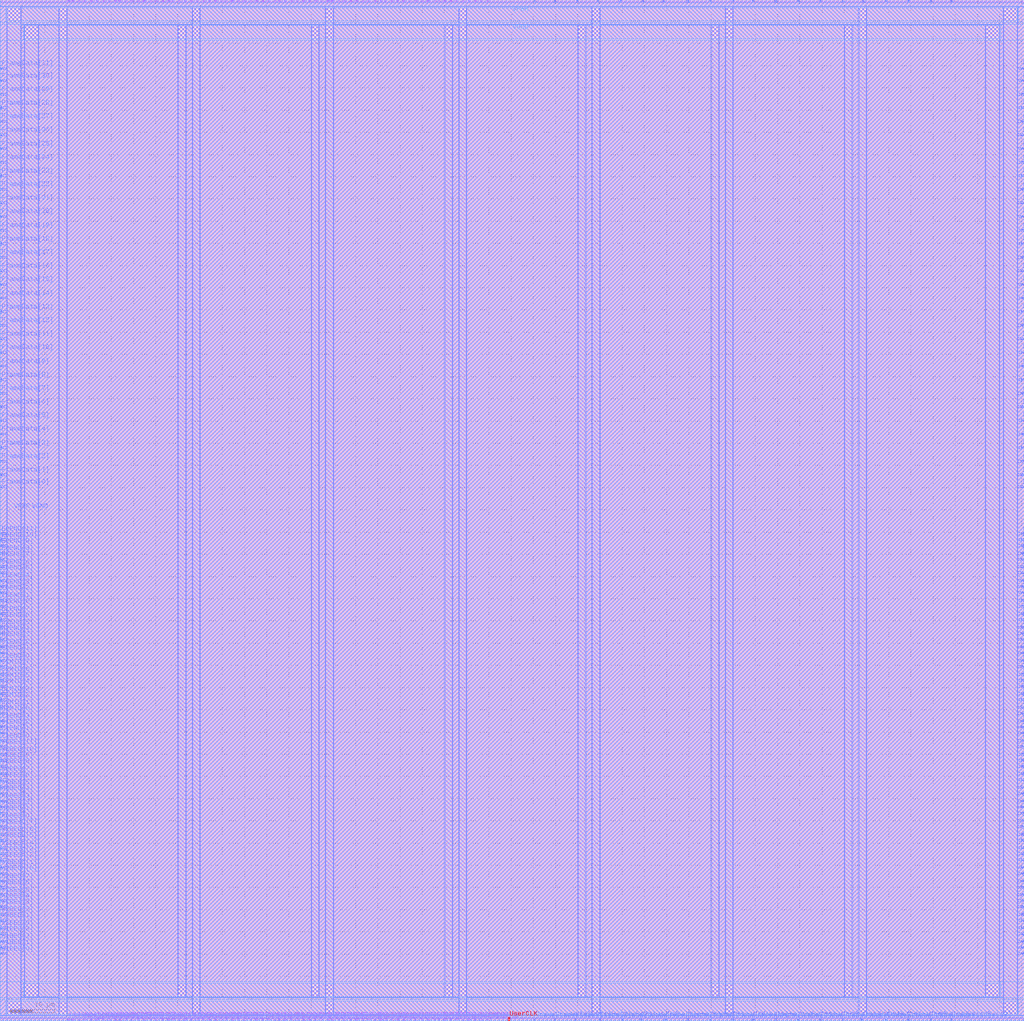
<source format=lef>
##
## LEF for PtnCells ;
## created by Innovus v15.20-p005_1 on Thu Apr 22 17:29:07 2021
##

VERSION 5.7 ;

BUSBITCHARS "[]" ;
DIVIDERCHAR "/" ;

MACRO RegFile
  CLASS BLOCK ;
  SIZE 230.4600 BY 229.8400 ;
  FOREIGN RegFile 0.0000 0.0000 ;
  ORIGIN 0 0 ;
  SYMMETRY X Y R90 ;
  PIN N1BEG[3]
    DIRECTION OUTPUT ;
    USE SIGNAL ;
    ANTENNAPARTIALMETALAREA 0.16065 LAYER li1  ;
    ANTENNAPARTIALMETALSIDEAREA 0.189 LAYER li1  ;
    ANTENNAPARTIALCUTAREA 0.0289 LAYER mcon  ;
    ANTENNADIFFAREA 1.782 LAYER met1  ;
    ANTENNAPARTIALMETALAREA 3.5652 LAYER met1  ;
    ANTENNAPARTIALMETALSIDEAREA 17.752 LAYER met1  ;
    PORT
      LAYER li1 ;
        RECT 19.0050 229.5100 19.1750 229.8400 ;
    END
  END N1BEG[3]
  PIN N1BEG[2]
    DIRECTION OUTPUT ;
    USE SIGNAL ;
    ANTENNAPARTIALMETALAREA 0.21845 LAYER li1  ;
    ANTENNAPARTIALMETALSIDEAREA 0.257 LAYER li1  ;
    ANTENNAPARTIALCUTAREA 0.0289 LAYER mcon  ;
    ANTENNAPARTIALMETALAREA 1.2664 LAYER met1  ;
    ANTENNAPARTIALMETALSIDEAREA 6.2545 LAYER met1  ;
    ANTENNAPARTIALCUTAREA 0.0225 LAYER via  ;
    ANTENNAPARTIALMETALAREA 4.6941 LAYER met2  ;
    ANTENNAPARTIALMETALSIDEAREA 23.2995 LAYER met2  ;
    ANTENNAPARTIALCUTAREA 0.04 LAYER via2  ;
    ANTENNAPARTIALMETALAREA 2.653 LAYER met3  ;
    ANTENNAPARTIALMETALSIDEAREA 14.616 LAYER met3  ;
    ANTENNAPARTIALCUTAREA 0.04 LAYER via3  ;
    ANTENNADIFFAREA 1.782 LAYER met4  ;
    ANTENNAPARTIALMETALAREA 41.3658 LAYER met4  ;
    ANTENNAPARTIALMETALSIDEAREA 221.088 LAYER met4  ;
    PORT
      LAYER li1 ;
        RECT 17.6250 229.5100 17.7950 229.8400 ;
    END
  END N1BEG[2]
  PIN N1BEG[1]
    DIRECTION OUTPUT ;
    USE SIGNAL ;
    ANTENNAPARTIALMETALAREA 2.87725 LAYER li1  ;
    ANTENNAPARTIALMETALSIDEAREA 3.385 LAYER li1  ;
    ANTENNAPARTIALCUTAREA 0.0289 LAYER mcon  ;
    ANTENNAPARTIALMETALAREA 0.4936 LAYER met1  ;
    ANTENNAPARTIALMETALSIDEAREA 2.3905 LAYER met1  ;
    ANTENNAPARTIALCUTAREA 0.0225 LAYER via  ;
    ANTENNAPARTIALMETALAREA 0.3261 LAYER met2  ;
    ANTENNAPARTIALMETALSIDEAREA 1.4595 LAYER met2  ;
    ANTENNAPARTIALCUTAREA 0.04 LAYER via2  ;
    ANTENNAPARTIALMETALAREA 5.7628 LAYER met3  ;
    ANTENNAPARTIALMETALSIDEAREA 31.672 LAYER met3  ;
    ANTENNAPARTIALCUTAREA 0.04 LAYER via3  ;
    ANTENNADIFFAREA 1.782 LAYER met4  ;
    ANTENNAPARTIALMETALAREA 41.6208 LAYER met4  ;
    ANTENNAPARTIALMETALSIDEAREA 222.448 LAYER met4  ;
    PORT
      LAYER li1 ;
        RECT 16.2450 229.5100 16.4150 229.8400 ;
    END
  END N1BEG[1]
  PIN N1BEG[0]
    DIRECTION OUTPUT ;
    USE SIGNAL ;
    ANTENNAPARTIALMETALAREA 2.68685 LAYER li1  ;
    ANTENNAPARTIALMETALSIDEAREA 3.161 LAYER li1  ;
    ANTENNAPARTIALCUTAREA 0.0289 LAYER mcon  ;
    ANTENNAPARTIALMETALAREA 0.3648 LAYER met1  ;
    ANTENNAPARTIALMETALSIDEAREA 1.7465 LAYER met1  ;
    ANTENNAPARTIALCUTAREA 0.0225 LAYER via  ;
    ANTENNAPARTIALMETALAREA 0.7825 LAYER met2  ;
    ANTENNAPARTIALMETALSIDEAREA 3.7415 LAYER met2  ;
    ANTENNAPARTIALCUTAREA 0.04 LAYER via2  ;
    ANTENNAPARTIALMETALAREA 21.787 LAYER met3  ;
    ANTENNAPARTIALMETALSIDEAREA 116.664 LAYER met3  ;
    ANTENNAPARTIALCUTAREA 0.04 LAYER via3  ;
    ANTENNADIFFAREA 1.782 LAYER met4  ;
    ANTENNAPARTIALMETALAREA 44.8188 LAYER met4  ;
    ANTENNAPARTIALMETALSIDEAREA 239.504 LAYER met4  ;
    PORT
      LAYER li1 ;
        RECT 15.3250 229.5100 15.4950 229.8400 ;
    END
  END N1BEG[0]
  PIN N2BEG[7]
    DIRECTION OUTPUT ;
    USE SIGNAL ;
    ANTENNAPARTIALMETALAREA 1.56825 LAYER li1  ;
    ANTENNAPARTIALMETALSIDEAREA 1.845 LAYER li1  ;
    ANTENNAPARTIALCUTAREA 0.0289 LAYER mcon  ;
    ANTENNADIFFAREA 1.782 LAYER met1  ;
    ANTENNAPARTIALMETALAREA 28.5538 LAYER met1  ;
    ANTENNAPARTIALMETALSIDEAREA 142.695 LAYER met1  ;
    PORT
      LAYER li1 ;
        RECT 29.5850 229.5100 29.7550 229.8400 ;
    END
  END N2BEG[7]
  PIN N2BEG[6]
    DIRECTION OUTPUT ;
    USE SIGNAL ;
    ANTENNAPARTIALMETALAREA 0.136 LAYER li1  ;
    ANTENNAPARTIALMETALSIDEAREA 0.16 LAYER li1  ;
    ANTENNAPARTIALCUTAREA 0.0289 LAYER mcon  ;
    ANTENNAPARTIALMETALAREA 0.0832 LAYER met1  ;
    ANTENNAPARTIALMETALSIDEAREA 0.406 LAYER met1  ;
    ANTENNAPARTIALCUTAREA 0.0225 LAYER via  ;
    ANTENNAPARTIALMETALAREA 0.1751 LAYER met2  ;
    ANTENNAPARTIALMETALSIDEAREA 0.6475 LAYER met2  ;
    ANTENNAPARTIALCUTAREA 0.04 LAYER via2  ;
    ANTENNADIFFAREA 1.782 LAYER met3  ;
    ANTENNAPARTIALMETALAREA 9.6408 LAYER met3  ;
    ANTENNAPARTIALMETALSIDEAREA 51.888 LAYER met3  ;
    PORT
      LAYER li1 ;
        RECT 28.2050 229.5100 28.3750 229.8400 ;
    END
  END N2BEG[6]
  PIN N2BEG[5]
    DIRECTION OUTPUT ;
    USE SIGNAL ;
    ANTENNAPARTIALMETALAREA 2.22445 LAYER li1  ;
    ANTENNAPARTIALMETALSIDEAREA 2.617 LAYER li1  ;
    ANTENNAPARTIALCUTAREA 0.0289 LAYER mcon  ;
    ANTENNAPARTIALMETALAREA 4.5648 LAYER met1  ;
    ANTENNAPARTIALMETALSIDEAREA 22.7465 LAYER met1  ;
    ANTENNAPARTIALCUTAREA 0.0225 LAYER via  ;
    ANTENNAPARTIALMETALAREA 1.5483 LAYER met2  ;
    ANTENNAPARTIALMETALSIDEAREA 7.5705 LAYER met2  ;
    ANTENNAPARTIALCUTAREA 0.04 LAYER via2  ;
    ANTENNAPARTIALMETALAREA 0.607 LAYER met3  ;
    ANTENNAPARTIALMETALSIDEAREA 3.704 LAYER met3  ;
    ANTENNAPARTIALCUTAREA 0.04 LAYER via3  ;
    ANTENNADIFFAREA 1.782 LAYER met4  ;
    ANTENNAPARTIALMETALAREA 37.1646 LAYER met4  ;
    ANTENNAPARTIALMETALSIDEAREA 199.152 LAYER met4  ;
    PORT
      LAYER li1 ;
        RECT 26.8250 229.5100 26.9950 229.8400 ;
    END
  END N2BEG[5]
  PIN N2BEG[4]
    DIRECTION OUTPUT ;
    USE SIGNAL ;
    ANTENNAPARTIALMETALAREA 1.43225 LAYER li1  ;
    ANTENNAPARTIALMETALSIDEAREA 1.685 LAYER li1  ;
    ANTENNAPARTIALCUTAREA 0.0289 LAYER mcon  ;
    ANTENNAPARTIALMETALAREA 14.628 LAYER met1  ;
    ANTENNAPARTIALMETALSIDEAREA 73.0625 LAYER met1  ;
    ANTENNAPARTIALCUTAREA 0.0225 LAYER via  ;
    ANTENNADIFFAREA 1.782 LAYER met2  ;
    ANTENNAPARTIALMETALAREA 4.1536 LAYER met2  ;
    ANTENNAPARTIALMETALSIDEAREA 20.65 LAYER met2  ;
    PORT
      LAYER li1 ;
        RECT 25.9050 229.5100 26.0750 229.8400 ;
    END
  END N2BEG[4]
  PIN N2BEG[3]
    DIRECTION OUTPUT ;
    USE SIGNAL ;
    ANTENNAPARTIALMETALAREA 0.44965 LAYER li1  ;
    ANTENNAPARTIALMETALSIDEAREA 0.529 LAYER li1  ;
    ANTENNAPARTIALCUTAREA 0.0289 LAYER mcon  ;
    ANTENNAPARTIALMETALAREA 1.5884 LAYER met1  ;
    ANTENNAPARTIALMETALSIDEAREA 7.8645 LAYER met1  ;
    ANTENNAPARTIALCUTAREA 0.0225 LAYER via  ;
    ANTENNAPARTIALMETALAREA 3.8205 LAYER met2  ;
    ANTENNAPARTIALMETALSIDEAREA 18.9315 LAYER met2  ;
    ANTENNAPARTIALCUTAREA 0.04 LAYER via2  ;
    ANTENNAPARTIALMETALAREA 17.926 LAYER met3  ;
    ANTENNAPARTIALMETALSIDEAREA 96.072 LAYER met3  ;
    ANTENNAPARTIALCUTAREA 0.04 LAYER via3  ;
    ANTENNADIFFAREA 1.782 LAYER met4  ;
    ANTENNAPARTIALMETALAREA 35.8278 LAYER met4  ;
    ANTENNAPARTIALMETALSIDEAREA 191.552 LAYER met4  ;
    PORT
      LAYER li1 ;
        RECT 24.5250 229.5100 24.6950 229.8400 ;
    END
  END N2BEG[3]
  PIN N2BEG[2]
    DIRECTION OUTPUT ;
    USE SIGNAL ;
    ANTENNAPARTIALMETALAREA 0.68085 LAYER li1  ;
    ANTENNAPARTIALMETALSIDEAREA 0.801 LAYER li1  ;
    ANTENNAPARTIALCUTAREA 0.0289 LAYER mcon  ;
    ANTENNADIFFAREA 1.782 LAYER met1  ;
    ANTENNAPARTIALMETALAREA 2.5992 LAYER met1  ;
    ANTENNAPARTIALMETALSIDEAREA 12.922 LAYER met1  ;
    PORT
      LAYER li1 ;
        RECT 23.1450 229.5100 23.3150 229.8400 ;
    END
  END N2BEG[2]
  PIN N2BEG[1]
    DIRECTION OUTPUT ;
    USE SIGNAL ;
    ANTENNAPARTIALMETALAREA 1.43225 LAYER li1  ;
    ANTENNAPARTIALMETALSIDEAREA 1.685 LAYER li1  ;
    ANTENNAPARTIALCUTAREA 0.0289 LAYER mcon  ;
    ANTENNAPARTIALMETALAREA 0.88 LAYER met1  ;
    ANTENNAPARTIALMETALSIDEAREA 4.3225 LAYER met1  ;
    ANTENNAPARTIALCUTAREA 0.0225 LAYER via  ;
    ANTENNADIFFAREA 1.782 LAYER met2  ;
    ANTENNAPARTIALMETALAREA 14.4688 LAYER met2  ;
    ANTENNAPARTIALMETALSIDEAREA 72.226 LAYER met2  ;
    PORT
      LAYER li1 ;
        RECT 21.7650 229.5100 21.9350 229.8400 ;
    END
  END N2BEG[1]
  PIN N2BEG[0]
    DIRECTION OUTPUT ;
    USE SIGNAL ;
    ANTENNAPARTIALMETALAREA 0.79645 LAYER li1  ;
    ANTENNAPARTIALMETALSIDEAREA 0.937 LAYER li1  ;
    ANTENNAPARTIALCUTAREA 0.0289 LAYER mcon  ;
    ANTENNAPARTIALMETALAREA 0.558 LAYER met1  ;
    ANTENNAPARTIALMETALSIDEAREA 2.7125 LAYER met1  ;
    ANTENNAPARTIALCUTAREA 0.0225 LAYER via  ;
    ANTENNAPARTIALMETALAREA 1.1437 LAYER met2  ;
    ANTENNAPARTIALMETALSIDEAREA 5.5475 LAYER met2  ;
    ANTENNAPARTIALCUTAREA 0.04 LAYER via2  ;
    ANTENNAPARTIALMETALAREA 1.09 LAYER met3  ;
    ANTENNAPARTIALMETALSIDEAREA 6.28 LAYER met3  ;
    ANTENNAPARTIALCUTAREA 0.04 LAYER via3  ;
    ANTENNADIFFAREA 1.782 LAYER met4  ;
    ANTENNAPARTIALMETALAREA 39.7428 LAYER met4  ;
    ANTENNAPARTIALMETALSIDEAREA 212.432 LAYER met4  ;
    PORT
      LAYER li1 ;
        RECT 20.3850 229.5100 20.5550 229.8400 ;
    END
  END N2BEG[0]
  PIN N2BEGb[7]
    DIRECTION OUTPUT ;
    USE SIGNAL ;
    ANTENNAPARTIALMETALAREA 0.16065 LAYER li1  ;
    ANTENNAPARTIALMETALSIDEAREA 0.189 LAYER li1  ;
    ANTENNAPARTIALCUTAREA 0.0289 LAYER mcon  ;
    ANTENNAPARTIALMETALAREA 3.3748 LAYER met1  ;
    ANTENNAPARTIALMETALSIDEAREA 16.7965 LAYER met1  ;
    ANTENNAPARTIALCUTAREA 0.0225 LAYER via  ;
    ANTENNAPARTIALMETALAREA 0.1903 LAYER met2  ;
    ANTENNAPARTIALMETALSIDEAREA 0.7805 LAYER met2  ;
    ANTENNAPARTIALCUTAREA 0.04 LAYER via2  ;
    ANTENNAPARTIALMETALAREA 0.607 LAYER met3  ;
    ANTENNAPARTIALMETALSIDEAREA 3.704 LAYER met3  ;
    ANTENNAPARTIALCUTAREA 0.04 LAYER via3  ;
    ANTENNADIFFAREA 1.782 LAYER met4  ;
    ANTENNAPARTIALMETALAREA 63.2226 LAYER met4  ;
    ANTENNAPARTIALMETALSIDEAREA 338.128 LAYER met4  ;
    PORT
      LAYER li1 ;
        RECT 40.1650 229.5100 40.3350 229.8400 ;
    END
  END N2BEGb[7]
  PIN N2BEGb[6]
    DIRECTION OUTPUT ;
    USE SIGNAL ;
    ANTENNAPARTIALMETALAREA 1.81985 LAYER li1  ;
    ANTENNAPARTIALMETALSIDEAREA 2.141 LAYER li1  ;
    ANTENNAPARTIALCUTAREA 0.0289 LAYER mcon  ;
    ANTENNAPARTIALMETALAREA 3.3916 LAYER met1  ;
    ANTENNAPARTIALMETALSIDEAREA 16.8805 LAYER met1  ;
    ANTENNAPARTIALCUTAREA 0.0225 LAYER via  ;
    ANTENNAPARTIALMETALAREA 0.6425 LAYER met2  ;
    ANTENNAPARTIALMETALSIDEAREA 3.0415 LAYER met2  ;
    ANTENNAPARTIALCUTAREA 0.04 LAYER via2  ;
    ANTENNAPARTIALMETALAREA 5.851 LAYER met3  ;
    ANTENNAPARTIALMETALSIDEAREA 31.672 LAYER met3  ;
    ANTENNAPARTIALCUTAREA 0.04 LAYER via3  ;
    ANTENNADIFFAREA 1.782 LAYER met4  ;
    ANTENNAPARTIALMETALAREA 63.5394 LAYER met4  ;
    ANTENNAPARTIALMETALSIDEAREA 340.288 LAYER met4  ;
    PORT
      LAYER li1 ;
        RECT 38.7850 229.5100 38.9550 229.8400 ;
    END
  END N2BEGb[6]
  PIN N2BEGb[5]
    DIRECTION OUTPUT ;
    USE SIGNAL ;
    ANTENNAPARTIALMETALAREA 1.60565 LAYER li1  ;
    ANTENNAPARTIALMETALSIDEAREA 1.889 LAYER li1  ;
    ANTENNAPARTIALCUTAREA 0.0289 LAYER mcon  ;
    ANTENNAPARTIALMETALAREA 0.0832 LAYER met1  ;
    ANTENNAPARTIALMETALSIDEAREA 0.406 LAYER met1  ;
    ANTENNAPARTIALCUTAREA 0.0225 LAYER via  ;
    ANTENNAPARTIALMETALAREA 0.1699 LAYER met2  ;
    ANTENNAPARTIALMETALSIDEAREA 0.6335 LAYER met2  ;
    ANTENNAPARTIALCUTAREA 0.04 LAYER via2  ;
    ANTENNAPARTIALMETALAREA 9.439 LAYER met3  ;
    ANTENNAPARTIALMETALSIDEAREA 50.808 LAYER met3  ;
    ANTENNAPARTIALCUTAREA 0.04 LAYER via3  ;
    ANTENNADIFFAREA 1.782 LAYER met4  ;
    ANTENNAPARTIALMETALAREA 64.4958 LAYER met4  ;
    ANTENNAPARTIALMETALSIDEAREA 344.448 LAYER met4  ;
    PORT
      LAYER li1 ;
        RECT 37.8650 229.5100 38.0350 229.8400 ;
    END
  END N2BEGb[5]
  PIN N2BEGb[4]
    DIRECTION OUTPUT ;
    USE SIGNAL ;
    ANTENNAPARTIALMETALAREA 0.79645 LAYER li1  ;
    ANTENNAPARTIALMETALSIDEAREA 0.937 LAYER li1  ;
    ANTENNAPARTIALCUTAREA 0.0289 LAYER mcon  ;
    ANTENNAPARTIALMETALAREA 5.2424 LAYER met1  ;
    ANTENNAPARTIALMETALSIDEAREA 26.1345 LAYER met1  ;
    ANTENNAPARTIALCUTAREA 0.0225 LAYER via  ;
    ANTENNAPARTIALMETALAREA 0.9729 LAYER met2  ;
    ANTENNAPARTIALMETALSIDEAREA 4.6935 LAYER met2  ;
    ANTENNAPARTIALCUTAREA 0.04 LAYER via2  ;
    ANTENNAPARTIALMETALAREA 14.245 LAYER met3  ;
    ANTENNAPARTIALMETALSIDEAREA 76.44 LAYER met3  ;
    ANTENNAPARTIALCUTAREA 0.04 LAYER via3  ;
    ANTENNADIFFAREA 1.782 LAYER met4  ;
    ANTENNAPARTIALMETALAREA 63.2148 LAYER met4  ;
    ANTENNAPARTIALMETALSIDEAREA 337.616 LAYER met4  ;
    PORT
      LAYER li1 ;
        RECT 36.4850 229.5100 36.6550 229.8400 ;
    END
  END N2BEGb[4]
  PIN N2BEGb[3]
    DIRECTION OUTPUT ;
    USE SIGNAL ;
    ANTENNAPARTIALMETALAREA 0.10285 LAYER li1  ;
    ANTENNAPARTIALMETALSIDEAREA 0.121 LAYER li1  ;
    ANTENNAPARTIALCUTAREA 0.0289 LAYER mcon  ;
    ANTENNAPARTIALMETALAREA 1.958 LAYER met1  ;
    ANTENNAPARTIALMETALSIDEAREA 9.7125 LAYER met1  ;
    ANTENNAPARTIALCUTAREA 0.0225 LAYER via  ;
    ANTENNAPARTIALMETALAREA 1.5861 LAYER met2  ;
    ANTENNAPARTIALMETALSIDEAREA 7.7595 LAYER met2  ;
    ANTENNAPARTIALCUTAREA 0.04 LAYER via2  ;
    ANTENNAPARTIALMETALAREA 5.161 LAYER met3  ;
    ANTENNAPARTIALMETALSIDEAREA 27.992 LAYER met3  ;
    ANTENNAPARTIALCUTAREA 0.04 LAYER via3  ;
    ANTENNADIFFAREA 1.782 LAYER met4  ;
    ANTENNAPARTIALMETALAREA 57.6126 LAYER met4  ;
    ANTENNAPARTIALMETALSIDEAREA 308.208 LAYER met4  ;
    PORT
      LAYER li1 ;
        RECT 35.1050 229.5100 35.2750 229.8400 ;
    END
  END N2BEGb[3]
  PIN N2BEGb[2]
    DIRECTION OUTPUT ;
    USE SIGNAL ;
    ANTENNAPARTIALMETALAREA 4.38005 LAYER li1  ;
    ANTENNAPARTIALMETALSIDEAREA 5.153 LAYER li1  ;
    ANTENNAPARTIALCUTAREA 0.0289 LAYER mcon  ;
    ANTENNAPARTIALMETALAREA 1.5212 LAYER met1  ;
    ANTENNAPARTIALMETALSIDEAREA 7.5285 LAYER met1  ;
    ANTENNAPARTIALCUTAREA 0.0225 LAYER via  ;
    ANTENNAPARTIALMETALAREA 0.1987 LAYER met2  ;
    ANTENNAPARTIALMETALSIDEAREA 0.8225 LAYER met2  ;
    ANTENNAPARTIALCUTAREA 0.04 LAYER via2  ;
    ANTENNAPARTIALMETALAREA 30.757 LAYER met3  ;
    ANTENNAPARTIALMETALSIDEAREA 164.504 LAYER met3  ;
    ANTENNAPARTIALCUTAREA 0.04 LAYER via3  ;
    ANTENNADIFFAREA 1.782 LAYER met4  ;
    ANTENNAPARTIALMETALAREA 56.0298 LAYER met4  ;
    ANTENNAPARTIALMETALSIDEAREA 299.296 LAYER met4  ;
    PORT
      LAYER li1 ;
        RECT 33.7250 229.5100 33.8950 229.8400 ;
    END
  END N2BEGb[2]
  PIN N2BEGb[1]
    DIRECTION OUTPUT ;
    USE SIGNAL ;
    ANTENNAPARTIALMETALAREA 4.84245 LAYER li1  ;
    ANTENNAPARTIALMETALSIDEAREA 5.697 LAYER li1  ;
    ANTENNAPARTIALCUTAREA 0.0289 LAYER mcon  ;
    ANTENNAPARTIALMETALAREA 0.3648 LAYER met1  ;
    ANTENNAPARTIALMETALSIDEAREA 1.7465 LAYER met1  ;
    ANTENNAPARTIALCUTAREA 0.0225 LAYER via  ;
    ANTENNAPARTIALMETALAREA 0.1361 LAYER met2  ;
    ANTENNAPARTIALMETALSIDEAREA 0.5425 LAYER met2  ;
    ANTENNAPARTIALCUTAREA 0.04 LAYER via2  ;
    ANTENNAPARTIALMETALAREA 0.814 LAYER met3  ;
    ANTENNAPARTIALMETALSIDEAREA 4.808 LAYER met3  ;
    ANTENNAPARTIALCUTAREA 0.04 LAYER via3  ;
    ANTENNADIFFAREA 1.782 LAYER met4  ;
    ANTENNAPARTIALMETALAREA 57.2868 LAYER met4  ;
    ANTENNAPARTIALMETALSIDEAREA 306 LAYER met4  ;
    PORT
      LAYER li1 ;
        RECT 32.3450 229.5100 32.5150 229.8400 ;
    END
  END N2BEGb[1]
  PIN N2BEGb[0]
    DIRECTION OUTPUT ;
    USE SIGNAL ;
    ANTENNAPARTIALMETALAREA 0.21845 LAYER li1  ;
    ANTENNAPARTIALMETALSIDEAREA 0.257 LAYER li1  ;
    ANTENNAPARTIALCUTAREA 0.0289 LAYER mcon  ;
    ANTENNAPARTIALMETALAREA 0.4292 LAYER met1  ;
    ANTENNAPARTIALMETALSIDEAREA 2.0685 LAYER met1  ;
    ANTENNAPARTIALCUTAREA 0.0225 LAYER via  ;
    ANTENNAPARTIALMETALAREA 2.1321 LAYER met2  ;
    ANTENNAPARTIALMETALSIDEAREA 10.4895 LAYER met2  ;
    ANTENNAPARTIALCUTAREA 0.04 LAYER via2  ;
    ANTENNAPARTIALMETALAREA 18.844 LAYER met3  ;
    ANTENNAPARTIALMETALSIDEAREA 100.968 LAYER met3  ;
    ANTENNAPARTIALCUTAREA 0.04 LAYER via3  ;
    ANTENNADIFFAREA 1.782 LAYER met4  ;
    ANTENNAPARTIALMETALAREA 59.0286 LAYER met4  ;
    ANTENNAPARTIALMETALSIDEAREA 315.76 LAYER met4  ;
    PORT
      LAYER li1 ;
        RECT 30.9650 229.5100 31.1350 229.8400 ;
    END
  END N2BEGb[0]
  PIN N4BEG[15]
    DIRECTION OUTPUT ;
    USE SIGNAL ;
    ANTENNAPARTIALMETALAREA 0.56525 LAYER li1  ;
    ANTENNAPARTIALMETALSIDEAREA 0.665 LAYER li1  ;
    ANTENNAPARTIALCUTAREA 0.0289 LAYER mcon  ;
    ANTENNAPARTIALMETALAREA 1.5072 LAYER met1  ;
    ANTENNAPARTIALMETALSIDEAREA 7.4585 LAYER met1  ;
    ANTENNAPARTIALCUTAREA 0.0225 LAYER via  ;
    ANTENNADIFFAREA 1.782 LAYER met2  ;
    ANTENNAPARTIALMETALAREA 16.0732 LAYER met2  ;
    ANTENNAPARTIALMETALSIDEAREA 80.248 LAYER met2  ;
    PORT
      LAYER li1 ;
        RECT 61.7850 229.5100 61.9550 229.8400 ;
    END
  END N4BEG[15]
  PIN N4BEG[14]
    DIRECTION OUTPUT ;
    USE SIGNAL ;
    ANTENNAPARTIALMETALAREA 1.18405 LAYER li1  ;
    ANTENNAPARTIALMETALSIDEAREA 1.393 LAYER li1  ;
    ANTENNAPARTIALCUTAREA 0.0289 LAYER mcon  ;
    ANTENNAPARTIALMETALAREA 7.1618 LAYER met1  ;
    ANTENNAPARTIALMETALSIDEAREA 35.7315 LAYER met1  ;
    ANTENNAPARTIALCUTAREA 0.0225 LAYER via  ;
    ANTENNADIFFAREA 1.782 LAYER met2  ;
    ANTENNAPARTIALMETALAREA 15.1184 LAYER met2  ;
    ANTENNAPARTIALMETALSIDEAREA 75.474 LAYER met2  ;
    PORT
      LAYER li1 ;
        RECT 60.4050 229.5100 60.5750 229.8400 ;
    END
  END N4BEG[14]
  PIN N4BEG[13]
    DIRECTION OUTPUT ;
    USE SIGNAL ;
    ANTENNAPARTIALMETALAREA 0.39185 LAYER li1  ;
    ANTENNAPARTIALMETALSIDEAREA 0.461 LAYER li1  ;
    ANTENNAPARTIALCUTAREA 0.0289 LAYER mcon  ;
    ANTENNAPARTIALMETALAREA 3.0052 LAYER met1  ;
    ANTENNAPARTIALMETALSIDEAREA 14.9485 LAYER met1  ;
    ANTENNAPARTIALCUTAREA 0.0225 LAYER via  ;
    ANTENNAPARTIALMETALAREA 1.3481 LAYER met2  ;
    ANTENNAPARTIALMETALSIDEAREA 6.5695 LAYER met2  ;
    ANTENNAPARTIALCUTAREA 0.04 LAYER via2  ;
    ANTENNAPARTIALMETALAREA 0.469 LAYER met3  ;
    ANTENNAPARTIALMETALSIDEAREA 2.968 LAYER met3  ;
    ANTENNAPARTIALCUTAREA 0.04 LAYER via3  ;
    ANTENNADIFFAREA 1.782 LAYER met4  ;
    ANTENNAPARTIALMETALAREA 26.1528 LAYER met4  ;
    ANTENNAPARTIALMETALSIDEAREA 139.952 LAYER met4  ;
    PORT
      LAYER li1 ;
        RECT 59.0250 229.5100 59.1950 229.8400 ;
    END
  END N4BEG[13]
  PIN N4BEG[12]
    DIRECTION OUTPUT ;
    USE SIGNAL ;
    ANTENNAPARTIALMETALAREA 1.31665 LAYER li1  ;
    ANTENNAPARTIALMETALSIDEAREA 1.549 LAYER li1  ;
    ANTENNAPARTIALCUTAREA 0.0289 LAYER mcon  ;
    ANTENNAPARTIALMETALAREA 3.3916 LAYER met1  ;
    ANTENNAPARTIALMETALSIDEAREA 16.8805 LAYER met1  ;
    ANTENNAPARTIALCUTAREA 0.0225 LAYER via  ;
    ANTENNAPARTIALMETALAREA 0.4157 LAYER met2  ;
    ANTENNAPARTIALMETALSIDEAREA 1.9075 LAYER met2  ;
    ANTENNAPARTIALCUTAREA 0.04 LAYER via2  ;
    ANTENNAPARTIALMETALAREA 4.816 LAYER met3  ;
    ANTENNAPARTIALMETALSIDEAREA 26.152 LAYER met3  ;
    ANTENNAPARTIALCUTAREA 0.04 LAYER via3  ;
    ANTENNADIFFAREA 1.782 LAYER met4  ;
    ANTENNAPARTIALMETALAREA 28.3968 LAYER met4  ;
    ANTENNAPARTIALMETALSIDEAREA 151.92 LAYER met4  ;
    PORT
      LAYER li1 ;
        RECT 57.6450 229.5100 57.8150 229.8400 ;
    END
  END N4BEG[12]
  PIN N4BEG[11]
    DIRECTION OUTPUT ;
    USE SIGNAL ;
    ANTENNAPARTIALMETALAREA 0.52785 LAYER li1  ;
    ANTENNAPARTIALMETALSIDEAREA 0.621 LAYER li1  ;
    ANTENNAPARTIALCUTAREA 0.0289 LAYER mcon  ;
    ANTENNAPARTIALMETALAREA 17.204 LAYER met1  ;
    ANTENNAPARTIALMETALSIDEAREA 85.9425 LAYER met1  ;
    ANTENNAPARTIALCUTAREA 0.0225 LAYER via  ;
    ANTENNAPARTIALMETALAREA 3.0939 LAYER met2  ;
    ANTENNAPARTIALMETALSIDEAREA 15.2985 LAYER met2  ;
    ANTENNAPARTIALCUTAREA 0.04 LAYER via2  ;
    ANTENNAPARTIALMETALAREA 0.883 LAYER met3  ;
    ANTENNAPARTIALMETALSIDEAREA 5.176 LAYER met3  ;
    ANTENNAPARTIALCUTAREA 0.04 LAYER via3  ;
    ANTENNADIFFAREA 1.782 LAYER met4  ;
    ANTENNAPARTIALMETALAREA 49.3068 LAYER met4  ;
    ANTENNAPARTIALMETALSIDEAREA 263.44 LAYER met4  ;
    PORT
      LAYER li1 ;
        RECT 56.2650 229.5100 56.4350 229.8400 ;
    END
  END N4BEG[11]
  PIN N4BEG[10]
    DIRECTION OUTPUT ;
    USE SIGNAL ;
    ANTENNAPARTIALMETALAREA 2.53045 LAYER li1  ;
    ANTENNAPARTIALMETALSIDEAREA 2.977 LAYER li1  ;
    ANTENNAPARTIALCUTAREA 0.0289 LAYER mcon  ;
    ANTENNAPARTIALMETALAREA 0.6224 LAYER met1  ;
    ANTENNAPARTIALMETALSIDEAREA 3.0345 LAYER met1  ;
    ANTENNAPARTIALCUTAREA 0.0225 LAYER via  ;
    ANTENNAPARTIALMETALAREA 4.4771 LAYER met2  ;
    ANTENNAPARTIALMETALSIDEAREA 22.2145 LAYER met2  ;
    ANTENNAPARTIALCUTAREA 0.04 LAYER via2  ;
    ANTENNAPARTIALMETALAREA 37.36 LAYER met3  ;
    ANTENNAPARTIALMETALSIDEAREA 199.72 LAYER met3  ;
    ANTENNAPARTIALCUTAREA 0.04 LAYER via3  ;
    ANTENNADIFFAREA 1.782 LAYER met4  ;
    ANTENNAPARTIALMETALAREA 16.2228 LAYER met4  ;
    ANTENNAPARTIALMETALSIDEAREA 86.992 LAYER met4  ;
    PORT
      LAYER li1 ;
        RECT 54.8850 229.5100 55.0550 229.8400 ;
    END
  END N4BEG[10]
  PIN N4BEG[9]
    DIRECTION OUTPUT ;
    USE SIGNAL ;
    ANTENNAPARTIALMETALAREA 0.44965 LAYER li1  ;
    ANTENNAPARTIALMETALSIDEAREA 0.529 LAYER li1  ;
    ANTENNAPARTIALCUTAREA 0.0289 LAYER mcon  ;
    ANTENNAPARTIALMETALAREA 2.602 LAYER met1  ;
    ANTENNAPARTIALMETALSIDEAREA 12.9325 LAYER met1  ;
    ANTENNAPARTIALCUTAREA 0.0225 LAYER via  ;
    ANTENNADIFFAREA 1.782 LAYER met2  ;
    ANTENNAPARTIALMETALAREA 0.4072 LAYER met2  ;
    ANTENNAPARTIALMETALSIDEAREA 1.918 LAYER met2  ;
    PORT
      LAYER li1 ;
        RECT 53.5050 229.5100 53.6750 229.8400 ;
    END
  END N4BEG[9]
  PIN N4BEG[8]
    DIRECTION OUTPUT ;
    USE SIGNAL ;
    ANTENNAPARTIALMETALAREA 3.05065 LAYER li1  ;
    ANTENNAPARTIALMETALSIDEAREA 3.589 LAYER li1  ;
    ANTENNAPARTIALCUTAREA 0.0289 LAYER mcon  ;
    ANTENNAPARTIALMETALAREA 0.4292 LAYER met1  ;
    ANTENNAPARTIALMETALSIDEAREA 2.0685 LAYER met1  ;
    ANTENNAPARTIALCUTAREA 0.0225 LAYER via  ;
    ANTENNAPARTIALMETALAREA 0.9099 LAYER met2  ;
    ANTENNAPARTIALMETALSIDEAREA 4.3785 LAYER met2  ;
    ANTENNAPARTIALCUTAREA 0.04 LAYER via2  ;
    ANTENNAPARTIALMETALAREA 18.937 LAYER met3  ;
    ANTENNAPARTIALMETALSIDEAREA 101.464 LAYER met3  ;
    ANTENNAPARTIALCUTAREA 0.04 LAYER via3  ;
    ANTENNADIFFAREA 1.782 LAYER met4  ;
    ANTENNAPARTIALMETALAREA 52.3536 LAYER met4  ;
    ANTENNAPARTIALMETALSIDEAREA 280.16 LAYER met4  ;
    PORT
      LAYER li1 ;
        RECT 52.1250 229.5100 52.2950 229.8400 ;
    END
  END N4BEG[8]
  PIN N4BEG[7]
    DIRECTION OUTPUT ;
    USE SIGNAL ;
    ANTENNAPARTIALMETALAREA 2.05105 LAYER li1  ;
    ANTENNAPARTIALMETALSIDEAREA 2.413 LAYER li1  ;
    ANTENNAPARTIALCUTAREA 0.0289 LAYER mcon  ;
    ANTENNAPARTIALMETALAREA 0.6224 LAYER met1  ;
    ANTENNAPARTIALMETALSIDEAREA 3.0345 LAYER met1  ;
    ANTENNAPARTIALCUTAREA 0.0225 LAYER via  ;
    ANTENNAPARTIALMETALAREA 0.1491 LAYER met2  ;
    ANTENNAPARTIALMETALSIDEAREA 0.5775 LAYER met2  ;
    ANTENNAPARTIALCUTAREA 0.04 LAYER via2  ;
    ANTENNAPARTIALMETALAREA 0.4 LAYER met3  ;
    ANTENNAPARTIALMETALSIDEAREA 2.6 LAYER met3  ;
    ANTENNAPARTIALCUTAREA 0.04 LAYER via3  ;
    ANTENNADIFFAREA 1.782 LAYER met4  ;
    ANTENNAPARTIALMETALAREA 60.1986 LAYER met4  ;
    ANTENNAPARTIALMETALSIDEAREA 322 LAYER met4  ;
    PORT
      LAYER li1 ;
        RECT 50.7450 229.5100 50.9150 229.8400 ;
    END
  END N4BEG[7]
  PIN N4BEG[6]
    DIRECTION OUTPUT ;
    USE SIGNAL ;
    ANTENNAPARTIALMETALAREA 0.27625 LAYER li1  ;
    ANTENNAPARTIALMETALSIDEAREA 0.325 LAYER li1  ;
    ANTENNAPARTIALCUTAREA 0.0289 LAYER mcon  ;
    ANTENNADIFFAREA 1.782 LAYER met1  ;
    ANTENNAPARTIALMETALAREA 5.318 LAYER met1  ;
    ANTENNAPARTIALMETALSIDEAREA 26.516 LAYER met1  ;
    PORT
      LAYER li1 ;
        RECT 49.8250 229.5100 49.9950 229.8400 ;
    END
  END N4BEG[6]
  PIN N4BEG[5]
    DIRECTION OUTPUT ;
    USE SIGNAL ;
    ANTENNAPARTIALMETALAREA 0.85425 LAYER li1  ;
    ANTENNAPARTIALMETALSIDEAREA 1.005 LAYER li1  ;
    ANTENNAPARTIALCUTAREA 0.0289 LAYER mcon  ;
    ANTENNAPARTIALMETALAREA 2.6188 LAYER met1  ;
    ANTENNAPARTIALMETALSIDEAREA 13.0165 LAYER met1  ;
    ANTENNAPARTIALCUTAREA 0.0225 LAYER via  ;
    ANTENNAPARTIALMETALAREA 2.4625 LAYER met2  ;
    ANTENNAPARTIALMETALSIDEAREA 12.1415 LAYER met2  ;
    ANTENNAPARTIALCUTAREA 0.04 LAYER via2  ;
    ANTENNAPARTIALMETALAREA 34.369 LAYER met3  ;
    ANTENNAPARTIALMETALSIDEAREA 183.768 LAYER met3  ;
    ANTENNAPARTIALCUTAREA 0.04 LAYER via3  ;
    ANTENNADIFFAREA 1.782 LAYER met4  ;
    ANTENNAPARTIALMETALAREA 59.2116 LAYER met4  ;
    ANTENNAPARTIALMETALSIDEAREA 316.736 LAYER met4  ;
    PORT
      LAYER li1 ;
        RECT 48.4450 229.5100 48.6150 229.8400 ;
    END
  END N4BEG[5]
  PIN N4BEG[4]
    DIRECTION OUTPUT ;
    USE SIGNAL ;
    ANTENNAPARTIALMETALAREA 0.62305 LAYER li1  ;
    ANTENNAPARTIALMETALSIDEAREA 0.733 LAYER li1  ;
    ANTENNAPARTIALCUTAREA 0.0289 LAYER mcon  ;
    ANTENNAPARTIALMETALAREA 3.3104 LAYER met1  ;
    ANTENNAPARTIALMETALSIDEAREA 16.4745 LAYER met1  ;
    ANTENNAPARTIALCUTAREA 0.0225 LAYER via  ;
    ANTENNADIFFAREA 1.782 LAYER met2  ;
    ANTENNAPARTIALMETALAREA 2.3112 LAYER met2  ;
    ANTENNAPARTIALMETALSIDEAREA 11.438 LAYER met2  ;
    PORT
      LAYER li1 ;
        RECT 47.0650 229.5100 47.2350 229.8400 ;
    END
  END N4BEG[4]
  PIN N4BEG[3]
    DIRECTION OUTPUT ;
    USE SIGNAL ;
    ANTENNAPARTIALMETALAREA 0.64345 LAYER li1  ;
    ANTENNAPARTIALMETALSIDEAREA 0.757 LAYER li1  ;
    ANTENNAPARTIALCUTAREA 0.0289 LAYER mcon  ;
    ANTENNAPARTIALMETALAREA 2.6832 LAYER met1  ;
    ANTENNAPARTIALMETALSIDEAREA 13.3385 LAYER met1  ;
    ANTENNAPARTIALCUTAREA 0.0225 LAYER via  ;
    ANTENNADIFFAREA 1.782 LAYER met2  ;
    ANTENNAPARTIALMETALAREA 3.2968 LAYER met2  ;
    ANTENNAPARTIALMETALSIDEAREA 16.366 LAYER met2  ;
    PORT
      LAYER li1 ;
        RECT 45.6850 229.5100 45.8550 229.8400 ;
    END
  END N4BEG[3]
  PIN N4BEG[2]
    DIRECTION OUTPUT ;
    USE SIGNAL ;
    ANTENNAPARTIALMETALAREA 3.07105 LAYER li1  ;
    ANTENNAPARTIALMETALSIDEAREA 3.613 LAYER li1  ;
    ANTENNAPARTIALCUTAREA 0.0289 LAYER mcon  ;
    ANTENNADIFFAREA 1.782 LAYER met1  ;
    ANTENNAPARTIALMETALAREA 0.7368 LAYER met1  ;
    ANTENNAPARTIALMETALSIDEAREA 3.647 LAYER met1  ;
    PORT
      LAYER li1 ;
        RECT 44.3050 229.5100 44.4750 229.8400 ;
    END
  END N4BEG[2]
  PIN N4BEG[1]
    DIRECTION OUTPUT ;
    USE SIGNAL ;
    ANTENNAPARTIALMETALAREA 1.68385 LAYER li1  ;
    ANTENNAPARTIALMETALSIDEAREA 1.981 LAYER li1  ;
    ANTENNAPARTIALCUTAREA 0.0289 LAYER mcon  ;
    ANTENNAPARTIALMETALAREA 22.5324 LAYER met1  ;
    ANTENNAPARTIALMETALSIDEAREA 112.585 LAYER met1  ;
    ANTENNAPARTIALCUTAREA 0.0225 LAYER via  ;
    ANTENNAPARTIALMETALAREA 0.6901 LAYER met2  ;
    ANTENNAPARTIALMETALSIDEAREA 3.2795 LAYER met2  ;
    ANTENNAPARTIALCUTAREA 0.04 LAYER via2  ;
    ANTENNAPARTIALMETALAREA 0.1905 LAYER met3  ;
    ANTENNAPARTIALMETALSIDEAREA 1.464 LAYER met3  ;
    ANTENNAPARTIALCUTAREA 0.04 LAYER via3  ;
    ANTENNADIFFAREA 1.782 LAYER met4  ;
    ANTENNAPARTIALMETALAREA 55.0668 LAYER met4  ;
    ANTENNAPARTIALMETALSIDEAREA 294.16 LAYER met4  ;
    PORT
      LAYER li1 ;
        RECT 42.9250 229.5100 43.0950 229.8400 ;
    END
  END N4BEG[1]
  PIN N4BEG[0]
    DIRECTION OUTPUT ;
    USE SIGNAL ;
    ANTENNAPARTIALMETALAREA 1.16365 LAYER li1  ;
    ANTENNAPARTIALMETALSIDEAREA 1.369 LAYER li1  ;
    ANTENNAPARTIALCUTAREA 0.0289 LAYER mcon  ;
    ANTENNAPARTIALMETALAREA 24.5624 LAYER met1  ;
    ANTENNAPARTIALMETALSIDEAREA 122.735 LAYER met1  ;
    ANTENNAPARTIALCUTAREA 0.0225 LAYER via  ;
    ANTENNAPARTIALMETALAREA 0.6061 LAYER met2  ;
    ANTENNAPARTIALMETALSIDEAREA 2.8595 LAYER met2  ;
    ANTENNAPARTIALCUTAREA 0.04 LAYER via2  ;
    ANTENNAPARTIALMETALAREA 0.4 LAYER met3  ;
    ANTENNAPARTIALMETALSIDEAREA 2.6 LAYER met3  ;
    ANTENNAPARTIALCUTAREA 0.04 LAYER via3  ;
    ANTENNADIFFAREA 1.782 LAYER met4  ;
    ANTENNAPARTIALMETALAREA 52.3698 LAYER met4  ;
    ANTENNAPARTIALMETALSIDEAREA 279.776 LAYER met4  ;
    PORT
      LAYER li1 ;
        RECT 41.5450 229.5100 41.7150 229.8400 ;
    END
  END N4BEG[0]
  PIN N1END[3]
    DIRECTION INPUT ;
    USE SIGNAL ;
    ANTENNAPARTIALMETALAREA 1.14325 LAYER li1  ;
    ANTENNAPARTIALMETALSIDEAREA 1.345 LAYER li1  ;
    ANTENNAPARTIALCUTAREA 0.0289 LAYER mcon  ;
    ANTENNAPARTIALMETALAREA 2.7476 LAYER met1  ;
    ANTENNAPARTIALMETALSIDEAREA 13.6605 LAYER met1  ;
    ANTENNAPARTIALCUTAREA 0.0225 LAYER via  ;
    ANTENNAPARTIALMETALAREA 4.1689 LAYER met2  ;
    ANTENNAPARTIALMETALSIDEAREA 20.5555 LAYER met2  ;
    ANTENNAPARTIALCUTAREA 0.04 LAYER via2  ;
    ANTENNAPARTIALMETALAREA 0.4 LAYER met3  ;
    ANTENNAPARTIALMETALSIDEAREA 2.6 LAYER met3  ;
    ANTENNAPARTIALCUTAREA 0.04 LAYER via3  ;
    ANTENNAPARTIALMETALAREA 41.8506 LAYER met4  ;
    ANTENNAPARTIALMETALSIDEAREA 224.144 LAYER met4  ;
    ANTENNAMODEL OXIDE1 ;
    ANTENNAGATEAREA 0.999 LAYER met4  ;
    ANTENNAMAXAREACAR 117.039 LAYER met4  ;
    ANTENNAMAXSIDEAREACAR 604.216 LAYER met4  ;
    ANTENNAMAXCUTCAR 0.765437 LAYER via4  ;
    PORT
      LAYER li1 ;
        RECT 19.0050 0.0000 19.1750 0.3300 ;
    END
  END N1END[3]
  PIN N1END[2]
    DIRECTION INPUT ;
    USE SIGNAL ;
    ANTENNAPARTIALMETALAREA 1.49005 LAYER li1  ;
    ANTENNAPARTIALMETALSIDEAREA 1.753 LAYER li1  ;
    ANTENNAPARTIALCUTAREA 0.0289 LAYER mcon  ;
    ANTENNAPARTIALMETALAREA 0.0832 LAYER met1  ;
    ANTENNAPARTIALMETALSIDEAREA 0.406 LAYER met1  ;
    ANTENNAPARTIALCUTAREA 0.0225 LAYER via  ;
    ANTENNAPARTIALMETALAREA 0.2813 LAYER met2  ;
    ANTENNAPARTIALMETALSIDEAREA 1.2355 LAYER met2  ;
    ANTENNAPARTIALCUTAREA 0.04 LAYER via2  ;
    ANTENNAPARTIALMETALAREA 0.814 LAYER met3  ;
    ANTENNAPARTIALMETALSIDEAREA 4.808 LAYER met3  ;
    ANTENNAPARTIALCUTAREA 0.04 LAYER via3  ;
    ANTENNAPARTIALMETALAREA 41.8908 LAYER met4  ;
    ANTENNAPARTIALMETALSIDEAREA 223.888 LAYER met4  ;
    ANTENNAMODEL OXIDE1 ;
    ANTENNAGATEAREA 0.8775 LAYER met4  ;
    ANTENNAMAXAREACAR 124.276 LAYER met4  ;
    ANTENNAMAXSIDEAREACAR 642.081 LAYER met4  ;
    ANTENNAMAXCUTCAR 0.770981 LAYER via4  ;
    PORT
      LAYER li1 ;
        RECT 17.6250 0.0000 17.7950 0.3300 ;
    END
  END N1END[2]
  PIN N1END[1]
    DIRECTION INPUT ;
    USE SIGNAL ;
    ANTENNAPARTIALMETALAREA 1.95245 LAYER li1  ;
    ANTENNAPARTIALMETALSIDEAREA 2.297 LAYER li1  ;
    ANTENNAPARTIALCUTAREA 0.0289 LAYER mcon  ;
    ANTENNAPARTIALMETALAREA 0.3004 LAYER met1  ;
    ANTENNAPARTIALMETALSIDEAREA 1.4245 LAYER met1  ;
    ANTENNAPARTIALCUTAREA 0.0225 LAYER via  ;
    ANTENNAPARTIALMETALAREA 0.1309 LAYER met2  ;
    ANTENNAPARTIALMETALSIDEAREA 0.5285 LAYER met2  ;
    ANTENNAPARTIALCUTAREA 0.04 LAYER via2  ;
    ANTENNAPARTIALMETALAREA 0.4 LAYER met3  ;
    ANTENNAPARTIALMETALSIDEAREA 2.6 LAYER met3  ;
    ANTENNAPARTIALCUTAREA 0.04 LAYER via3  ;
    ANTENNAPARTIALMETALAREA 54.0105 LAYER met4  ;
    ANTENNAPARTIALMETALSIDEAREA 288.992 LAYER met4  ;
    ANTENNAMODEL OXIDE1 ;
    ANTENNAGATEAREA 0.999 LAYER met4  ;
    ANTENNAMAXAREACAR 117.511 LAYER met4  ;
    ANTENNAMAXSIDEAREACAR 598.451 LAYER met4  ;
    ANTENNAMAXCUTCAR 0.804762 LAYER via4  ;
    PORT
      LAYER li1 ;
        RECT 16.2450 0.0000 16.4150 0.3300 ;
    END
  END N1END[1]
  PIN N1END[0]
    DIRECTION INPUT ;
    USE SIGNAL ;
    ANTENNAPARTIALMETALAREA 1.99325 LAYER li1  ;
    ANTENNAPARTIALMETALSIDEAREA 2.345 LAYER li1  ;
    ANTENNAPARTIALCUTAREA 0.0289 LAYER mcon  ;
    ANTENNAPARTIALMETALAREA 2.0392 LAYER met1  ;
    ANTENNAPARTIALMETALSIDEAREA 10.1185 LAYER met1  ;
    ANTENNAPARTIALCUTAREA 0.0225 LAYER via  ;
    ANTENNAPARTIALMETALAREA 0.3373 LAYER met2  ;
    ANTENNAPARTIALMETALSIDEAREA 1.5155 LAYER met2  ;
    ANTENNAPARTIALCUTAREA 0.04 LAYER via2  ;
    ANTENNAPARTIALMETALAREA 11.002 LAYER met3  ;
    ANTENNAPARTIALMETALSIDEAREA 59.144 LAYER met3  ;
    ANTENNAPARTIALCUTAREA 0.04 LAYER via3  ;
    ANTENNAPARTIALMETALAREA 52.4016 LAYER met4  ;
    ANTENNAPARTIALMETALSIDEAREA 280.416 LAYER met4  ;
    ANTENNAMODEL OXIDE1 ;
    ANTENNAGATEAREA 1.485 LAYER met4  ;
    ANTENNAMAXAREACAR 76.2382 LAYER met4  ;
    ANTENNAMAXSIDEAREACAR 371.018 LAYER met4  ;
    ANTENNAMAXCUTCAR 0.275017 LAYER via4  ;
    PORT
      LAYER li1 ;
        RECT 15.3250 0.0000 15.4950 0.3300 ;
    END
  END N1END[0]
  PIN N2MID[7]
    DIRECTION INPUT ;
    USE SIGNAL ;
    ANTENNAPARTIALMETALAREA 1.95245 LAYER li1  ;
    ANTENNAPARTIALMETALSIDEAREA 2.297 LAYER li1  ;
    ANTENNAPARTIALCUTAREA 0.0289 LAYER mcon  ;
    ANTENNAPARTIALMETALAREA 0.782 LAYER met1  ;
    ANTENNAPARTIALMETALSIDEAREA 3.8325 LAYER met1  ;
    ANTENNAPARTIALCUTAREA 0.0225 LAYER via  ;
    ANTENNAPARTIALMETALAREA 2.1643 LAYER met2  ;
    ANTENNAPARTIALMETALSIDEAREA 10.6505 LAYER met2  ;
    ANTENNAPARTIALCUTAREA 0.04 LAYER via2  ;
    ANTENNAPARTIALMETALAREA 46.0668 LAYER met3  ;
    ANTENNAPARTIALMETALSIDEAREA 246.16 LAYER met3  ;
    ANTENNAMODEL OXIDE1 ;
    ANTENNAGATEAREA 1.7325 LAYER met3  ;
    ANTENNAMAXAREACAR 35.2498 LAYER met3  ;
    ANTENNAMAXSIDEAREACAR 180.099 LAYER met3  ;
    ANTENNAMAXCUTCAR 0.230765 LAYER via3  ;
    PORT
      LAYER li1 ;
        RECT 29.5850 0.0000 29.7550 0.3300 ;
    END
  END N2MID[7]
  PIN N2MID[6]
    DIRECTION INPUT ;
    USE SIGNAL ;
    ANTENNAPARTIALMETALAREA 1.95245 LAYER li1  ;
    ANTENNAPARTIALMETALSIDEAREA 2.297 LAYER li1  ;
    ANTENNAPARTIALCUTAREA 0.0289 LAYER mcon  ;
    ANTENNAPARTIALMETALAREA 0.0832 LAYER met1  ;
    ANTENNAPARTIALMETALSIDEAREA 0.406 LAYER met1  ;
    ANTENNAPARTIALCUTAREA 0.0225 LAYER via  ;
    ANTENNAPARTIALMETALAREA 1.0107 LAYER met2  ;
    ANTENNAPARTIALMETALSIDEAREA 4.8825 LAYER met2  ;
    ANTENNAPARTIALCUTAREA 0.04 LAYER via2  ;
    ANTENNAPARTIALMETALAREA 24.757 LAYER met3  ;
    ANTENNAPARTIALMETALSIDEAREA 132.504 LAYER met3  ;
    ANTENNAPARTIALCUTAREA 0.04 LAYER via3  ;
    ANTENNAPARTIALMETALAREA 0.7398 LAYER met4  ;
    ANTENNAPARTIALMETALSIDEAREA 4.416 LAYER met4  ;
    ANTENNAMODEL OXIDE1 ;
    ANTENNAGATEAREA 1.485 LAYER met4  ;
    ANTENNAMAXAREACAR 30.0562 LAYER met4  ;
    ANTENNAMAXSIDEAREACAR 148.228 LAYER met4  ;
    ANTENNAMAXCUTCAR 0.379394 LAYER via4  ;
    PORT
      LAYER li1 ;
        RECT 28.2050 0.0000 28.3750 0.3300 ;
    END
  END N2MID[6]
  PIN N2MID[5]
    DIRECTION INPUT ;
    USE SIGNAL ;
    ANTENNAPARTIALMETALAREA 0.10285 LAYER li1  ;
    ANTENNAPARTIALMETALSIDEAREA 0.121 LAYER li1  ;
    ANTENNAPARTIALCUTAREA 0.0289 LAYER mcon  ;
    ANTENNAPARTIALMETALAREA 1.314 LAYER met1  ;
    ANTENNAPARTIALMETALSIDEAREA 6.4925 LAYER met1  ;
    ANTENNAPARTIALCUTAREA 0.0225 LAYER via  ;
    ANTENNAPARTIALMETALAREA 2.916 LAYER met2  ;
    ANTENNAPARTIALMETALSIDEAREA 14.462 LAYER met2  ;
    ANTENNAMODEL OXIDE1 ;
    ANTENNAGATEAREA 1.7325 LAYER met2  ;
    ANTENNAMAXAREACAR 14.7726 LAYER met2  ;
    ANTENNAMAXSIDEAREACAR 40.1434 LAYER met2  ;
    ANTENNAMAXCUTCAR 0.246522 LAYER via2  ;
    PORT
      LAYER li1 ;
        RECT 26.8250 0.0000 26.9950 0.3300 ;
    END
  END N2MID[5]
  PIN N2MID[4]
    DIRECTION INPUT ;
    USE SIGNAL ;
    ANTENNAPARTIALMETALAREA 1.43225 LAYER li1  ;
    ANTENNAPARTIALMETALSIDEAREA 1.685 LAYER li1  ;
    ANTENNAPARTIALCUTAREA 0.0289 LAYER mcon  ;
    ANTENNAPARTIALMETALAREA 9.8764 LAYER met1  ;
    ANTENNAPARTIALMETALSIDEAREA 49.3045 LAYER met1  ;
    ANTENNAPARTIALCUTAREA 0.0225 LAYER via  ;
    ANTENNAPARTIALMETALAREA 6.6348 LAYER met2  ;
    ANTENNAPARTIALMETALSIDEAREA 32.83 LAYER met2  ;
    ANTENNAMODEL OXIDE1 ;
    ANTENNAGATEAREA 1.485 LAYER met2  ;
    ANTENNAMAXAREACAR 9.33441 LAYER met2  ;
    ANTENNAMAXSIDEAREACAR 44.1663 LAYER met2  ;
    ANTENNAMAXCUTCAR 0.207677 LAYER via2  ;
    PORT
      LAYER li1 ;
        RECT 25.9050 0.0000 26.0750 0.3300 ;
    END
  END N2MID[4]
  PIN N2MID[3]
    DIRECTION INPUT ;
    USE SIGNAL ;
    ANTENNAPARTIALMETALAREA 0.93245 LAYER li1  ;
    ANTENNAPARTIALMETALSIDEAREA 1.097 LAYER li1  ;
    ANTENNAPARTIALCUTAREA 0.0289 LAYER mcon  ;
    ANTENNAPARTIALMETALAREA 14.1912 LAYER met1  ;
    ANTENNAPARTIALMETALSIDEAREA 70.8785 LAYER met1  ;
    ANTENNAPARTIALCUTAREA 0.0225 LAYER via  ;
    ANTENNAPARTIALMETALAREA 3.5684 LAYER met2  ;
    ANTENNAPARTIALMETALSIDEAREA 17.724 LAYER met2  ;
    ANTENNAMODEL OXIDE1 ;
    ANTENNAGATEAREA 1.7325 LAYER met2  ;
    ANTENNAMAXAREACAR 8.55224 LAYER met2  ;
    ANTENNAMAXSIDEAREACAR 25.4687 LAYER met2  ;
    ANTENNAMAXCUTCAR 0.246522 LAYER via2  ;
    PORT
      LAYER li1 ;
        RECT 24.5250 0.0000 24.6950 0.3300 ;
    END
  END N2MID[3]
  PIN N2MID[2]
    DIRECTION INPUT ;
    USE SIGNAL ;
    ANTENNAPARTIALMETALAREA 1.33705 LAYER li1  ;
    ANTENNAPARTIALMETALSIDEAREA 1.573 LAYER li1  ;
    ANTENNAPARTIALCUTAREA 0.0289 LAYER mcon  ;
    ANTENNAPARTIALMETALAREA 6.4016 LAYER met1  ;
    ANTENNAPARTIALMETALSIDEAREA 31.9305 LAYER met1  ;
    ANTENNAPARTIALCUTAREA 0.0225 LAYER via  ;
    ANTENNAPARTIALMETALAREA 0.8691 LAYER met2  ;
    ANTENNAPARTIALMETALSIDEAREA 4.0565 LAYER met2  ;
    ANTENNAPARTIALCUTAREA 0.04 LAYER via2  ;
    ANTENNAPARTIALMETALAREA 8.1228 LAYER met3  ;
    ANTENNAPARTIALMETALSIDEAREA 43.792 LAYER met3  ;
    ANTENNAMODEL OXIDE1 ;
    ANTENNAGATEAREA 1.485 LAYER met3  ;
    ANTENNAMAXAREACAR 14.7148 LAYER met3  ;
    ANTENNAMAXSIDEAREACAR 71.0024 LAYER met3  ;
    ANTENNAMAXCUTCAR 0.174007 LAYER via3  ;
    PORT
      LAYER li1 ;
        RECT 23.1450 0.0000 23.3150 0.3300 ;
    END
  END N2MID[2]
  PIN N2MID[1]
    DIRECTION INPUT ;
    USE SIGNAL ;
    ANTENNAPARTIALMETALAREA 2.19625 LAYER li1  ;
    ANTENNAPARTIALMETALSIDEAREA 2.551 LAYER li1  ;
    ANTENNAMODEL OXIDE1 ;
    ANTENNAGATEAREA 0.7425 LAYER li1  ;
    ANTENNAMAXAREACAR 2.95791 LAYER li1  ;
    ANTENNAMAXSIDEAREACAR 3.43569 LAYER li1  ;
    ANTENNAPARTIALCUTAREA 0.0289 LAYER mcon  ;
    ANTENNAMAXCUTCAR 0.0389226 LAYER mcon  ;
    ANTENNAPARTIALMETALAREA 0.0832 LAYER met1  ;
    ANTENNAPARTIALMETALSIDEAREA 0.406 LAYER met1  ;
    ANTENNAGATEAREA 0.7425 LAYER met1  ;
    ANTENNAMAXAREACAR 3.06997 LAYER met1  ;
    ANTENNAMAXSIDEAREACAR 3.98249 LAYER met1  ;
    ANTENNAPARTIALCUTAREA 0.0225 LAYER via  ;
    ANTENNAMAXCUTCAR 0.0692256 LAYER via  ;
    ANTENNAPARTIALMETALAREA 1.7644 LAYER met2  ;
    ANTENNAPARTIALMETALSIDEAREA 8.596 LAYER met2  ;
    ANTENNAGATEAREA 1.7325 LAYER met2  ;
    ANTENNAMAXAREACAR 9.68993 LAYER met2  ;
    ANTENNAMAXSIDEAREACAR 32.8212 LAYER met2  ;
    ANTENNAMAXCUTCAR 0.162222 LAYER via2  ;
    PORT
      LAYER li1 ;
        RECT 21.7650 0.0000 21.9350 0.3300 ;
    END
  END N2MID[1]
  PIN N2MID[0]
    DIRECTION INPUT ;
    USE SIGNAL ;
    ANTENNAPARTIALMETALAREA 0.27625 LAYER li1  ;
    ANTENNAPARTIALMETALSIDEAREA 0.325 LAYER li1  ;
    ANTENNAPARTIALCUTAREA 0.0289 LAYER mcon  ;
    ANTENNAPARTIALMETALAREA 14.5523 LAYER met1  ;
    ANTENNAPARTIALMETALSIDEAREA 72.583 LAYER met1  ;
    ANTENNAMODEL OXIDE1 ;
    ANTENNAGATEAREA 1.485 LAYER met1  ;
    ANTENNAMAXAREACAR 20.9367 LAYER met1  ;
    ANTENNAMAXSIDEAREACAR 61.7542 LAYER met1  ;
    ANTENNAMAXCUTCAR 0.233535 LAYER via  ;
    PORT
      LAYER li1 ;
        RECT 20.3850 0.0000 20.5550 0.3300 ;
    END
  END N2MID[0]
  PIN N2END[7]
    DIRECTION INPUT ;
    USE SIGNAL ;
    ANTENNAPARTIALMETALAREA 1.22145 LAYER li1  ;
    ANTENNAPARTIALMETALSIDEAREA 1.437 LAYER li1  ;
    ANTENNAPARTIALCUTAREA 0.0289 LAYER mcon  ;
    ANTENNAPARTIALMETALAREA 16.5124 LAYER met1  ;
    ANTENNAPARTIALMETALSIDEAREA 82.4845 LAYER met1  ;
    ANTENNAPARTIALCUTAREA 0.0225 LAYER via  ;
    ANTENNAPARTIALMETALAREA 0.4815 LAYER met2  ;
    ANTENNAPARTIALMETALSIDEAREA 2.2365 LAYER met2  ;
    ANTENNAPARTIALCUTAREA 0.04 LAYER via2  ;
    ANTENNAPARTIALMETALAREA 9.148 LAYER met3  ;
    ANTENNAPARTIALMETALSIDEAREA 49.256 LAYER met3  ;
    ANTENNAPARTIALCUTAREA 0.04 LAYER via3  ;
    ANTENNAPARTIALMETALAREA 44.3886 LAYER met4  ;
    ANTENNAPARTIALMETALSIDEAREA 237.68 LAYER met4  ;
    ANTENNAMODEL OXIDE1 ;
    ANTENNAGATEAREA 0.999 LAYER met4  ;
    ANTENNAMAXAREACAR 79.1265 LAYER met4  ;
    ANTENNAMAXSIDEAREACAR 349.802 LAYER met4  ;
    ANTENNAMAXCUTCAR 0.974603 LAYER via4  ;
    PORT
      LAYER li1 ;
        RECT 40.1650 0.0000 40.3350 0.3300 ;
    END
  END N2END[7]
  PIN N2END[6]
    DIRECTION INPUT ;
    USE SIGNAL ;
    ANTENNAPARTIALMETALAREA 1.54785 LAYER li1  ;
    ANTENNAPARTIALMETALSIDEAREA 1.821 LAYER li1  ;
    ANTENNAPARTIALCUTAREA 0.0289 LAYER mcon  ;
    ANTENNAPARTIALMETALAREA 0.0832 LAYER met1  ;
    ANTENNAPARTIALMETALSIDEAREA 0.406 LAYER met1  ;
    ANTENNAPARTIALCUTAREA 0.0225 LAYER via  ;
    ANTENNAPARTIALMETALAREA 0.2337 LAYER met2  ;
    ANTENNAPARTIALMETALSIDEAREA 0.9975 LAYER met2  ;
    ANTENNAPARTIALCUTAREA 0.04 LAYER via2  ;
    ANTENNAPARTIALMETALAREA 0.1905 LAYER met3  ;
    ANTENNAPARTIALMETALSIDEAREA 1.464 LAYER met3  ;
    ANTENNAPARTIALCUTAREA 0.04 LAYER via3  ;
    ANTENNAPARTIALMETALAREA 37.7058 LAYER met4  ;
    ANTENNAPARTIALMETALSIDEAREA 201.568 LAYER met4  ;
    ANTENNAMODEL OXIDE1 ;
    ANTENNAGATEAREA 0.999 LAYER met4  ;
    ANTENNAMAXAREACAR 105.824 LAYER met4  ;
    ANTENNAMAXSIDEAREACAR 525.773 LAYER met4  ;
    ANTENNAMAXCUTCAR 1.26147 LAYER via4  ;
    PORT
      LAYER li1 ;
        RECT 38.7850 0.0000 38.9550 0.3300 ;
    END
  END N2END[6]
  PIN N2END[5]
    DIRECTION INPUT ;
    USE SIGNAL ;
    ANTENNAPARTIALMETALAREA 0.10285 LAYER li1  ;
    ANTENNAPARTIALMETALSIDEAREA 0.121 LAYER li1  ;
    ANTENNAPARTIALCUTAREA 0.0289 LAYER mcon  ;
    ANTENNAPARTIALMETALAREA 2.2968 LAYER met1  ;
    ANTENNAPARTIALMETALSIDEAREA 11.4065 LAYER met1  ;
    ANTENNAPARTIALCUTAREA 0.0225 LAYER via  ;
    ANTENNAPARTIALMETALAREA 0.1049 LAYER met2  ;
    ANTENNAPARTIALMETALSIDEAREA 0.4585 LAYER met2  ;
    ANTENNAPARTIALCUTAREA 0.04 LAYER via2  ;
    ANTENNAPARTIALMETALAREA 0.4 LAYER met3  ;
    ANTENNAPARTIALMETALSIDEAREA 2.6 LAYER met3  ;
    ANTENNAPARTIALCUTAREA 0.04 LAYER via3  ;
    ANTENNAPARTIALMETALAREA 59.3316 LAYER met4  ;
    ANTENNAPARTIALMETALSIDEAREA 317.376 LAYER met4  ;
    ANTENNAMODEL OXIDE1 ;
    ANTENNAGATEAREA 0.999 LAYER met4  ;
    ANTENNAMAXAREACAR 90.0873 LAYER met4  ;
    ANTENNAMAXSIDEAREACAR 436.597 LAYER met4  ;
    ANTENNAMAXCUTCAR 0.488017 LAYER via4  ;
    PORT
      LAYER li1 ;
        RECT 37.8650 0.0000 38.0350 0.3300 ;
    END
  END N2END[5]
  PIN N2END[4]
    DIRECTION INPUT ;
    USE SIGNAL ;
    ANTENNAPARTIALMETALAREA 1.77905 LAYER li1  ;
    ANTENNAPARTIALMETALSIDEAREA 2.093 LAYER li1  ;
    ANTENNAPARTIALCUTAREA 0.0289 LAYER mcon  ;
    ANTENNAPARTIALMETALAREA 0.1716 LAYER met1  ;
    ANTENNAPARTIALMETALSIDEAREA 0.7805 LAYER met1  ;
    ANTENNAPARTIALCUTAREA 0.0225 LAYER via  ;
    ANTENNAPARTIALMETALAREA 1.5805 LAYER met2  ;
    ANTENNAPARTIALMETALSIDEAREA 7.7315 LAYER met2  ;
    ANTENNAPARTIALCUTAREA 0.04 LAYER via2  ;
    ANTENNAPARTIALMETALAREA 1.228 LAYER met3  ;
    ANTENNAPARTIALMETALSIDEAREA 7.016 LAYER met3  ;
    ANTENNAPARTIALCUTAREA 0.04 LAYER via3  ;
    ANTENNAPARTIALMETALAREA 25.8108 LAYER met4  ;
    ANTENNAPARTIALMETALSIDEAREA 138.128 LAYER met4  ;
    ANTENNAMODEL OXIDE1 ;
    ANTENNAGATEAREA 1.242 LAYER met4  ;
    ANTENNAMAXAREACAR 49.7985 LAYER met4  ;
    ANTENNAMAXSIDEAREACAR 227.036 LAYER met4  ;
    ANTENNAMAXCUTCAR 0.472349 LAYER via4  ;
    PORT
      LAYER li1 ;
        RECT 36.4850 0.0000 36.6550 0.3300 ;
    END
  END N2END[4]
  PIN N2END[3]
    DIRECTION INPUT ;
    USE SIGNAL ;
    ANTENNAPARTIALMETALAREA 0.73865 LAYER li1  ;
    ANTENNAPARTIALMETALSIDEAREA 0.869 LAYER li1  ;
    ANTENNAPARTIALCUTAREA 0.0289 LAYER mcon  ;
    ANTENNAPARTIALMETALAREA 0.3648 LAYER met1  ;
    ANTENNAPARTIALMETALSIDEAREA 1.7465 LAYER met1  ;
    ANTENNAPARTIALCUTAREA 0.0225 LAYER via  ;
    ANTENNAPARTIALMETALAREA 0.8147 LAYER met2  ;
    ANTENNAPARTIALMETALSIDEAREA 3.9025 LAYER met2  ;
    ANTENNAPARTIALCUTAREA 0.04 LAYER via2  ;
    ANTENNAPARTIALMETALAREA 0.1905 LAYER met3  ;
    ANTENNAPARTIALMETALSIDEAREA 1.464 LAYER met3  ;
    ANTENNAPARTIALCUTAREA 0.04 LAYER via3  ;
    ANTENNAPARTIALMETALAREA 16.7718 LAYER met4  ;
    ANTENNAPARTIALMETALSIDEAREA 89.92 LAYER met4  ;
    ANTENNAMODEL OXIDE1 ;
    ANTENNAGATEAREA 1.2375 LAYER met4  ;
    ANTENNAMAXAREACAR 35.1625 LAYER met4  ;
    ANTENNAMAXSIDEAREACAR 129.609 LAYER met4  ;
    ANTENNAMAXCUTCAR 0.316364 LAYER via4  ;
    PORT
      LAYER li1 ;
        RECT 35.1050 0.0000 35.2750 0.3300 ;
    END
  END N2END[3]
  PIN N2END[2]
    DIRECTION INPUT ;
    USE SIGNAL ;
    ANTENNAPARTIALMETALAREA 1.54785 LAYER li1  ;
    ANTENNAPARTIALMETALSIDEAREA 1.821 LAYER li1  ;
    ANTENNAPARTIALCUTAREA 0.0289 LAYER mcon  ;
    ANTENNAPARTIALMETALAREA 0.0832 LAYER met1  ;
    ANTENNAPARTIALMETALSIDEAREA 0.406 LAYER met1  ;
    ANTENNAPARTIALCUTAREA 0.0225 LAYER via  ;
    ANTENNAPARTIALMETALAREA 0.2337 LAYER met2  ;
    ANTENNAPARTIALMETALSIDEAREA 0.9975 LAYER met2  ;
    ANTENNAPARTIALCUTAREA 0.04 LAYER via2  ;
    ANTENNAPARTIALMETALAREA 0.538 LAYER met3  ;
    ANTENNAPARTIALMETALSIDEAREA 3.336 LAYER met3  ;
    ANTENNAPARTIALCUTAREA 0.04 LAYER via3  ;
    ANTENNAPARTIALMETALAREA 30.3378 LAYER met4  ;
    ANTENNAPARTIALMETALSIDEAREA 162.272 LAYER met4  ;
    ANTENNAMODEL OXIDE1 ;
    ANTENNAGATEAREA 1.2375 LAYER met4  ;
    ANTENNAMAXAREACAR 38.6536 LAYER met4  ;
    ANTENNAMAXSIDEAREACAR 184.017 LAYER met4  ;
    ANTENNAMAXCUTCAR 0.272323 LAYER via4  ;
    PORT
      LAYER li1 ;
        RECT 33.7250 0.0000 33.8950 0.3300 ;
    END
  END N2END[2]
  PIN N2END[1]
    DIRECTION INPUT ;
    USE SIGNAL ;
    ANTENNAPARTIALMETALAREA 0.16065 LAYER li1  ;
    ANTENNAPARTIALMETALSIDEAREA 0.189 LAYER li1  ;
    ANTENNAPARTIALCUTAREA 0.0289 LAYER mcon  ;
    ANTENNAPARTIALMETALAREA 0.6868 LAYER met1  ;
    ANTENNAPARTIALMETALSIDEAREA 3.3565 LAYER met1  ;
    ANTENNAPARTIALCUTAREA 0.0225 LAYER via  ;
    ANTENNAPARTIALMETALAREA 0.1777 LAYER met2  ;
    ANTENNAPARTIALMETALSIDEAREA 0.6545 LAYER met2  ;
    ANTENNAPARTIALCUTAREA 0.04 LAYER via2  ;
    ANTENNAPARTIALMETALAREA 0.1249 LAYER met3  ;
    ANTENNAPARTIALMETALSIDEAREA 1.136 LAYER met3  ;
    ANTENNAPARTIALCUTAREA 0.04 LAYER via3  ;
    ANTENNAPARTIALMETALAREA 34.8888 LAYER met4  ;
    ANTENNAPARTIALMETALSIDEAREA 186.544 LAYER met4  ;
    ANTENNAMODEL OXIDE1 ;
    ANTENNAGATEAREA 1.116 LAYER met4  ;
    ANTENNAMAXAREACAR 38.8757 LAYER met4  ;
    ANTENNAMAXSIDEAREACAR 195.026 LAYER met4  ;
    ANTENNAMAXCUTCAR 0.337282 LAYER via4  ;
    PORT
      LAYER li1 ;
        RECT 32.3450 0.0000 32.5150 0.3300 ;
    END
  END N2END[1]
  PIN N2END[0]
    DIRECTION INPUT ;
    USE SIGNAL ;
    ANTENNAPARTIALMETALAREA 0.73865 LAYER li1  ;
    ANTENNAPARTIALMETALSIDEAREA 0.869 LAYER li1  ;
    ANTENNAPARTIALCUTAREA 0.0289 LAYER mcon  ;
    ANTENNAPARTIALMETALAREA 0.0832 LAYER met1  ;
    ANTENNAPARTIALMETALSIDEAREA 0.406 LAYER met1  ;
    ANTENNAPARTIALCUTAREA 0.0225 LAYER via  ;
    ANTENNAPARTIALMETALAREA 0.8147 LAYER met2  ;
    ANTENNAPARTIALMETALSIDEAREA 3.9025 LAYER met2  ;
    ANTENNAPARTIALCUTAREA 0.04 LAYER via2  ;
    ANTENNAPARTIALMETALAREA 0.331 LAYER met3  ;
    ANTENNAPARTIALMETALSIDEAREA 2.232 LAYER met3  ;
    ANTENNAPARTIALCUTAREA 0.04 LAYER via3  ;
    ANTENNAPARTIALMETALAREA 29.0418 LAYER met4  ;
    ANTENNAPARTIALMETALSIDEAREA 155.36 LAYER met4  ;
    ANTENNAMODEL OXIDE1 ;
    ANTENNAGATEAREA 1.2375 LAYER met4  ;
    ANTENNAMAXAREACAR 61.7874 LAYER met4  ;
    ANTENNAMAXSIDEAREACAR 314.137 LAYER met4  ;
    ANTENNAMAXCUTCAR 0.401616 LAYER via4  ;
    PORT
      LAYER li1 ;
        RECT 30.9650 0.0000 31.1350 0.3300 ;
    END
  END N2END[0]
  PIN N4END[15]
    DIRECTION INPUT ;
    USE SIGNAL ;
    ANTENNAPARTIALMETALAREA 0.44965 LAYER li1  ;
    ANTENNAPARTIALMETALSIDEAREA 0.529 LAYER li1  ;
    ANTENNAPARTIALCUTAREA 0.0289 LAYER mcon  ;
    ANTENNAPARTIALMETALAREA 4.2764 LAYER met1  ;
    ANTENNAPARTIALMETALSIDEAREA 21.3045 LAYER met1  ;
    ANTENNAPARTIALCUTAREA 0.0225 LAYER via  ;
    ANTENNAPARTIALMETALAREA 1.0905 LAYER met2  ;
    ANTENNAPARTIALMETALSIDEAREA 5.2815 LAYER met2  ;
    ANTENNAPARTIALCUTAREA 0.04 LAYER via2  ;
    ANTENNAPARTIALMETALAREA 32.7288 LAYER met3  ;
    ANTENNAPARTIALMETALSIDEAREA 175.024 LAYER met3  ;
    ANTENNAMODEL OXIDE1 ;
    ANTENNAGATEAREA 0.7425 LAYER met3  ;
    ANTENNAMAXAREACAR 49.1036 LAYER met3  ;
    ANTENNAMAXSIDEAREACAR 252.839 LAYER met3  ;
    ANTENNAMAXCUTCAR 0.123098 LAYER via3  ;
    PORT
      LAYER li1 ;
        RECT 61.7850 0.0000 61.9550 0.3300 ;
    END
  END N4END[15]
  PIN N4END[14]
    DIRECTION INPUT ;
    USE SIGNAL ;
    ANTENNAPARTIALMETALAREA 0.10285 LAYER li1  ;
    ANTENNAPARTIALMETALSIDEAREA 0.121 LAYER li1  ;
    ANTENNAPARTIALCUTAREA 0.0289 LAYER mcon  ;
    ANTENNAPARTIALMETALAREA 0.0832 LAYER met1  ;
    ANTENNAPARTIALMETALSIDEAREA 0.406 LAYER met1  ;
    ANTENNAPARTIALCUTAREA 0.0225 LAYER via  ;
    ANTENNAPARTIALMETALAREA 0.1049 LAYER met2  ;
    ANTENNAPARTIALMETALSIDEAREA 0.4585 LAYER met2  ;
    ANTENNAPARTIALCUTAREA 0.04 LAYER via2  ;
    ANTENNAPARTIALMETALAREA 28.5468 LAYER met3  ;
    ANTENNAPARTIALMETALSIDEAREA 152.72 LAYER met3  ;
    ANTENNAMODEL OXIDE1 ;
    ANTENNAGATEAREA 0.7425 LAYER met3  ;
    ANTENNAMAXAREACAR 53.6369 LAYER met3  ;
    ANTENNAMAXSIDEAREACAR 264.909 LAYER met3  ;
    ANTENNAMAXCUTCAR 0.123098 LAYER via3  ;
    PORT
      LAYER li1 ;
        RECT 60.4050 0.0000 60.5750 0.3300 ;
    END
  END N4END[14]
  PIN N4END[13]
    DIRECTION INPUT ;
    USE SIGNAL ;
    ANTENNAPARTIALMETALAREA 1.49005 LAYER li1  ;
    ANTENNAPARTIALMETALSIDEAREA 1.753 LAYER li1  ;
    ANTENNAPARTIALCUTAREA 0.0289 LAYER mcon  ;
    ANTENNAPARTIALMETALAREA 0.1716 LAYER met1  ;
    ANTENNAPARTIALMETALSIDEAREA 0.7805 LAYER met1  ;
    ANTENNAPARTIALCUTAREA 0.0225 LAYER via  ;
    ANTENNAPARTIALMETALAREA 22.1659 LAYER met2  ;
    ANTENNAPARTIALMETALSIDEAREA 110.541 LAYER met2  ;
    ANTENNAPARTIALCUTAREA 0.04 LAYER via2  ;
    ANTENNAPARTIALMETALAREA 3.7068 LAYER met3  ;
    ANTENNAPARTIALMETALSIDEAREA 20.24 LAYER met3  ;
    ANTENNAMODEL OXIDE1 ;
    ANTENNAGATEAREA 0.7425 LAYER met3  ;
    ANTENNAMAXAREACAR 21.1848 LAYER met3  ;
    ANTENNAMAXSIDEAREACAR 106.299 LAYER met3  ;
    ANTENNAMAXCUTCAR 0.123098 LAYER via3  ;
    PORT
      LAYER li1 ;
        RECT 59.0250 0.0000 59.1950 0.3300 ;
    END
  END N4END[13]
  PIN N4END[12]
    DIRECTION INPUT ;
    USE SIGNAL ;
    ANTENNAPARTIALMETALAREA 0.56525 LAYER li1  ;
    ANTENNAPARTIALMETALSIDEAREA 0.665 LAYER li1  ;
    ANTENNAPARTIALCUTAREA 0.0289 LAYER mcon  ;
    ANTENNAPARTIALMETALAREA 20.192 LAYER met1  ;
    ANTENNAPARTIALMETALSIDEAREA 100.846 LAYER met1  ;
    ANTENNAPARTIALCUTAREA 0.0225 LAYER via  ;
    ANTENNAPARTIALMETALAREA 2.7872 LAYER met2  ;
    ANTENNAPARTIALMETALSIDEAREA 13.818 LAYER met2  ;
    ANTENNAMODEL OXIDE1 ;
    ANTENNAGATEAREA 0.7425 LAYER met2  ;
    ANTENNAMAXAREACAR 4.28121 LAYER met2  ;
    ANTENNAMAXSIDEAREACAR 20.0114 LAYER met2  ;
    ANTENNAMAXCUTCAR 0.0692256 LAYER via2  ;
    PORT
      LAYER li1 ;
        RECT 57.6450 0.0000 57.8150 0.3300 ;
    END
  END N4END[12]
  PIN N4END[11]
    DIRECTION INPUT ;
    USE SIGNAL ;
    ANTENNAPARTIALMETALAREA 0.81685 LAYER li1  ;
    ANTENNAPARTIALMETALSIDEAREA 0.961 LAYER li1  ;
    ANTENNAPARTIALCUTAREA 0.0289 LAYER mcon  ;
    ANTENNAPARTIALMETALAREA 5.7576 LAYER met1  ;
    ANTENNAPARTIALMETALSIDEAREA 28.7105 LAYER met1  ;
    ANTENNAPARTIALCUTAREA 0.0225 LAYER via  ;
    ANTENNAPARTIALMETALAREA 2.364 LAYER met2  ;
    ANTENNAPARTIALMETALSIDEAREA 11.466 LAYER met2  ;
    ANTENNAMODEL OXIDE1 ;
    ANTENNAGATEAREA 0.7425 LAYER met2  ;
    ANTENNAMAXAREACAR 7.98774 LAYER met2  ;
    ANTENNAMAXSIDEAREACAR 36.4667 LAYER met2  ;
    ANTENNAMAXCUTCAR 0.0692256 LAYER via2  ;
    PORT
      LAYER li1 ;
        RECT 56.2650 0.0000 56.4350 0.3300 ;
    END
  END N4END[11]
  PIN N4END[10]
    DIRECTION INPUT ;
    USE SIGNAL ;
    ANTENNAPARTIALMETALAREA 1.83685 LAYER li1  ;
    ANTENNAPARTIALMETALSIDEAREA 2.161 LAYER li1  ;
    ANTENNAPARTIALCUTAREA 0.0289 LAYER mcon  ;
    ANTENNAPARTIALMETALAREA 0.0832 LAYER met1  ;
    ANTENNAPARTIALMETALSIDEAREA 0.406 LAYER met1  ;
    ANTENNAPARTIALCUTAREA 0.0225 LAYER via  ;
    ANTENNAPARTIALMETALAREA 2.8153 LAYER met2  ;
    ANTENNAPARTIALMETALSIDEAREA 13.9055 LAYER met2  ;
    ANTENNAPARTIALCUTAREA 0.04 LAYER via2  ;
    ANTENNAPARTIALMETALAREA 1.09 LAYER met3  ;
    ANTENNAPARTIALMETALSIDEAREA 6.28 LAYER met3  ;
    ANTENNAPARTIALCUTAREA 0.04 LAYER via3  ;
    ANTENNAPARTIALMETALAREA 51.3828 LAYER met4  ;
    ANTENNAPARTIALMETALSIDEAREA 274.512 LAYER met4  ;
    ANTENNAMODEL OXIDE1 ;
    ANTENNAGATEAREA 0.7425 LAYER met4  ;
    ANTENNAMAXAREACAR 85.4509 LAYER met4  ;
    ANTENNAMAXSIDEAREACAR 453.451 LAYER met4  ;
    ANTENNAMAXCUTCAR 0.17697 LAYER via4  ;
    PORT
      LAYER li1 ;
        RECT 54.8850 0.0000 55.0550 0.3300 ;
    END
  END N4END[10]
  PIN N4END[9]
    DIRECTION INPUT ;
    USE SIGNAL ;
    ANTENNAPARTIALMETALAREA 0.96985 LAYER li1  ;
    ANTENNAPARTIALMETALSIDEAREA 1.141 LAYER li1  ;
    ANTENNAPARTIALCUTAREA 0.0289 LAYER mcon  ;
    ANTENNAPARTIALMETALAREA 20.8076 LAYER met1  ;
    ANTENNAPARTIALMETALSIDEAREA 103.964 LAYER met1  ;
    ANTENNAMODEL OXIDE1 ;
    ANTENNAGATEAREA 0.7425 LAYER met1  ;
    ANTENNAMAXAREACAR 28.32 LAYER met1  ;
    ANTENNAMAXSIDEAREACAR 140.369 LAYER met1  ;
    ANTENNAMAXCUTCAR 0.0389226 LAYER via  ;
    PORT
      LAYER li1 ;
        RECT 53.5050 0.0000 53.6750 0.3300 ;
    END
  END N4END[9]
  PIN N4END[8]
    DIRECTION INPUT ;
    USE SIGNAL ;
    ANTENNAPARTIALMETALAREA 0.73865 LAYER li1  ;
    ANTENNAPARTIALMETALSIDEAREA 0.869 LAYER li1  ;
    ANTENNAPARTIALCUTAREA 0.0289 LAYER mcon  ;
    ANTENNAPARTIALMETALAREA 0.3004 LAYER met1  ;
    ANTENNAPARTIALMETALSIDEAREA 1.4245 LAYER met1  ;
    ANTENNAPARTIALCUTAREA 0.0225 LAYER via  ;
    ANTENNAPARTIALMETALAREA 4.7025 LAYER met2  ;
    ANTENNAPARTIALMETALSIDEAREA 23.3415 LAYER met2  ;
    ANTENNAPARTIALCUTAREA 0.04 LAYER via2  ;
    ANTENNAPARTIALMETALAREA 1.297 LAYER met3  ;
    ANTENNAPARTIALMETALSIDEAREA 7.384 LAYER met3  ;
    ANTENNAPARTIALCUTAREA 0.04 LAYER via3  ;
    ANTENNAPARTIALMETALAREA 45.9072 LAYER met4  ;
    ANTENNAPARTIALMETALSIDEAREA 246.72 LAYER met4  ;
    ANTENNAMODEL OXIDE1 ;
    ANTENNAGATEAREA 0.7425 LAYER met4  ;
    ANTENNAMAXAREACAR 69.9172 LAYER met4  ;
    ANTENNAMAXSIDEAREACAR 372.598 LAYER met4  ;
    ANTENNAMAXCUTCAR 0.17697 LAYER via4  ;
    PORT
      LAYER li1 ;
        RECT 52.1250 0.0000 52.2950 0.3300 ;
    END
  END N4END[8]
  PIN N4END[7]
    DIRECTION INPUT ;
    USE SIGNAL ;
    ANTENNAPARTIALMETALAREA 0.68085 LAYER li1  ;
    ANTENNAPARTIALMETALSIDEAREA 0.801 LAYER li1  ;
    ANTENNAPARTIALCUTAREA 0.0289 LAYER mcon  ;
    ANTENNAPARTIALMETALAREA 3.7444 LAYER met1  ;
    ANTENNAPARTIALMETALSIDEAREA 18.6445 LAYER met1  ;
    ANTENNAPARTIALCUTAREA 0.0225 LAYER via  ;
    ANTENNAPARTIALMETALAREA 23.0943 LAYER met2  ;
    ANTENNAPARTIALMETALSIDEAREA 115.301 LAYER met2  ;
    ANTENNAPARTIALCUTAREA 0.04 LAYER via2  ;
    ANTENNAPARTIALMETALAREA 0.9468 LAYER met3  ;
    ANTENNAPARTIALMETALSIDEAREA 5.52 LAYER met3  ;
    ANTENNAMODEL OXIDE1 ;
    ANTENNAGATEAREA 0.7425 LAYER met3  ;
    ANTENNAMAXAREACAR 10.7507 LAYER met3  ;
    ANTENNAMAXSIDEAREACAR 52.868 LAYER met3  ;
    ANTENNAMAXCUTCAR 0.123098 LAYER via3  ;
    PORT
      LAYER li1 ;
        RECT 50.7450 0.0000 50.9150 0.3300 ;
    END
  END N4END[7]
  PIN N4END[6]
    DIRECTION INPUT ;
    USE SIGNAL ;
    ANTENNAPARTIALMETALAREA 1.77905 LAYER li1  ;
    ANTENNAPARTIALMETALSIDEAREA 2.093 LAYER li1  ;
    ANTENNAPARTIALCUTAREA 0.0289 LAYER mcon  ;
    ANTENNAPARTIALMETALAREA 0.4292 LAYER met1  ;
    ANTENNAPARTIALMETALSIDEAREA 2.0685 LAYER met1  ;
    ANTENNAPARTIALCUTAREA 0.0225 LAYER via  ;
    ANTENNAPARTIALMETALAREA 27.8556 LAYER met2  ;
    ANTENNAPARTIALMETALSIDEAREA 139.16 LAYER met2  ;
    ANTENNAMODEL OXIDE1 ;
    ANTENNAGATEAREA 0.7425 LAYER met2  ;
    ANTENNAMAXAREACAR 42.3519 LAYER met2  ;
    ANTENNAMAXSIDEAREACAR 202.845 LAYER met2  ;
    ANTENNAMAXCUTCAR 0.0692256 LAYER via2  ;
    PORT
      LAYER li1 ;
        RECT 49.8250 0.0000 49.9950 0.3300 ;
    END
  END N4END[6]
  PIN N4END[5]
    DIRECTION INPUT ;
    USE SIGNAL ;
    ANTENNAPARTIALMETALAREA 0.21845 LAYER li1  ;
    ANTENNAPARTIALMETALSIDEAREA 0.257 LAYER li1  ;
    ANTENNAPARTIALCUTAREA 0.0289 LAYER mcon  ;
    ANTENNAPARTIALMETALAREA 3.89 LAYER met1  ;
    ANTENNAPARTIALMETALSIDEAREA 19.3725 LAYER met1  ;
    ANTENNAPARTIALCUTAREA 0.0225 LAYER via  ;
    ANTENNAPARTIALMETALAREA 1.6337 LAYER met2  ;
    ANTENNAPARTIALMETALSIDEAREA 7.9975 LAYER met2  ;
    ANTENNAPARTIALCUTAREA 0.04 LAYER via2  ;
    ANTENNAPARTIALMETALAREA 2.608 LAYER met3  ;
    ANTENNAPARTIALMETALSIDEAREA 14.376 LAYER met3  ;
    ANTENNAPARTIALCUTAREA 0.04 LAYER via3  ;
    ANTENNAPARTIALMETALAREA 0.6678 LAYER met4  ;
    ANTENNAPARTIALMETALSIDEAREA 4.032 LAYER met4  ;
    ANTENNAMODEL OXIDE1 ;
    ANTENNAGATEAREA 0.7425 LAYER met4  ;
    ANTENNAMAXAREACAR 51.3712 LAYER met4  ;
    ANTENNAMAXSIDEAREACAR 271.735 LAYER met4  ;
    ANTENNAMAXCUTCAR 0.17697 LAYER via4  ;
    PORT
      LAYER li1 ;
        RECT 48.4450 0.0000 48.6150 0.3300 ;
    END
  END N4END[5]
  PIN N4END[4]
    DIRECTION INPUT ;
    USE SIGNAL ;
    ANTENNAPARTIALMETALAREA 1.31665 LAYER li1  ;
    ANTENNAPARTIALMETALSIDEAREA 1.549 LAYER li1  ;
    ANTENNAPARTIALCUTAREA 0.0289 LAYER mcon  ;
    ANTENNAPARTIALMETALAREA 2.6832 LAYER met1  ;
    ANTENNAPARTIALMETALSIDEAREA 13.3385 LAYER met1  ;
    ANTENNAPARTIALCUTAREA 0.0225 LAYER via  ;
    ANTENNAPARTIALMETALAREA 0.7657 LAYER met2  ;
    ANTENNAPARTIALMETALSIDEAREA 3.6575 LAYER met2  ;
    ANTENNAPARTIALCUTAREA 0.04 LAYER via2  ;
    ANTENNAPARTIALMETALAREA 42.2508 LAYER met3  ;
    ANTENNAPARTIALMETALSIDEAREA 225.808 LAYER met3  ;
    ANTENNAMODEL OXIDE1 ;
    ANTENNAGATEAREA 0.7425 LAYER met3  ;
    ANTENNAMAXAREACAR 58.9618 LAYER met3  ;
    ANTENNAMAXSIDEAREACAR 312.944 LAYER met3  ;
    ANTENNAMAXCUTCAR 0.123098 LAYER via3  ;
    PORT
      LAYER li1 ;
        RECT 47.0650 0.0000 47.2350 0.3300 ;
    END
  END N4END[4]
  PIN N4END[3]
    DIRECTION INPUT ;
    USE SIGNAL ;
    ANTENNAPARTIALMETALAREA 0.87465 LAYER li1  ;
    ANTENNAPARTIALMETALSIDEAREA 1.029 LAYER li1  ;
    ANTENNAPARTIALCUTAREA 0.0289 LAYER mcon  ;
    ANTENNAPARTIALMETALAREA 2.6664 LAYER met1  ;
    ANTENNAPARTIALMETALSIDEAREA 13.2545 LAYER met1  ;
    ANTENNAPARTIALCUTAREA 0.0225 LAYER via  ;
    ANTENNAPARTIALMETALAREA 0.7671 LAYER met2  ;
    ANTENNAPARTIALMETALSIDEAREA 3.6645 LAYER met2  ;
    ANTENNAPARTIALCUTAREA 0.04 LAYER via2  ;
    ANTENNAPARTIALMETALAREA 0.469 LAYER met3  ;
    ANTENNAPARTIALMETALSIDEAREA 2.968 LAYER met3  ;
    ANTENNAPARTIALCUTAREA 0.04 LAYER via3  ;
    ANTENNAPARTIALMETALAREA 19.6998 LAYER met4  ;
    ANTENNAPARTIALMETALSIDEAREA 105.536 LAYER met4  ;
    ANTENNAMODEL OXIDE1 ;
    ANTENNAGATEAREA 1.2375 LAYER met4  ;
    ANTENNAMAXAREACAR 22.9747 LAYER met4  ;
    ANTENNAMAXSIDEAREACAR 110.283 LAYER met4  ;
    ANTENNAMAXCUTCAR 0.316364 LAYER via4  ;
    PORT
      LAYER li1 ;
        RECT 45.6850 0.0000 45.8550 0.3300 ;
    END
  END N4END[3]
  PIN N4END[2]
    DIRECTION INPUT ;
    USE SIGNAL ;
    ANTENNAPARTIALMETALAREA 1.54785 LAYER li1  ;
    ANTENNAPARTIALMETALSIDEAREA 1.821 LAYER li1  ;
    ANTENNAPARTIALCUTAREA 0.0289 LAYER mcon  ;
    ANTENNAPARTIALMETALAREA 0.236 LAYER met1  ;
    ANTENNAPARTIALMETALSIDEAREA 1.1025 LAYER met1  ;
    ANTENNAPARTIALCUTAREA 0.0225 LAYER via  ;
    ANTENNAPARTIALMETALAREA 0.1153 LAYER met2  ;
    ANTENNAPARTIALMETALSIDEAREA 0.4865 LAYER met2  ;
    ANTENNAPARTIALCUTAREA 0.04 LAYER via2  ;
    ANTENNAPARTIALMETALAREA 0.262 LAYER met3  ;
    ANTENNAPARTIALMETALSIDEAREA 1.864 LAYER met3  ;
    ANTENNAPARTIALCUTAREA 0.04 LAYER via3  ;
    ANTENNAPARTIALMETALAREA 17.1858 LAYER met4  ;
    ANTENNAPARTIALMETALSIDEAREA 92.128 LAYER met4  ;
    ANTENNAMODEL OXIDE1 ;
    ANTENNAGATEAREA 1.2375 LAYER met4  ;
    ANTENNAMAXAREACAR 29.9747 LAYER met4  ;
    ANTENNAMAXSIDEAREACAR 151.342 LAYER met4  ;
    ANTENNAMAXCUTCAR 0.272323 LAYER via4  ;
    PORT
      LAYER li1 ;
        RECT 44.3050 0.0000 44.4750 0.3300 ;
    END
  END N4END[2]
  PIN N4END[1]
    DIRECTION INPUT ;
    USE SIGNAL ;
    ANTENNAPARTIALMETALAREA 1.54785 LAYER li1  ;
    ANTENNAPARTIALMETALSIDEAREA 1.821 LAYER li1  ;
    ANTENNAPARTIALCUTAREA 0.0289 LAYER mcon  ;
    ANTENNAPARTIALMETALAREA 0.0832 LAYER met1  ;
    ANTENNAPARTIALMETALSIDEAREA 0.406 LAYER met1  ;
    ANTENNAPARTIALCUTAREA 0.0225 LAYER via  ;
    ANTENNAPARTIALMETALAREA 0.1153 LAYER met2  ;
    ANTENNAPARTIALMETALSIDEAREA 0.4865 LAYER met2  ;
    ANTENNAPARTIALCUTAREA 0.04 LAYER via2  ;
    ANTENNAPARTIALMETALAREA 0.4 LAYER met3  ;
    ANTENNAPARTIALMETALSIDEAREA 2.6 LAYER met3  ;
    ANTENNAPARTIALCUTAREA 0.04 LAYER via3  ;
    ANTENNAPARTIALMETALAREA 17.1378 LAYER met4  ;
    ANTENNAPARTIALMETALSIDEAREA 91.872 LAYER met4  ;
    ANTENNAMODEL OXIDE1 ;
    ANTENNAGATEAREA 1.3635 LAYER met4  ;
    ANTENNAMAXAREACAR 38.6295 LAYER met4  ;
    ANTENNAMAXSIDEAREACAR 167.779 LAYER met4  ;
    ANTENNAMAXCUTCAR 0.455038 LAYER via4  ;
    PORT
      LAYER li1 ;
        RECT 42.9250 0.0000 43.0950 0.3300 ;
    END
  END N4END[1]
  PIN N4END[0]
    DIRECTION INPUT ;
    USE SIGNAL ;
    ANTENNAPARTIALMETALAREA 2.93505 LAYER li1  ;
    ANTENNAPARTIALMETALSIDEAREA 3.453 LAYER li1  ;
    ANTENNAPARTIALCUTAREA 0.0289 LAYER mcon  ;
    ANTENNAPARTIALMETALAREA 0.1716 LAYER met1  ;
    ANTENNAPARTIALMETALSIDEAREA 0.7805 LAYER met1  ;
    ANTENNAPARTIALCUTAREA 0.0225 LAYER via  ;
    ANTENNAPARTIALMETALAREA 0.6285 LAYER met2  ;
    ANTENNAPARTIALMETALSIDEAREA 2.9715 LAYER met2  ;
    ANTENNAPARTIALCUTAREA 0.04 LAYER via2  ;
    ANTENNAPARTIALMETALAREA 0.538 LAYER met3  ;
    ANTENNAPARTIALMETALSIDEAREA 3.336 LAYER met3  ;
    ANTENNAPARTIALCUTAREA 0.04 LAYER via3  ;
    ANTENNAPARTIALMETALAREA 24.8718 LAYER met4  ;
    ANTENNAPARTIALMETALSIDEAREA 133.12 LAYER met4  ;
    ANTENNAMODEL OXIDE1 ;
    ANTENNAGATEAREA 1.242 LAYER met4  ;
    ANTENNAMAXAREACAR 38.1161 LAYER met4  ;
    ANTENNAMAXSIDEAREACAR 186.329 LAYER met4  ;
    ANTENNAMAXCUTCAR 0.472349 LAYER via4  ;
    PORT
      LAYER li1 ;
        RECT 41.5450 0.0000 41.7150 0.3300 ;
    END
  END N4END[0]
  PIN E1BEG[3]
    DIRECTION OUTPUT ;
    USE SIGNAL ;
    ANTENNAPARTIALMETALAREA 0.1365 LAYER met2  ;
    ANTENNAPARTIALMETALSIDEAREA 0.5215 LAYER met2  ;
    ANTENNAPARTIALCUTAREA 0.04 LAYER via2  ;
    ANTENNAPARTIALMETALAREA 23.788 LAYER met3  ;
    ANTENNAPARTIALMETALSIDEAREA 127.336 LAYER met3  ;
    ANTENNAPARTIALCUTAREA 0.04 LAYER via3  ;
    ANTENNADIFFAREA 1.782 LAYER met4  ;
    ANTENNAPARTIALMETALAREA 4.7484 LAYER met4  ;
    ANTENNAPARTIALMETALSIDEAREA 26.736 LAYER met4  ;
    PORT
      LAYER met2 ;
        RECT 229.9750 67.4200 230.4600 67.5600 ;
    END
  END E1BEG[3]
  PIN E1BEG[2]
    DIRECTION OUTPUT ;
    USE SIGNAL ;
    ANTENNAPARTIALMETALAREA 0.1505 LAYER met2  ;
    ANTENNAPARTIALMETALSIDEAREA 0.5915 LAYER met2  ;
    ANTENNAPARTIALCUTAREA 0.04 LAYER via2  ;
    ANTENNADIFFAREA 1.782 LAYER met3  ;
    ANTENNAPARTIALMETALAREA 63.3846 LAYER met3  ;
    ANTENNAPARTIALMETALSIDEAREA 338.992 LAYER met3  ;
    PORT
      LAYER met2 ;
        RECT 229.9750 66.0600 230.4600 66.2000 ;
    END
  END E1BEG[2]
  PIN E1BEG[1]
    DIRECTION OUTPUT ;
    USE SIGNAL ;
    ANTENNAPARTIALMETALAREA 1.0024 LAYER met2  ;
    ANTENNAPARTIALMETALSIDEAREA 4.851 LAYER met2  ;
    ANTENNAPARTIALCUTAREA 0.04 LAYER via2  ;
    ANTENNAPARTIALMETALAREA 26.848 LAYER met3  ;
    ANTENNAPARTIALMETALSIDEAREA 143.656 LAYER met3  ;
    ANTENNAPARTIALCUTAREA 0.04 LAYER via3  ;
    ANTENNADIFFAREA 1.782 LAYER met4  ;
    ANTENNAPARTIALMETALAREA 11.4888 LAYER met4  ;
    ANTENNAPARTIALMETALSIDEAREA 61.744 LAYER met4  ;
    PORT
      LAYER met2 ;
        RECT 229.9750 64.7000 230.4600 64.8400 ;
    END
  END E1BEG[1]
  PIN E1BEG[0]
    DIRECTION OUTPUT ;
    USE SIGNAL ;
    ANTENNAPARTIALMETALAREA 2.8719 LAYER met2  ;
    ANTENNAPARTIALMETALSIDEAREA 14.0805 LAYER met2  ;
    ANTENNAPARTIALCUTAREA 0.04 LAYER via2  ;
    ANTENNADIFFAREA 1.782 LAYER met3  ;
    ANTENNAPARTIALMETALAREA 38.4318 LAYER met3  ;
    ANTENNAPARTIALMETALSIDEAREA 205.44 LAYER met3  ;
    PORT
      LAYER met2 ;
        RECT 229.9750 63.0000 230.4600 63.1400 ;
    END
  END E1BEG[0]
  PIN E2BEG[7]
    DIRECTION OUTPUT ;
    USE SIGNAL ;
    ANTENNADIFFAREA 1.782 LAYER met2  ;
    ANTENNAPARTIALMETALAREA 0.1028 LAYER met2  ;
    ANTENNAPARTIALMETALSIDEAREA 0.406 LAYER met2  ;
    PORT
      LAYER met2 ;
        RECT 229.9750 79.6600 230.4600 79.8000 ;
    END
  END E2BEG[7]
  PIN E2BEG[6]
    DIRECTION OUTPUT ;
    USE SIGNAL ;
    ANTENNADIFFAREA 1.782 LAYER met2  ;
    ANTENNAPARTIALMETALAREA 1.7961 LAYER met2  ;
    ANTENNAPARTIALMETALSIDEAREA 8.8725 LAYER met2  ;
    PORT
      LAYER met2 ;
        RECT 229.9750 77.9600 230.4600 78.1000 ;
    END
  END E2BEG[6]
  PIN E2BEG[5]
    DIRECTION OUTPUT ;
    USE SIGNAL ;
    ANTENNAPARTIALMETALAREA 0.1323 LAYER met2  ;
    ANTENNAPARTIALMETALSIDEAREA 0.5005 LAYER met2  ;
    ANTENNAPARTIALCUTAREA 0.04 LAYER via2  ;
    ANTENNAPARTIALMETALAREA 22.204 LAYER met3  ;
    ANTENNAPARTIALMETALSIDEAREA 118.888 LAYER met3  ;
    ANTENNAPARTIALCUTAREA 0.04 LAYER via3  ;
    ANTENNADIFFAREA 1.782 LAYER met4  ;
    ANTENNAPARTIALMETALAREA 2.1318 LAYER met4  ;
    ANTENNAPARTIALMETALSIDEAREA 11.84 LAYER met4  ;
    PORT
      LAYER met2 ;
        RECT 229.9750 76.6000 230.4600 76.7400 ;
    END
  END E2BEG[5]
  PIN E2BEG[4]
    DIRECTION OUTPUT ;
    USE SIGNAL ;
    ANTENNADIFFAREA 1.782 LAYER met2  ;
    ANTENNAPARTIALMETALAREA 0.198 LAYER met2  ;
    ANTENNAPARTIALMETALSIDEAREA 0.882 LAYER met2  ;
    PORT
      LAYER met2 ;
        RECT 229.9750 75.2400 230.4600 75.3800 ;
    END
  END E2BEG[4]
  PIN E2BEG[3]
    DIRECTION OUTPUT ;
    USE SIGNAL ;
    ANTENNAPARTIALMETALAREA 0.1337 LAYER met2  ;
    ANTENNAPARTIALMETALSIDEAREA 0.5075 LAYER met2  ;
    ANTENNAPARTIALCUTAREA 0.04 LAYER via2  ;
    ANTENNAPARTIALMETALAREA 41.932 LAYER met3  ;
    ANTENNAPARTIALMETALSIDEAREA 224.104 LAYER met3  ;
    ANTENNAPARTIALCUTAREA 0.04 LAYER via3  ;
    ANTENNADIFFAREA 1.782 LAYER met4  ;
    ANTENNAPARTIALMETALAREA 16.5486 LAYER met4  ;
    ANTENNAPARTIALMETALSIDEAREA 89.2 LAYER met4  ;
    PORT
      LAYER met2 ;
        RECT 229.9750 73.5400 230.4600 73.6800 ;
    END
  END E2BEG[3]
  PIN E2BEG[2]
    DIRECTION OUTPUT ;
    USE SIGNAL ;
    ANTENNAPARTIALMETALAREA 0.0644 LAYER met2  ;
    ANTENNAPARTIALMETALSIDEAREA 0.161 LAYER met2  ;
    ANTENNAPARTIALCUTAREA 0.04 LAYER via2  ;
    ANTENNAPARTIALMETALAREA 24.88 LAYER met3  ;
    ANTENNAPARTIALMETALSIDEAREA 133.16 LAYER met3  ;
    ANTENNAPARTIALCUTAREA 0.04 LAYER via3  ;
    ANTENNADIFFAREA 1.782 LAYER met4  ;
    ANTENNAPARTIALMETALAREA 10.4148 LAYER met4  ;
    ANTENNAPARTIALMETALSIDEAREA 56.016 LAYER met4  ;
    PORT
      LAYER met2 ;
        RECT 229.9750 72.1800 230.4600 72.3200 ;
    END
  END E2BEG[2]
  PIN E2BEG[1]
    DIRECTION OUTPUT ;
    USE SIGNAL ;
    ANTENNAPARTIALMETALAREA 0.1351 LAYER met2  ;
    ANTENNAPARTIALMETALSIDEAREA 0.5145 LAYER met2  ;
    ANTENNAPARTIALCUTAREA 0.04 LAYER via2  ;
    ANTENNAPARTIALMETALAREA 19.72 LAYER met3  ;
    ANTENNAPARTIALMETALSIDEAREA 105.64 LAYER met3  ;
    ANTENNAPARTIALCUTAREA 0.04 LAYER via3  ;
    ANTENNADIFFAREA 1.782 LAYER met4  ;
    ANTENNAPARTIALMETALAREA 17.2566 LAYER met4  ;
    ANTENNAPARTIALMETALSIDEAREA 92.976 LAYER met4  ;
    PORT
      LAYER met2 ;
        RECT 229.9750 70.4800 230.4600 70.6200 ;
    END
  END E2BEG[1]
  PIN E2BEG[0]
    DIRECTION OUTPUT ;
    USE SIGNAL ;
    ANTENNAPARTIALMETALAREA 0.1547 LAYER met2  ;
    ANTENNAPARTIALMETALSIDEAREA 0.6125 LAYER met2  ;
    ANTENNAPARTIALCUTAREA 0.04 LAYER via2  ;
    ANTENNAPARTIALMETALAREA 56.605 LAYER met3  ;
    ANTENNAPARTIALMETALSIDEAREA 302.36 LAYER met3  ;
    ANTENNAPARTIALCUTAREA 0.04 LAYER via3  ;
    ANTENNADIFFAREA 1.782 LAYER met4  ;
    ANTENNAPARTIALMETALAREA 7.6218 LAYER met4  ;
    ANTENNAPARTIALMETALSIDEAREA 41.12 LAYER met4  ;
    PORT
      LAYER met2 ;
        RECT 229.9750 69.1200 230.4600 69.2600 ;
    END
  END E2BEG[0]
  PIN E2BEGb[7]
    DIRECTION OUTPUT ;
    USE SIGNAL ;
    ANTENNADIFFAREA 1.782 LAYER met2  ;
    ANTENNAPARTIALMETALAREA 4.3824 LAYER met2  ;
    ANTENNAPARTIALMETALSIDEAREA 21.686 LAYER met2  ;
    PORT
      LAYER met2 ;
        RECT 229.9750 91.5600 230.4600 91.7000 ;
    END
  END E2BEGb[7]
  PIN E2BEGb[6]
    DIRECTION OUTPUT ;
    USE SIGNAL ;
    ANTENNADIFFAREA 1.782 LAYER met2  ;
    ANTENNAPARTIALMETALAREA 10.0902 LAYER met2  ;
    ANTENNAPARTIALMETALSIDEAREA 50.225 LAYER met2  ;
    PORT
      LAYER met2 ;
        RECT 229.9750 90.2000 230.4600 90.3400 ;
    END
  END E2BEGb[6]
  PIN E2BEGb[5]
    DIRECTION OUTPUT ;
    USE SIGNAL ;
    ANTENNAPARTIALMETALAREA 0.1323 LAYER met2  ;
    ANTENNAPARTIALMETALSIDEAREA 0.5005 LAYER met2  ;
    ANTENNAPARTIALCUTAREA 0.04 LAYER via2  ;
    ANTENNAPARTIALMETALAREA 43.651 LAYER met3  ;
    ANTENNAPARTIALMETALSIDEAREA 233.272 LAYER met3  ;
    ANTENNAPARTIALCUTAREA 0.04 LAYER via3  ;
    ANTENNADIFFAREA 1.782 LAYER met4  ;
    ANTENNAPARTIALMETALAREA 18.3798 LAYER met4  ;
    ANTENNAPARTIALMETALSIDEAREA 98.496 LAYER met4  ;
    PORT
      LAYER met2 ;
        RECT 229.9750 88.5000 230.4600 88.6400 ;
    END
  END E2BEGb[5]
  PIN E2BEGb[4]
    DIRECTION OUTPUT ;
    USE SIGNAL ;
    ANTENNAPARTIALMETALAREA 0.1981 LAYER met2  ;
    ANTENNAPARTIALMETALSIDEAREA 0.8295 LAYER met2  ;
    ANTENNAPARTIALCUTAREA 0.04 LAYER via2  ;
    ANTENNAPARTIALMETALAREA 1.297 LAYER met3  ;
    ANTENNAPARTIALMETALSIDEAREA 7.384 LAYER met3  ;
    ANTENNAPARTIALCUTAREA 0.04 LAYER via3  ;
    ANTENNADIFFAREA 1.782 LAYER met4  ;
    ANTENNAPARTIALMETALAREA 19.0398 LAYER met4  ;
    ANTENNAPARTIALMETALSIDEAREA 102.016 LAYER met4  ;
    PORT
      LAYER met2 ;
        RECT 229.9750 87.1400 230.4600 87.2800 ;
    END
  END E2BEGb[4]
  PIN E2BEGb[3]
    DIRECTION OUTPUT ;
    USE SIGNAL ;
    ANTENNAPARTIALMETALAREA 6.2613 LAYER met2  ;
    ANTENNAPARTIALMETALSIDEAREA 31.0275 LAYER met2  ;
    ANTENNAPARTIALCUTAREA 0.04 LAYER via2  ;
    ANTENNADIFFAREA 1.782 LAYER met3  ;
    ANTENNAPARTIALMETALAREA 21.5988 LAYER met3  ;
    ANTENNAPARTIALMETALSIDEAREA 115.664 LAYER met3  ;
    PORT
      LAYER met2 ;
        RECT 229.9750 85.7800 230.4600 85.9200 ;
    END
  END E2BEGb[3]
  PIN E2BEGb[2]
    DIRECTION OUTPUT ;
    USE SIGNAL ;
    ANTENNADIFFAREA 1.782 LAYER met2  ;
    ANTENNAPARTIALMETALAREA 0.198 LAYER met2  ;
    ANTENNAPARTIALMETALSIDEAREA 0.882 LAYER met2  ;
    PORT
      LAYER met2 ;
        RECT 229.9750 84.0800 230.4600 84.2200 ;
    END
  END E2BEGb[2]
  PIN E2BEGb[1]
    DIRECTION OUTPUT ;
    USE SIGNAL ;
    ANTENNAPARTIALMETALAREA 0.1771 LAYER met2  ;
    ANTENNAPARTIALMETALSIDEAREA 0.7245 LAYER met2  ;
    ANTENNAPARTIALCUTAREA 0.04 LAYER via2  ;
    ANTENNAPARTIALMETALAREA 3.574 LAYER met3  ;
    ANTENNAPARTIALMETALSIDEAREA 19.528 LAYER met3  ;
    ANTENNAPARTIALCUTAREA 0.04 LAYER via3  ;
    ANTENNADIFFAREA 1.782 LAYER met4  ;
    ANTENNAPARTIALMETALAREA 18.5694 LAYER met4  ;
    ANTENNAPARTIALMETALSIDEAREA 100.448 LAYER met4  ;
    PORT
      LAYER met2 ;
        RECT 229.9750 82.7200 230.4600 82.8600 ;
    END
  END E2BEGb[1]
  PIN E2BEGb[0]
    DIRECTION OUTPUT ;
    USE SIGNAL ;
    ANTENNAPARTIALMETALAREA 0.2219 LAYER met2  ;
    ANTENNAPARTIALMETALSIDEAREA 0.7735 LAYER met2  ;
    ANTENNAPARTIALCUTAREA 0.04 LAYER via2  ;
    ANTENNAPARTIALMETALAREA 19.993 LAYER met3  ;
    ANTENNAPARTIALMETALSIDEAREA 107.096 LAYER met3  ;
    ANTENNAPARTIALCUTAREA 0.04 LAYER via3  ;
    ANTENNADIFFAREA 1.782 LAYER met4  ;
    ANTENNAPARTIALMETALAREA 20.6628 LAYER met4  ;
    ANTENNAPARTIALMETALSIDEAREA 110.672 LAYER met4  ;
    PORT
      LAYER met2 ;
        RECT 229.9750 81.0200 230.4600 81.1600 ;
    END
  END E2BEGb[0]
  PIN E6BEG[11]
    DIRECTION OUTPUT ;
    USE SIGNAL ;
    ANTENNAPARTIALMETALAREA 0.1799 LAYER met2  ;
    ANTENNAPARTIALMETALSIDEAREA 0.7385 LAYER met2  ;
    ANTENNAPARTIALCUTAREA 0.04 LAYER via2  ;
    ANTENNADIFFAREA 1.782 LAYER met3  ;
    ANTENNAPARTIALMETALAREA 33.7428 LAYER met3  ;
    ANTENNAPARTIALMETALSIDEAREA 180.432 LAYER met3  ;
    PORT
      LAYER met2 ;
        RECT 229.9750 109.5800 230.4600 109.7200 ;
    END
  END E6BEG[11]
  PIN E6BEG[10]
    DIRECTION OUTPUT ;
    USE SIGNAL ;
    ANTENNAPARTIALMETALAREA 0.1603 LAYER met2  ;
    ANTENNAPARTIALMETALSIDEAREA 0.6405 LAYER met2  ;
    ANTENNAPARTIALCUTAREA 0.04 LAYER via2  ;
    ANTENNADIFFAREA 1.782 LAYER met3  ;
    ANTENNAPARTIALMETALAREA 4.4868 LAYER met3  ;
    ANTENNAPARTIALMETALSIDEAREA 24.4 LAYER met3  ;
    PORT
      LAYER met2 ;
        RECT 229.9750 108.2200 230.4600 108.3600 ;
    END
  END E6BEG[10]
  PIN E6BEG[9]
    DIRECTION OUTPUT ;
    USE SIGNAL ;
    ANTENNADIFFAREA 1.782 LAYER met2  ;
    ANTENNAPARTIALMETALAREA 1.6771 LAYER met2  ;
    ANTENNAPARTIALMETALSIDEAREA 8.2775 LAYER met2  ;
    PORT
      LAYER met2 ;
        RECT 229.9750 106.8600 230.4600 107.0000 ;
    END
  END E6BEG[9]
  PIN E6BEG[8]
    DIRECTION OUTPUT ;
    USE SIGNAL ;
    ANTENNADIFFAREA 1.782 LAYER met2  ;
    ANTENNAPARTIALMETALAREA 0.2456 LAYER met2  ;
    ANTENNAPARTIALMETALSIDEAREA 1.12 LAYER met2  ;
    PORT
      LAYER met2 ;
        RECT 229.9750 105.1600 230.4600 105.3000 ;
    END
  END E6BEG[8]
  PIN E6BEG[7]
    DIRECTION OUTPUT ;
    USE SIGNAL ;
    ANTENNADIFFAREA 1.782 LAYER met2  ;
    ANTENNAPARTIALMETALAREA 13.2318 LAYER met2  ;
    ANTENNAPARTIALMETALSIDEAREA 65.933 LAYER met2  ;
    PORT
      LAYER met2 ;
        RECT 229.9750 103.8000 230.4600 103.9400 ;
    END
  END E6BEG[7]
  PIN E6BEG[6]
    DIRECTION OUTPUT ;
    USE SIGNAL ;
    ANTENNADIFFAREA 1.782 LAYER met2  ;
    ANTENNAPARTIALMETALAREA 0.1028 LAYER met2  ;
    ANTENNAPARTIALMETALSIDEAREA 0.406 LAYER met2  ;
    PORT
      LAYER met2 ;
        RECT 229.9750 102.1000 230.4600 102.2400 ;
    END
  END E6BEG[6]
  PIN E6BEG[5]
    DIRECTION OUTPUT ;
    USE SIGNAL ;
    ANTENNADIFFAREA 1.782 LAYER met2  ;
    ANTENNAPARTIALMETALAREA 0.1462 LAYER met2  ;
    ANTENNAPARTIALMETALSIDEAREA 0.623 LAYER met2  ;
    PORT
      LAYER met2 ;
        RECT 229.9750 100.7400 230.4600 100.8800 ;
    END
  END E6BEG[5]
  PIN E6BEG[4]
    DIRECTION OUTPUT ;
    USE SIGNAL ;
    ANTENNAPARTIALMETALAREA 0.2359 LAYER met2  ;
    ANTENNAPARTIALMETALSIDEAREA 1.0185 LAYER met2  ;
    ANTENNAPARTIALCUTAREA 0.04 LAYER via2  ;
    ANTENNAPARTIALMETALAREA 8.056 LAYER met3  ;
    ANTENNAPARTIALMETALSIDEAREA 43.432 LAYER met3  ;
    ANTENNAPARTIALCUTAREA 0.04 LAYER via3  ;
    ANTENNADIFFAREA 1.782 LAYER met4  ;
    ANTENNAPARTIALMETALAREA 34.2048 LAYER met4  ;
    ANTENNAPARTIALMETALSIDEAREA 182.896 LAYER met4  ;
    PORT
      LAYER met2 ;
        RECT 229.9750 99.0400 230.4600 99.1800 ;
    END
  END E6BEG[4]
  PIN E6BEG[3]
    DIRECTION OUTPUT ;
    USE SIGNAL ;
    ANTENNADIFFAREA 1.782 LAYER met2  ;
    ANTENNAPARTIALMETALAREA 0.198 LAYER met2  ;
    ANTENNAPARTIALMETALSIDEAREA 0.882 LAYER met2  ;
    PORT
      LAYER met2 ;
        RECT 229.9750 97.6800 230.4600 97.8200 ;
    END
  END E6BEG[3]
  PIN E6BEG[2]
    DIRECTION OUTPUT ;
    USE SIGNAL ;
    ANTENNADIFFAREA 1.782 LAYER met2  ;
    ANTENNAPARTIALMETALAREA 0.2456 LAYER met2  ;
    ANTENNAPARTIALMETALSIDEAREA 1.12 LAYER met2  ;
    PORT
      LAYER met2 ;
        RECT 229.9750 96.3200 230.4600 96.4600 ;
    END
  END E6BEG[2]
  PIN E6BEG[1]
    DIRECTION OUTPUT ;
    USE SIGNAL ;
    ANTENNAPARTIALMETALAREA 0.2744 LAYER met2  ;
    ANTENNAPARTIALMETALSIDEAREA 1.211 LAYER met2  ;
    ANTENNAPARTIALCUTAREA 0.04 LAYER via2  ;
    ANTENNAPARTIALMETALAREA 21.259 LAYER met3  ;
    ANTENNAPARTIALMETALSIDEAREA 113.848 LAYER met3  ;
    ANTENNAPARTIALCUTAREA 0.04 LAYER via3  ;
    ANTENNADIFFAREA 1.782 LAYER met4  ;
    ANTENNAPARTIALMETALAREA 20.8218 LAYER met4  ;
    ANTENNAPARTIALMETALSIDEAREA 111.52 LAYER met4  ;
    PORT
      LAYER met2 ;
        RECT 229.9750 94.6200 230.4600 94.7600 ;
    END
  END E6BEG[1]
  PIN E6BEG[0]
    DIRECTION OUTPUT ;
    USE SIGNAL ;
    ANTENNADIFFAREA 1.782 LAYER met2  ;
    ANTENNAPARTIALMETALAREA 0.2456 LAYER met2  ;
    ANTENNAPARTIALMETALSIDEAREA 1.12 LAYER met2  ;
    PORT
      LAYER met2 ;
        RECT 229.9750 93.2600 230.4600 93.4000 ;
    END
  END E6BEG[0]
  PIN E1END[3]
    DIRECTION INPUT ;
    USE SIGNAL ;
    ANTENNAPARTIALMETALAREA 0.2219 LAYER met2  ;
    ANTENNAPARTIALMETALSIDEAREA 0.9485 LAYER met2  ;
    ANTENNAPARTIALCUTAREA 0.04 LAYER via2  ;
    ANTENNAPARTIALMETALAREA 13.876 LAYER met3  ;
    ANTENNAPARTIALMETALSIDEAREA 74.472 LAYER met3  ;
    ANTENNAPARTIALCUTAREA 0.04 LAYER via3  ;
    ANTENNAPARTIALMETALAREA 46.2975 LAYER met4  ;
    ANTENNAPARTIALMETALSIDEAREA 250.208 LAYER met4  ;
    ANTENNAMODEL OXIDE1 ;
    ANTENNAGATEAREA 1.1295 LAYER met4  ;
    ANTENNAMAXAREACAR 105.149 LAYER met4  ;
    ANTENNAMAXSIDEAREACAR 507.412 LAYER met4  ;
    ANTENNAMAXCUTCAR 1.04286 LAYER via4  ;
    PORT
      LAYER met2 ;
        RECT 0.0000 67.4200 0.4850 67.5600 ;
    END
  END E1END[3]
  PIN E1END[2]
    DIRECTION INPUT ;
    USE SIGNAL ;
    ANTENNAPARTIALMETALAREA 0.4242 LAYER met2  ;
    ANTENNAPARTIALMETALSIDEAREA 1.96 LAYER met2  ;
    ANTENNAPARTIALCUTAREA 0.04 LAYER via2  ;
    ANTENNAPARTIALMETALAREA 13.99 LAYER met3  ;
    ANTENNAPARTIALMETALSIDEAREA 75.08 LAYER met3  ;
    ANTENNAPARTIALCUTAREA 0.04 LAYER via3  ;
    ANTENNAPARTIALMETALAREA 21.0126 LAYER met4  ;
    ANTENNAPARTIALMETALSIDEAREA 113.008 LAYER met4  ;
    ANTENNAMODEL OXIDE1 ;
    ANTENNAGATEAREA 1.377 LAYER met4  ;
    ANTENNAMAXAREACAR 61.9031 LAYER met4  ;
    ANTENNAMAXSIDEAREACAR 322.02 LAYER met4  ;
    ANTENNAMAXCUTCAR 0.692328 LAYER via4  ;
    PORT
      LAYER met2 ;
        RECT 0.0000 66.0600 0.4850 66.2000 ;
    END
  END E1END[2]
  PIN E1END[1]
    DIRECTION INPUT ;
    USE SIGNAL ;
    ANTENNAPARTIALMETALAREA 0.1757 LAYER met2  ;
    ANTENNAPARTIALMETALSIDEAREA 0.7175 LAYER met2  ;
    ANTENNAPARTIALCUTAREA 0.04 LAYER via2  ;
    ANTENNAPARTIALMETALAREA 2.746 LAYER met3  ;
    ANTENNAPARTIALMETALSIDEAREA 15.112 LAYER met3  ;
    ANTENNAPARTIALCUTAREA 0.04 LAYER via3  ;
    ANTENNAPARTIALMETALAREA 31.8498 LAYER met4  ;
    ANTENNAPARTIALMETALSIDEAREA 170.336 LAYER met4  ;
    ANTENNAMODEL OXIDE1 ;
    ANTENNAGATEAREA 0.999 LAYER met4  ;
    ANTENNAMAXAREACAR 83.2855 LAYER met4  ;
    ANTENNAMAXSIDEAREACAR 418.587 LAYER met4  ;
    ANTENNAMAXCUTCAR 0.606707 LAYER via4  ;
    PORT
      LAYER met2 ;
        RECT 0.0000 64.7000 0.4850 64.8400 ;
    END
  END E1END[1]
  PIN E1END[0]
    DIRECTION INPUT ;
    USE SIGNAL ;
    ANTENNAPARTIALMETALAREA 0.1491 LAYER met2  ;
    ANTENNAPARTIALMETALSIDEAREA 0.5845 LAYER met2  ;
    ANTENNAPARTIALCUTAREA 0.04 LAYER via2  ;
    ANTENNAPARTIALMETALAREA 1.09 LAYER met3  ;
    ANTENNAPARTIALMETALSIDEAREA 6.28 LAYER met3  ;
    ANTENNAPARTIALCUTAREA 0.04 LAYER via3  ;
    ANTENNAPARTIALMETALAREA 34.3794 LAYER met4  ;
    ANTENNAPARTIALMETALSIDEAREA 184.768 LAYER met4  ;
    ANTENNAMODEL OXIDE1 ;
    ANTENNAGATEAREA 1.485 LAYER met4  ;
    ANTENNAMAXAREACAR 74.1653 LAYER met4  ;
    ANTENNAMAXSIDEAREACAR 282.598 LAYER met4  ;
    ANTENNAMAXCUTCAR 0.396229 LAYER via4  ;
    PORT
      LAYER met2 ;
        RECT 0.0000 63.0000 0.4850 63.1400 ;
    END
  END E1END[0]
  PIN E2MID[7]
    DIRECTION INPUT ;
    USE SIGNAL ;
    ANTENNAPARTIALMETALAREA 0.1309 LAYER met2  ;
    ANTENNAPARTIALMETALSIDEAREA 0.4935 LAYER met2  ;
    ANTENNAPARTIALCUTAREA 0.04 LAYER via2  ;
    ANTENNAPARTIALMETALAREA 56.98 LAYER met3  ;
    ANTENNAPARTIALMETALSIDEAREA 304.36 LAYER met3  ;
    ANTENNAPARTIALCUTAREA 0.04 LAYER via3  ;
    ANTENNAPARTIALMETALAREA 12.7458 LAYER met4  ;
    ANTENNAPARTIALMETALSIDEAREA 68.448 LAYER met4  ;
    ANTENNAMODEL OXIDE1 ;
    ANTENNAGATEAREA 1.2375 LAYER met4  ;
    ANTENNAMAXAREACAR 15.9139 LAYER met4  ;
    ANTENNAMAXSIDEAREACAR 83.4133 LAYER met4  ;
    ANTENNAMAXCUTCAR 0.168485 LAYER via4  ;
    PORT
      LAYER met2 ;
        RECT 0.0000 79.6600 0.4850 79.8000 ;
    END
  END E2MID[7]
  PIN E2MID[6]
    DIRECTION INPUT ;
    USE SIGNAL ;
    ANTENNAPARTIALMETALAREA 0.1981 LAYER met2  ;
    ANTENNAPARTIALMETALSIDEAREA 0.8295 LAYER met2  ;
    ANTENNAPARTIALCUTAREA 0.04 LAYER via2  ;
    ANTENNAPARTIALMETALAREA 49.408 LAYER met3  ;
    ANTENNAPARTIALMETALSIDEAREA 263.976 LAYER met3  ;
    ANTENNAPARTIALCUTAREA 0.04 LAYER via3  ;
    ANTENNAPARTIALMETALAREA 7.4388 LAYER met4  ;
    ANTENNAPARTIALMETALSIDEAREA 40.144 LAYER met4  ;
    ANTENNAMODEL OXIDE1 ;
    ANTENNAGATEAREA 1.485 LAYER met4  ;
    ANTENNAMAXAREACAR 10.743 LAYER met4  ;
    ANTENNAMAXSIDEAREACAR 43.0391 LAYER met4  ;
    ANTENNAMAXCUTCAR 0.302559 LAYER via4  ;
    PORT
      LAYER met2 ;
        RECT 0.0000 77.9600 0.4850 78.1000 ;
    END
  END E2MID[6]
  PIN E2MID[5]
    DIRECTION INPUT ;
    USE SIGNAL ;
    ANTENNAPARTIALMETALAREA 8.6035 LAYER met2  ;
    ANTENNAPARTIALMETALSIDEAREA 42.7385 LAYER met2  ;
    ANTENNAPARTIALCUTAREA 0.04 LAYER via2  ;
    ANTENNAPARTIALMETALAREA 17.5488 LAYER met3  ;
    ANTENNAPARTIALMETALSIDEAREA 94.064 LAYER met3  ;
    ANTENNAMODEL OXIDE1 ;
    ANTENNAGATEAREA 1.2375 LAYER met3  ;
    ANTENNAMAXAREACAR 18.374 LAYER met3  ;
    ANTENNAMAXSIDEAREACAR 88.7135 LAYER met3  ;
    ANTENNAMAXCUTCAR 0.167273 LAYER via3  ;
    PORT
      LAYER met2 ;
        RECT 0.0000 76.6000 0.4850 76.7400 ;
    END
  END E2MID[5]
  PIN E2MID[4]
    DIRECTION INPUT ;
    USE SIGNAL ;
    ANTENNAPARTIALMETALAREA 0.2548 LAYER met2  ;
    ANTENNAPARTIALMETALSIDEAREA 1.113 LAYER met2  ;
    ANTENNAPARTIALCUTAREA 0.04 LAYER via2  ;
    ANTENNAPARTIALMETALAREA 23.536 LAYER met3  ;
    ANTENNAPARTIALMETALSIDEAREA 125.992 LAYER met3  ;
    ANTENNAPARTIALCUTAREA 0.04 LAYER via3  ;
    ANTENNAPARTIALMETALAREA 9.1404 LAYER met4  ;
    ANTENNAPARTIALMETALSIDEAREA 50.16 LAYER met4  ;
    ANTENNAMODEL OXIDE1 ;
    ANTENNAGATEAREA 1.485 LAYER met4  ;
    ANTENNAMAXAREACAR 15.2994 LAYER met4  ;
    ANTENNAMAXSIDEAREACAR 72.7559 LAYER met4  ;
    ANTENNAMAXCUTCAR 0.231246 LAYER via4  ;
    PORT
      LAYER met2 ;
        RECT 0.0000 75.2400 0.4850 75.3800 ;
    END
  END E2MID[4]
  PIN E2MID[3]
    DIRECTION INPUT ;
    USE SIGNAL ;
    ANTENNAPARTIALMETALAREA 0.1729 LAYER met2  ;
    ANTENNAPARTIALMETALSIDEAREA 0.7035 LAYER met2  ;
    ANTENNAPARTIALCUTAREA 0.04 LAYER via2  ;
    ANTENNAPARTIALMETALAREA 41.653 LAYER met3  ;
    ANTENNAPARTIALMETALSIDEAREA 222.616 LAYER met3  ;
    ANTENNAPARTIALCUTAREA 0.04 LAYER via3  ;
    ANTENNAPARTIALMETALAREA 13.3428 LAYER met4  ;
    ANTENNAPARTIALMETALSIDEAREA 71.632 LAYER met4  ;
    ANTENNAMODEL OXIDE1 ;
    ANTENNAGATEAREA 1.2375 LAYER met4  ;
    ANTENNAMAXAREACAR 14.0981 LAYER met4  ;
    ANTENNAMAXSIDEAREACAR 71.5572 LAYER met4  ;
    ANTENNAMAXCUTCAR 0.106182 LAYER via4  ;
    PORT
      LAYER met2 ;
        RECT 0.0000 73.5400 0.4850 73.6800 ;
    END
  END E2MID[3]
  PIN E2MID[2]
    DIRECTION INPUT ;
    USE SIGNAL ;
    ANTENNAPARTIALMETALAREA 0.1533 LAYER met2  ;
    ANTENNAPARTIALMETALSIDEAREA 0.6055 LAYER met2  ;
    ANTENNAPARTIALCUTAREA 0.04 LAYER via2  ;
    ANTENNAPARTIALMETALAREA 4.816 LAYER met3  ;
    ANTENNAPARTIALMETALSIDEAREA 26.152 LAYER met3  ;
    ANTENNAPARTIALCUTAREA 0.04 LAYER via3  ;
    ANTENNAPARTIALMETALAREA 9.0858 LAYER met4  ;
    ANTENNAPARTIALMETALSIDEAREA 48.928 LAYER met4  ;
    ANTENNAMODEL OXIDE1 ;
    ANTENNAGATEAREA 1.485 LAYER met4  ;
    ANTENNAMAXAREACAR 44.0293 LAYER met4  ;
    ANTENNAMAXSIDEAREACAR 222.949 LAYER met4  ;
    ANTENNAMAXCUTCAR 0.352458 LAYER via4  ;
    PORT
      LAYER met2 ;
        RECT 0.0000 72.1800 0.4850 72.3200 ;
    END
  END E2MID[2]
  PIN E2MID[1]
    DIRECTION INPUT ;
    USE SIGNAL ;
    ANTENNAPARTIALMETALAREA 0.0468 LAYER met2  ;
    ANTENNAPARTIALMETALSIDEAREA 0.126 LAYER met2  ;
    ANTENNAMODEL OXIDE1 ;
    ANTENNAGATEAREA 1.2375 LAYER met2  ;
    ANTENNAMAXAREACAR 8.78483 LAYER met2  ;
    ANTENNAMAXSIDEAREACAR 16.5919 LAYER met2  ;
    ANTENNAMAXCUTCAR 0.0960269 LAYER via2  ;
    PORT
      LAYER met2 ;
        RECT 0.0000 70.4800 0.4850 70.6200 ;
    END
  END E2MID[1]
  PIN E2MID[0]
    DIRECTION INPUT ;
    USE SIGNAL ;
    ANTENNAPARTIALMETALAREA 0.1547 LAYER met2  ;
    ANTENNAPARTIALMETALSIDEAREA 0.6125 LAYER met2  ;
    ANTENNAPARTIALCUTAREA 0.04 LAYER via2  ;
    ANTENNAPARTIALMETALAREA 9.481 LAYER met3  ;
    ANTENNAPARTIALMETALSIDEAREA 51.032 LAYER met3  ;
    ANTENNAPARTIALCUTAREA 0.04 LAYER via3  ;
    ANTENNAPARTIALMETALAREA 15.6576 LAYER met4  ;
    ANTENNAPARTIALMETALSIDEAREA 84.448 LAYER met4  ;
    ANTENNAMODEL OXIDE1 ;
    ANTENNAGATEAREA 1.485 LAYER met4  ;
    ANTENNAMAXAREACAR 13.1964 LAYER met4  ;
    ANTENNAMAXSIDEAREACAR 64.2896 LAYER met4  ;
    ANTENNAMAXCUTCAR 0.185791 LAYER via4  ;
    PORT
      LAYER met2 ;
        RECT 0.0000 69.1200 0.4850 69.2600 ;
    END
  END E2MID[0]
  PIN E2END[7]
    DIRECTION INPUT ;
    USE SIGNAL ;
    ANTENNAPARTIALMETALAREA 0.1729 LAYER met2  ;
    ANTENNAPARTIALMETALSIDEAREA 0.7035 LAYER met2  ;
    ANTENNAPARTIALCUTAREA 0.04 LAYER via2  ;
    ANTENNAPARTIALMETALAREA 3.988 LAYER met3  ;
    ANTENNAPARTIALMETALSIDEAREA 21.736 LAYER met3  ;
    ANTENNAPARTIALCUTAREA 0.04 LAYER via3  ;
    ANTENNAPARTIALMETALAREA 24.6246 LAYER met4  ;
    ANTENNAPARTIALMETALSIDEAREA 132.272 LAYER met4  ;
    ANTENNAMODEL OXIDE1 ;
    ANTENNAGATEAREA 0.999 LAYER met4  ;
    ANTENNAMAXAREACAR 58.9102 LAYER met4  ;
    ANTENNAMAXSIDEAREACAR 267.479 LAYER met4  ;
    ANTENNAMAXCUTCAR 0.368969 LAYER via4  ;
    PORT
      LAYER met2 ;
        RECT 0.0000 91.5600 0.4850 91.7000 ;
    END
  END E2END[7]
  PIN E2END[6]
    DIRECTION INPUT ;
    USE SIGNAL ;
    ANTENNAPARTIALMETALAREA 0.1925 LAYER met2  ;
    ANTENNAPARTIALMETALSIDEAREA 0.8015 LAYER met2  ;
    ANTENNAPARTIALCUTAREA 0.04 LAYER via2  ;
    ANTENNAPARTIALMETALAREA 0.859 LAYER met3  ;
    ANTENNAPARTIALMETALSIDEAREA 5.048 LAYER met3  ;
    ANTENNAPARTIALCUTAREA 0.04 LAYER via3  ;
    ANTENNAPARTIALMETALAREA 11.1468 LAYER met4  ;
    ANTENNAPARTIALMETALSIDEAREA 59.92 LAYER met4  ;
    ANTENNAMODEL OXIDE1 ;
    ANTENNAGATEAREA 0.999 LAYER met4  ;
    ANTENNAMAXAREACAR 75.5277 LAYER met4  ;
    ANTENNAMAXSIDEAREACAR 372.209 LAYER met4  ;
    ANTENNAMAXCUTCAR 0.895953 LAYER via4  ;
    PORT
      LAYER met2 ;
        RECT 0.0000 90.2000 0.4850 90.3400 ;
    END
  END E2END[6]
  PIN E2END[5]
    DIRECTION INPUT ;
    USE SIGNAL ;
    ANTENNAPARTIALMETALAREA 0.1743 LAYER met2  ;
    ANTENNAPARTIALMETALSIDEAREA 0.7105 LAYER met2  ;
    ANTENNAPARTIALCUTAREA 0.04 LAYER via2  ;
    ANTENNAPARTIALMETALAREA 17.968 LAYER met3  ;
    ANTENNAPARTIALMETALSIDEAREA 96.296 LAYER met3  ;
    ANTENNAPARTIALCUTAREA 0.04 LAYER via3  ;
    ANTENNAPARTIALMETALAREA 30.6396 LAYER met4  ;
    ANTENNAPARTIALMETALSIDEAREA 164.352 LAYER met4  ;
    ANTENNAMODEL OXIDE1 ;
    ANTENNAGATEAREA 0.999 LAYER met4  ;
    ANTENNAMAXAREACAR 51.5975 LAYER met4  ;
    ANTENNAMAXSIDEAREACAR 238.43 LAYER met4  ;
    ANTENNAMAXCUTCAR 0.555072 LAYER via4  ;
    PORT
      LAYER met2 ;
        RECT 0.0000 88.5000 0.4850 88.6400 ;
    END
  END E2END[5]
  PIN E2END[4]
    DIRECTION INPUT ;
    USE SIGNAL ;
    ANTENNAPARTIALMETALAREA 8.1135 LAYER met2  ;
    ANTENNAPARTIALMETALSIDEAREA 40.2885 LAYER met2  ;
    ANTENNAPARTIALCUTAREA 0.04 LAYER via2  ;
    ANTENNAPARTIALMETALAREA 22.7028 LAYER met3  ;
    ANTENNAPARTIALMETALSIDEAREA 121.552 LAYER met3  ;
    ANTENNAMODEL OXIDE1 ;
    ANTENNAGATEAREA 0.747 LAYER met3  ;
    ANTENNAMAXAREACAR 38.9259 LAYER met3  ;
    ANTENNAMAXSIDEAREACAR 191.744 LAYER met3  ;
    ANTENNAMAXCUTCAR 0.461484 LAYER via3  ;
    PORT
      LAYER met2 ;
        RECT 0.0000 87.1400 0.4850 87.2800 ;
    END
  END E2END[4]
  PIN E2END[3]
    DIRECTION INPUT ;
    USE SIGNAL ;
    ANTENNAPARTIALMETALAREA 4.2907 LAYER met2  ;
    ANTENNAPARTIALMETALSIDEAREA 21.2275 LAYER met2  ;
    ANTENNAMODEL OXIDE1 ;
    ANTENNAGATEAREA 0.7425 LAYER met2  ;
    ANTENNAMAXAREACAR 19.5325 LAYER met2  ;
    ANTENNAMAXSIDEAREACAR 89.5165 LAYER met2  ;
    ANTENNAMAXCUTCAR 0.298586 LAYER via2  ;
    PORT
      LAYER met2 ;
        RECT 0.0000 85.7800 0.4850 85.9200 ;
    END
  END E2END[3]
  PIN E2END[2]
    DIRECTION INPUT ;
    USE SIGNAL ;
    ANTENNAPARTIALMETALAREA 0.1953 LAYER met2  ;
    ANTENNAPARTIALMETALSIDEAREA 0.8155 LAYER met2  ;
    ANTENNAPARTIALCUTAREA 0.04 LAYER via2  ;
    ANTENNAPARTIALMETALAREA 23.3448 LAYER met3  ;
    ANTENNAPARTIALMETALSIDEAREA 124.976 LAYER met3  ;
    ANTENNAMODEL OXIDE1 ;
    ANTENNAGATEAREA 0.7425 LAYER met3  ;
    ANTENNAMAXAREACAR 50.4427 LAYER met3  ;
    ANTENNAMAXSIDEAREACAR 254.76 LAYER met3  ;
    ANTENNAMAXCUTCAR 0.261549 LAYER via3  ;
    PORT
      LAYER met2 ;
        RECT 0.0000 84.0800 0.4850 84.2200 ;
    END
  END E2END[2]
  PIN E2END[1]
    DIRECTION INPUT ;
    USE SIGNAL ;
    ANTENNAPARTIALMETALAREA 0.198 LAYER met2  ;
    ANTENNAPARTIALMETALSIDEAREA 0.882 LAYER met2  ;
    ANTENNAMODEL OXIDE1 ;
    ANTENNAGATEAREA 0.621 LAYER met2  ;
    ANTENNAMAXAREACAR 14.1049 LAYER met2  ;
    ANTENNAMAXSIDEAREACAR 59.1766 LAYER met2  ;
    ANTENNAMAXCUTCAR 0.265597 LAYER via2  ;
    PORT
      LAYER met2 ;
        RECT 0.0000 82.7200 0.4850 82.8600 ;
    END
  END E2END[1]
  PIN E2END[0]
    DIRECTION INPUT ;
    USE SIGNAL ;
    ANTENNAPARTIALMETALAREA 0.1967 LAYER met2  ;
    ANTENNAPARTIALMETALSIDEAREA 0.8225 LAYER met2  ;
    ANTENNAPARTIALCUTAREA 0.04 LAYER via2  ;
    ANTENNAPARTIALMETALAREA 0.469 LAYER met3  ;
    ANTENNAPARTIALMETALSIDEAREA 2.968 LAYER met3  ;
    ANTENNAPARTIALCUTAREA 0.04 LAYER via3  ;
    ANTENNAPARTIALMETALAREA 7.6056 LAYER met4  ;
    ANTENNAPARTIALMETALSIDEAREA 41.504 LAYER met4  ;
    ANTENNAMODEL OXIDE1 ;
    ANTENNAGATEAREA 0.495 LAYER met4  ;
    ANTENNAMAXAREACAR 16.4119 LAYER met4  ;
    ANTENNAMAXSIDEAREACAR 89.096 LAYER met4  ;
    ANTENNAMAXCUTCAR 0.265455 LAYER via4  ;
    PORT
      LAYER met2 ;
        RECT 0.0000 81.0200 0.4850 81.1600 ;
    END
  END E2END[0]
  PIN E6END[11]
    DIRECTION INPUT ;
    USE SIGNAL ;
    ANTENNAPARTIALMETALAREA 0.8274 LAYER met2  ;
    ANTENNAPARTIALMETALSIDEAREA 3.976 LAYER met2  ;
    ANTENNAPARTIALCUTAREA 0.04 LAYER via2  ;
    ANTENNAPARTIALMETALAREA 54.952 LAYER met3  ;
    ANTENNAPARTIALMETALSIDEAREA 293.544 LAYER met3  ;
    ANTENNAPARTIALCUTAREA 0.04 LAYER via3  ;
    ANTENNAPARTIALMETALAREA 26.5188 LAYER met4  ;
    ANTENNAPARTIALMETALSIDEAREA 141.904 LAYER met4  ;
    ANTENNAMODEL OXIDE1 ;
    ANTENNAGATEAREA 0.7425 LAYER met4  ;
    ANTENNAMAXAREACAR 40.7316 LAYER met4  ;
    ANTENNAMAXSIDEAREACAR 214.824 LAYER met4  ;
    ANTENNAMAXCUTCAR 0.17697 LAYER via4  ;
    PORT
      LAYER met2 ;
        RECT 0.0000 109.5800 0.4850 109.7200 ;
    END
  END E6END[11]
  PIN E6END[10]
    DIRECTION INPUT ;
    USE SIGNAL ;
    ANTENNAPARTIALMETALAREA 0.0468 LAYER met2  ;
    ANTENNAPARTIALMETALSIDEAREA 0.126 LAYER met2  ;
    ANTENNAMODEL OXIDE1 ;
    ANTENNAGATEAREA 0.7425 LAYER met2  ;
    ANTENNAMAXAREACAR 7.76539 LAYER met2  ;
    ANTENNAMAXSIDEAREACAR 36.2929 LAYER met2  ;
    ANTENNAMAXCUTCAR 0.0692256 LAYER via2  ;
    PORT
      LAYER met2 ;
        RECT 0.0000 108.2200 0.4850 108.3600 ;
    END
  END E6END[10]
  PIN E6END[9]
    DIRECTION INPUT ;
    USE SIGNAL ;
    ANTENNAPARTIALMETALAREA 0.2456 LAYER met2  ;
    ANTENNAPARTIALMETALSIDEAREA 1.12 LAYER met2  ;
    ANTENNAMODEL OXIDE1 ;
    ANTENNAGATEAREA 0.7425 LAYER met2  ;
    ANTENNAMAXAREACAR 39.2296 LAYER met2  ;
    ANTENNAMAXSIDEAREACAR 190.253 LAYER met2  ;
    ANTENNAMAXCUTCAR 0.0692256 LAYER via2  ;
    PORT
      LAYER met2 ;
        RECT 0.0000 106.8600 0.4850 107.0000 ;
    END
  END E6END[9]
  PIN E6END[8]
    DIRECTION INPUT ;
    USE SIGNAL ;
    ANTENNAPARTIALMETALAREA 0.2491 LAYER met2  ;
    ANTENNAPARTIALMETALSIDEAREA 1.1375 LAYER met2  ;
    ANTENNAMODEL OXIDE1 ;
    ANTENNAGATEAREA 0.7425 LAYER met2  ;
    ANTENNAMAXAREACAR 9.7631 LAYER met2  ;
    ANTENNAMAXSIDEAREACAR 47.3845 LAYER met2  ;
    ANTENNAMAXCUTCAR 0.0692256 LAYER via2  ;
    PORT
      LAYER met2 ;
        RECT 0.0000 105.1600 0.4850 105.3000 ;
    END
  END E6END[8]
  PIN E6END[7]
    DIRECTION INPUT ;
    USE SIGNAL ;
    ANTENNAPARTIALMETALAREA 0.413 LAYER met2  ;
    ANTENNAPARTIALMETALSIDEAREA 1.904 LAYER met2  ;
    ANTENNAPARTIALCUTAREA 0.04 LAYER via2  ;
    ANTENNAPARTIALMETALAREA 12.979 LAYER met3  ;
    ANTENNAPARTIALMETALSIDEAREA 69.688 LAYER met3  ;
    ANTENNAPARTIALCUTAREA 0.04 LAYER via3  ;
    ANTENNAPARTIALMETALAREA 31.2126 LAYER met4  ;
    ANTENNAPARTIALMETALSIDEAREA 167.408 LAYER met4  ;
    ANTENNAMODEL OXIDE1 ;
    ANTENNAGATEAREA 0.7425 LAYER met4  ;
    ANTENNAMAXAREACAR 68.1833 LAYER met4  ;
    ANTENNAMAXSIDEAREACAR 362.858 LAYER met4  ;
    ANTENNAMAXCUTCAR 0.17697 LAYER via4  ;
    PORT
      LAYER met2 ;
        RECT 0.0000 103.8000 0.4850 103.9400 ;
    END
  END E6END[7]
  PIN E6END[6]
    DIRECTION INPUT ;
    USE SIGNAL ;
    ANTENNAPARTIALMETALAREA 0.2456 LAYER met2  ;
    ANTENNAPARTIALMETALSIDEAREA 1.12 LAYER met2  ;
    ANTENNAMODEL OXIDE1 ;
    ANTENNAGATEAREA 0.7425 LAYER met2  ;
    ANTENNAMAXAREACAR 11.1428 LAYER met2  ;
    ANTENNAMAXSIDEAREACAR 49.7394 LAYER met2  ;
    ANTENNAMAXCUTCAR 0.0692256 LAYER via2  ;
    PORT
      LAYER met2 ;
        RECT 0.0000 102.1000 0.4850 102.2400 ;
    END
  END E6END[6]
  PIN E6END[5]
    DIRECTION INPUT ;
    USE SIGNAL ;
    ANTENNAPARTIALMETALAREA 0.2233 LAYER met2  ;
    ANTENNAPARTIALMETALSIDEAREA 0.9555 LAYER met2  ;
    ANTENNAPARTIALCUTAREA 0.04 LAYER via2  ;
    ANTENNAPARTIALMETALAREA 43.309 LAYER met3  ;
    ANTENNAPARTIALMETALSIDEAREA 231.448 LAYER met3  ;
    ANTENNAPARTIALCUTAREA 0.04 LAYER via3  ;
    ANTENNAPARTIALMETALAREA 30.2028 LAYER met4  ;
    ANTENNAPARTIALMETALSIDEAREA 161.552 LAYER met4  ;
    ANTENNAMODEL OXIDE1 ;
    ANTENNAGATEAREA 0.7425 LAYER met4  ;
    ANTENNAMAXAREACAR 72.5879 LAYER met4  ;
    ANTENNAMAXSIDEAREACAR 384.252 LAYER met4  ;
    ANTENNAMAXCUTCAR 0.17697 LAYER via4  ;
    PORT
      LAYER met2 ;
        RECT 0.0000 100.7400 0.4850 100.8800 ;
    END
  END E6END[5]
  PIN E6END[4]
    DIRECTION INPUT ;
    USE SIGNAL ;
    ANTENNAPARTIALMETALAREA 0.1561 LAYER met2  ;
    ANTENNAPARTIALMETALSIDEAREA 0.6195 LAYER met2  ;
    ANTENNAPARTIALCUTAREA 0.04 LAYER via2  ;
    ANTENNAPARTIALMETALAREA 7.021 LAYER met3  ;
    ANTENNAPARTIALMETALSIDEAREA 37.912 LAYER met3  ;
    ANTENNAPARTIALCUTAREA 0.04 LAYER via3  ;
    ANTENNAPARTIALMETALAREA 24.4188 LAYER met4  ;
    ANTENNAPARTIALMETALSIDEAREA 130.704 LAYER met4  ;
    ANTENNAMODEL OXIDE1 ;
    ANTENNAGATEAREA 0.7425 LAYER met4  ;
    ANTENNAMAXAREACAR 44.3389 LAYER met4  ;
    ANTENNAMAXSIDEAREACAR 232.899 LAYER met4  ;
    ANTENNAMAXCUTCAR 0.17697 LAYER via4  ;
    PORT
      LAYER met2 ;
        RECT 0.0000 99.0400 0.4850 99.1800 ;
    END
  END E6END[4]
  PIN E6END[3]
    DIRECTION INPUT ;
    USE SIGNAL ;
    ANTENNAPARTIALMETALAREA 0.1028 LAYER met2  ;
    ANTENNAPARTIALMETALSIDEAREA 0.406 LAYER met2  ;
    ANTENNAMODEL OXIDE1 ;
    ANTENNAGATEAREA 0.7425 LAYER met2  ;
    ANTENNAMAXAREACAR 5.23704 LAYER met2  ;
    ANTENNAMAXSIDEAREACAR 22.9946 LAYER met2  ;
    ANTENNAMAXCUTCAR 0.0692256 LAYER via2  ;
    PORT
      LAYER met2 ;
        RECT 0.0000 97.6800 0.4850 97.8200 ;
    END
  END E6END[3]
  PIN E6END[2]
    DIRECTION INPUT ;
    USE SIGNAL ;
    ANTENNAPARTIALMETALAREA 0.2653 LAYER met2  ;
    ANTENNAPARTIALMETALSIDEAREA 1.1655 LAYER met2  ;
    ANTENNAPARTIALCUTAREA 0.04 LAYER via2  ;
    ANTENNAPARTIALMETALAREA 18.523 LAYER met3  ;
    ANTENNAPARTIALMETALSIDEAREA 99.256 LAYER met3  ;
    ANTENNAPARTIALCUTAREA 0.04 LAYER via3  ;
    ANTENNAPARTIALMETALAREA 21.5844 LAYER met4  ;
    ANTENNAPARTIALMETALSIDEAREA 116.528 LAYER met4  ;
    ANTENNAMODEL OXIDE1 ;
    ANTENNAGATEAREA 0.7425 LAYER met4  ;
    ANTENNAMAXAREACAR 30.8652 LAYER met4  ;
    ANTENNAMAXSIDEAREACAR 162.926 LAYER met4  ;
    ANTENNAMAXCUTCAR 0.17697 LAYER via4  ;
    PORT
      LAYER met2 ;
        RECT 0.0000 96.3200 0.4850 96.4600 ;
    END
  END E6END[2]
  PIN E6END[1]
    DIRECTION INPUT ;
    USE SIGNAL ;
    ANTENNAPARTIALMETALAREA 3.8376 LAYER met2  ;
    ANTENNAPARTIALMETALSIDEAREA 18.844 LAYER met2  ;
    ANTENNAMODEL OXIDE1 ;
    ANTENNAGATEAREA 0.99 LAYER met2  ;
    ANTENNAMAXAREACAR 32.9396 LAYER met2  ;
    ANTENNAMAXSIDEAREACAR 157.253 LAYER met2  ;
    ANTENNAMAXCUTCAR 0.298586 LAYER via2  ;
    PORT
      LAYER met2 ;
        RECT 0.0000 94.6200 0.4850 94.7600 ;
    END
  END E6END[1]
  PIN E6END[0]
    DIRECTION INPUT ;
    USE SIGNAL ;
    ANTENNAPARTIALMETALAREA 2.2391 LAYER met2  ;
    ANTENNAPARTIALMETALSIDEAREA 10.9165 LAYER met2  ;
    ANTENNAPARTIALCUTAREA 0.04 LAYER via2  ;
    ANTENNAPARTIALMETALAREA 20.5878 LAYER met3  ;
    ANTENNAPARTIALMETALSIDEAREA 110.272 LAYER met3  ;
    ANTENNAMODEL OXIDE1 ;
    ANTENNAGATEAREA 0.99 LAYER met3  ;
    ANTENNAMAXAREACAR 30.0088 LAYER met3  ;
    ANTENNAMAXSIDEAREACAR 138.726 LAYER met3  ;
    ANTENNAMAXCUTCAR 0.455758 LAYER via3  ;
    PORT
      LAYER met2 ;
        RECT 0.0000 93.2600 0.4850 93.4000 ;
    END
  END E6END[0]
  PIN S1BEG[3]
    DIRECTION OUTPUT ;
    USE SIGNAL ;
    ANTENNAPARTIALMETALAREA 0.47005 LAYER li1  ;
    ANTENNAPARTIALMETALSIDEAREA 0.553 LAYER li1  ;
    ANTENNAPARTIALCUTAREA 0.0289 LAYER mcon  ;
    ANTENNAPARTIALMETALAREA 7.1744 LAYER met1  ;
    ANTENNAPARTIALMETALSIDEAREA 35.7945 LAYER met1  ;
    ANTENNAPARTIALCUTAREA 0.0225 LAYER via  ;
    ANTENNADIFFAREA 1.782 LAYER met2  ;
    ANTENNAPARTIALMETALAREA 10.1036 LAYER met2  ;
    ANTENNAPARTIALMETALSIDEAREA 50.4 LAYER met2  ;
    PORT
      LAYER li1 ;
        RECT 66.8450 0.0000 67.0150 0.3300 ;
    END
  END S1BEG[3]
  PIN S1BEG[2]
    DIRECTION OUTPUT ;
    USE SIGNAL ;
    ANTENNAPARTIALCUTAREA 0.0289 LAYER mcon  ;
    ANTENNADIFFAREA 1.782 LAYER met1  ;
    ANTENNAPARTIALMETALAREA 8.944 LAYER met1  ;
    ANTENNAPARTIALMETALSIDEAREA 44.646 LAYER met1  ;
    PORT
      LAYER li1 ;
        RECT 65.4650 0.0000 65.6350 0.3300 ;
    END
  END S1BEG[2]
  PIN S1BEG[1]
    DIRECTION OUTPUT ;
    USE SIGNAL ;
    ANTENNAPARTIALMETALAREA 0.62305 LAYER li1  ;
    ANTENNAPARTIALMETALSIDEAREA 0.733 LAYER li1  ;
    ANTENNAPARTIALCUTAREA 0.0289 LAYER mcon  ;
    ANTENNAPARTIALMETALAREA 6.6732 LAYER met1  ;
    ANTENNAPARTIALMETALSIDEAREA 33.2885 LAYER met1  ;
    ANTENNAPARTIALCUTAREA 0.0225 LAYER via  ;
    ANTENNADIFFAREA 1.782 LAYER met2  ;
    ANTENNAPARTIALMETALAREA 5.1868 LAYER met2  ;
    ANTENNAPARTIALMETALSIDEAREA 25.816 LAYER met2  ;
    PORT
      LAYER li1 ;
        RECT 64.0850 0.0000 64.2550 0.3300 ;
    END
  END S1BEG[1]
  PIN S1BEG[0]
    DIRECTION OUTPUT ;
    USE SIGNAL ;
    ANTENNAPARTIALMETALAREA 2.76165 LAYER li1  ;
    ANTENNAPARTIALMETALSIDEAREA 3.249 LAYER li1  ;
    ANTENNAPARTIALCUTAREA 0.0289 LAYER mcon  ;
    ANTENNAPARTIALMETALAREA 0.3648 LAYER met1  ;
    ANTENNAPARTIALMETALSIDEAREA 1.7465 LAYER met1  ;
    ANTENNAPARTIALCUTAREA 0.0225 LAYER via  ;
    ANTENNADIFFAREA 1.782 LAYER met2  ;
    ANTENNAPARTIALMETALAREA 0.8832 LAYER met2  ;
    ANTENNAPARTIALMETALSIDEAREA 4.298 LAYER met2  ;
    PORT
      LAYER li1 ;
        RECT 62.7050 0.0000 62.8750 0.3300 ;
    END
  END S1BEG[0]
  PIN S2BEG[7]
    DIRECTION OUTPUT ;
    USE SIGNAL ;
    ANTENNAPARTIALMETALAREA 2.35705 LAYER li1  ;
    ANTENNAPARTIALMETALSIDEAREA 2.773 LAYER li1  ;
    ANTENNAPARTIALCUTAREA 0.0289 LAYER mcon  ;
    ANTENNAPARTIALMETALAREA 0.558 LAYER met1  ;
    ANTENNAPARTIALMETALSIDEAREA 2.7125 LAYER met1  ;
    ANTENNAPARTIALCUTAREA 0.0225 LAYER via  ;
    ANTENNAPARTIALMETALAREA 0.5067 LAYER met2  ;
    ANTENNAPARTIALMETALSIDEAREA 2.3625 LAYER met2  ;
    ANTENNAPARTIALCUTAREA 0.04 LAYER via2  ;
    ANTENNAPARTIALMETALAREA 1.504 LAYER met3  ;
    ANTENNAPARTIALMETALSIDEAREA 8.488 LAYER met3  ;
    ANTENNAPARTIALCUTAREA 0.04 LAYER via3  ;
    ANTENNADIFFAREA 1.782 LAYER met4  ;
    ANTENNAPARTIALMETALAREA 30.1788 LAYER met4  ;
    ANTENNAPARTIALMETALSIDEAREA 161.424 LAYER met4  ;
    PORT
      LAYER li1 ;
        RECT 88.0050 0.0000 88.1750 0.3300 ;
    END
  END S2BEG[7]
  PIN S2BEG[6]
    DIRECTION OUTPUT ;
    USE SIGNAL ;
    ANTENNAPARTIALMETALAREA 2.64605 LAYER li1  ;
    ANTENNAPARTIALMETALSIDEAREA 3.113 LAYER li1  ;
    ANTENNAPARTIALCUTAREA 0.0289 LAYER mcon  ;
    ANTENNAPARTIALMETALAREA 0.0832 LAYER met1  ;
    ANTENNAPARTIALMETALSIDEAREA 0.406 LAYER met1  ;
    ANTENNAPARTIALCUTAREA 0.0225 LAYER via  ;
    ANTENNAPARTIALMETALAREA 2.9385 LAYER met2  ;
    ANTENNAPARTIALMETALSIDEAREA 14.5215 LAYER met2  ;
    ANTENNAPARTIALCUTAREA 0.04 LAYER via2  ;
    ANTENNAPARTIALMETALAREA 0.262 LAYER met3  ;
    ANTENNAPARTIALMETALSIDEAREA 1.864 LAYER met3  ;
    ANTENNAPARTIALCUTAREA 0.04 LAYER via3  ;
    ANTENNADIFFAREA 1.782 LAYER met4  ;
    ANTENNAPARTIALMETALAREA 26.6778 LAYER met4  ;
    ANTENNAPARTIALMETALSIDEAREA 142.752 LAYER met4  ;
    PORT
      LAYER li1 ;
        RECT 86.6250 0.0000 86.7950 0.3300 ;
    END
  END S2BEG[6]
  PIN S2BEG[5]
    DIRECTION OUTPUT ;
    USE SIGNAL ;
    ANTENNAPARTIALMETALAREA 2.64605 LAYER li1  ;
    ANTENNAPARTIALMETALSIDEAREA 3.113 LAYER li1  ;
    ANTENNAPARTIALCUTAREA 0.0289 LAYER mcon  ;
    ANTENNAPARTIALMETALAREA 0.236 LAYER met1  ;
    ANTENNAPARTIALMETALSIDEAREA 1.1025 LAYER met1  ;
    ANTENNAPARTIALCUTAREA 0.0225 LAYER via  ;
    ANTENNAPARTIALMETALAREA 2.8741 LAYER met2  ;
    ANTENNAPARTIALMETALSIDEAREA 14.1995 LAYER met2  ;
    ANTENNAPARTIALCUTAREA 0.04 LAYER via2  ;
    ANTENNAPARTIALMETALAREA 0.331 LAYER met3  ;
    ANTENNAPARTIALMETALSIDEAREA 2.232 LAYER met3  ;
    ANTENNAPARTIALCUTAREA 0.04 LAYER via3  ;
    ANTENNADIFFAREA 1.782 LAYER met4  ;
    ANTENNAPARTIALMETALAREA 16.8504 LAYER met4  ;
    ANTENNAPARTIALMETALSIDEAREA 91.28 LAYER met4  ;
    PORT
      LAYER li1 ;
        RECT 85.7050 0.0000 85.8750 0.3300 ;
    END
  END S2BEG[5]
  PIN S2BEG[4]
    DIRECTION OUTPUT ;
    USE SIGNAL ;
    ANTENNAPARTIALMETALAREA 1.54785 LAYER li1  ;
    ANTENNAPARTIALMETALSIDEAREA 1.821 LAYER li1  ;
    ANTENNAPARTIALCUTAREA 0.0289 LAYER mcon  ;
    ANTENNAPARTIALMETALAREA 0.0832 LAYER met1  ;
    ANTENNAPARTIALMETALSIDEAREA 0.406 LAYER met1  ;
    ANTENNAPARTIALCUTAREA 0.0225 LAYER via  ;
    ANTENNAPARTIALMETALAREA 0.1153 LAYER met2  ;
    ANTENNAPARTIALMETALSIDEAREA 0.4865 LAYER met2  ;
    ANTENNAPARTIALCUTAREA 0.04 LAYER via2  ;
    ANTENNAPARTIALMETALAREA 0.1905 LAYER met3  ;
    ANTENNAPARTIALMETALSIDEAREA 1.464 LAYER met3  ;
    ANTENNAPARTIALCUTAREA 0.04 LAYER via3  ;
    ANTENNADIFFAREA 1.782 LAYER met4  ;
    ANTENNAPARTIALMETALAREA 60.9708 LAYER met4  ;
    ANTENNAPARTIALMETALSIDEAREA 325.648 LAYER met4  ;
    PORT
      LAYER li1 ;
        RECT 84.3250 0.0000 84.4950 0.3300 ;
    END
  END S2BEG[4]
  PIN S2BEG[3]
    DIRECTION OUTPUT ;
    USE SIGNAL ;
    ANTENNAPARTIALMETALAREA 1.31665 LAYER li1  ;
    ANTENNAPARTIALMETALSIDEAREA 1.549 LAYER li1  ;
    ANTENNAPARTIALCUTAREA 0.0289 LAYER mcon  ;
    ANTENNAPARTIALMETALAREA 0.6868 LAYER met1  ;
    ANTENNAPARTIALMETALSIDEAREA 3.3565 LAYER met1  ;
    ANTENNAPARTIALCUTAREA 0.0225 LAYER via  ;
    ANTENNADIFFAREA 1.782 LAYER met2  ;
    ANTENNAPARTIALMETALAREA 15.8408 LAYER met2  ;
    ANTENNAPARTIALMETALSIDEAREA 79.086 LAYER met2  ;
    PORT
      LAYER li1 ;
        RECT 82.9450 0.0000 83.1150 0.3300 ;
    END
  END S2BEG[3]
  PIN S2BEG[2]
    DIRECTION OUTPUT ;
    USE SIGNAL ;
    ANTENNAPARTIALMETALAREA 1.54785 LAYER li1  ;
    ANTENNAPARTIALMETALSIDEAREA 1.821 LAYER li1  ;
    ANTENNAPARTIALCUTAREA 0.0289 LAYER mcon  ;
    ANTENNAPARTIALMETALAREA 2.5544 LAYER met1  ;
    ANTENNAPARTIALMETALSIDEAREA 12.6945 LAYER met1  ;
    ANTENNAPARTIALCUTAREA 0.0225 LAYER via  ;
    ANTENNAPARTIALMETALAREA 0.2337 LAYER met2  ;
    ANTENNAPARTIALMETALSIDEAREA 0.9975 LAYER met2  ;
    ANTENNAPARTIALCUTAREA 0.04 LAYER via2  ;
    ANTENNAPARTIALMETALAREA 1.78 LAYER met3  ;
    ANTENNAPARTIALMETALSIDEAREA 9.96 LAYER met3  ;
    ANTENNAPARTIALCUTAREA 0.04 LAYER via3  ;
    ANTENNADIFFAREA 1.782 LAYER met4  ;
    ANTENNAPARTIALMETALAREA 54.9798 LAYER met4  ;
    ANTENNAPARTIALMETALSIDEAREA 293.696 LAYER met4  ;
    PORT
      LAYER li1 ;
        RECT 81.5650 0.0000 81.7350 0.3300 ;
    END
  END S2BEG[2]
  PIN S2BEG[1]
    DIRECTION OUTPUT ;
    USE SIGNAL ;
    ANTENNAPARTIALMETALAREA 1.31665 LAYER li1  ;
    ANTENNAPARTIALMETALSIDEAREA 1.549 LAYER li1  ;
    ANTENNAPARTIALCUTAREA 0.0289 LAYER mcon  ;
    ANTENNAPARTIALMETALAREA 1.202 LAYER met1  ;
    ANTENNAPARTIALMETALSIDEAREA 5.9325 LAYER met1  ;
    ANTENNAPARTIALCUTAREA 0.0225 LAYER via  ;
    ANTENNAPARTIALMETALAREA 0.3387 LAYER met2  ;
    ANTENNAPARTIALMETALSIDEAREA 1.5225 LAYER met2  ;
    ANTENNAPARTIALCUTAREA 0.04 LAYER via2  ;
    ANTENNAPARTIALMETALAREA 0.745 LAYER met3  ;
    ANTENNAPARTIALMETALSIDEAREA 4.44 LAYER met3  ;
    ANTENNAPARTIALCUTAREA 0.04 LAYER via3  ;
    ANTENNADIFFAREA 1.782 LAYER met4  ;
    ANTENNAPARTIALMETALAREA 60.7236 LAYER met4  ;
    ANTENNAPARTIALMETALSIDEAREA 324.8 LAYER met4  ;
    PORT
      LAYER li1 ;
        RECT 80.1850 0.0000 80.3550 0.3300 ;
    END
  END S2BEG[1]
  PIN S2BEG[0]
    DIRECTION OUTPUT ;
    USE SIGNAL ;
    ANTENNAPARTIALCUTAREA 0.0289 LAYER mcon  ;
    ANTENNAPARTIALMETALAREA 4.0972 LAYER met1  ;
    ANTENNAPARTIALMETALSIDEAREA 20.4085 LAYER met1  ;
    ANTENNAPARTIALCUTAREA 0.0225 LAYER via  ;
    ANTENNADIFFAREA 1.782 LAYER met2  ;
    ANTENNAPARTIALMETALAREA 10.6804 LAYER met2  ;
    ANTENNAPARTIALMETALSIDEAREA 53.284 LAYER met2  ;
    PORT
      LAYER li1 ;
        RECT 78.8050 0.0000 78.9750 0.3300 ;
    END
  END S2BEG[0]
  PIN S2BEGb[7]
    DIRECTION OUTPUT ;
    USE SIGNAL ;
    ANTENNAPARTIALMETALAREA 0.10285 LAYER li1  ;
    ANTENNAPARTIALMETALSIDEAREA 0.121 LAYER li1  ;
    ANTENNAPARTIALCUTAREA 0.0289 LAYER mcon  ;
    ANTENNAPARTIALMETALAREA 14.0008 LAYER met1  ;
    ANTENNAPARTIALMETALSIDEAREA 69.9265 LAYER met1  ;
    ANTENNAPARTIALCUTAREA 0.0225 LAYER via  ;
    ANTENNADIFFAREA 1.782 LAYER met2  ;
    ANTENNAPARTIALMETALAREA 2.3588 LAYER met2  ;
    ANTENNAPARTIALMETALSIDEAREA 11.676 LAYER met2  ;
    PORT
      LAYER li1 ;
        RECT 77.4250 0.0000 77.5950 0.3300 ;
    END
  END S2BEGb[7]
  PIN S2BEGb[6]
    DIRECTION OUTPUT ;
    USE SIGNAL ;
    ANTENNAPARTIALMETALAREA 0.16065 LAYER li1  ;
    ANTENNAPARTIALMETALSIDEAREA 0.189 LAYER li1  ;
    ANTENNAPARTIALCUTAREA 0.0289 LAYER mcon  ;
    ANTENNAPARTIALMETALAREA 7.3032 LAYER met1  ;
    ANTENNAPARTIALMETALSIDEAREA 36.4385 LAYER met1  ;
    ANTENNAPARTIALCUTAREA 0.0225 LAYER via  ;
    ANTENNADIFFAREA 1.782 LAYER met2  ;
    ANTENNAPARTIALMETALAREA 1.502 LAYER met2  ;
    ANTENNAPARTIALMETALSIDEAREA 7.392 LAYER met2  ;
    PORT
      LAYER li1 ;
        RECT 76.0450 0.0000 76.2150 0.3300 ;
    END
  END S2BEGb[6]
  PIN S2BEGb[5]
    DIRECTION OUTPUT ;
    USE SIGNAL ;
    ANTENNADIFFAREA 1.782 LAYER li1  ;
    ANTENNAPARTIALMETALAREA 4.31035 LAYER li1  ;
    ANTENNAPARTIALMETALSIDEAREA 5 LAYER li1  ;
    PORT
      LAYER li1 ;
        RECT 74.6650 0.0000 74.8350 0.3300 ;
    END
  END S2BEGb[5]
  PIN S2BEGb[4]
    DIRECTION OUTPUT ;
    USE SIGNAL ;
    ANTENNAPARTIALMETALAREA 0.39185 LAYER li1  ;
    ANTENNAPARTIALMETALSIDEAREA 0.461 LAYER li1  ;
    ANTENNAPARTIALCUTAREA 0.0289 LAYER mcon  ;
    ANTENNADIFFAREA 1.782 LAYER met1  ;
    ANTENNAPARTIALMETALAREA 7.4652 LAYER met1  ;
    ANTENNAPARTIALMETALSIDEAREA 37.289 LAYER met1  ;
    PORT
      LAYER li1 ;
        RECT 73.7450 0.0000 73.9150 0.3300 ;
    END
  END S2BEGb[4]
  PIN S2BEGb[3]
    DIRECTION OUTPUT ;
    USE SIGNAL ;
    ANTENNAPARTIALMETALAREA 0.56525 LAYER li1  ;
    ANTENNAPARTIALMETALSIDEAREA 0.665 LAYER li1  ;
    ANTENNAPARTIALCUTAREA 0.0289 LAYER mcon  ;
    ANTENNADIFFAREA 1.782 LAYER met1  ;
    ANTENNAPARTIALMETALAREA 11.1168 LAYER met1  ;
    ANTENNAPARTIALMETALSIDEAREA 55.51 LAYER met1  ;
    PORT
      LAYER li1 ;
        RECT 72.3650 0.0000 72.5350 0.3300 ;
    END
  END S2BEGb[3]
  PIN S2BEGb[2]
    DIRECTION OUTPUT ;
    USE SIGNAL ;
    ANTENNAPARTIALMETALAREA 0.10285 LAYER li1  ;
    ANTENNAPARTIALMETALSIDEAREA 0.121 LAYER li1  ;
    ANTENNAPARTIALCUTAREA 0.0289 LAYER mcon  ;
    ANTENNADIFFAREA 1.782 LAYER met1  ;
    ANTENNAPARTIALMETALAREA 11.5508 LAYER met1  ;
    ANTENNAPARTIALMETALSIDEAREA 57.68 LAYER met1  ;
    PORT
      LAYER li1 ;
        RECT 70.9850 0.0000 71.1550 0.3300 ;
    END
  END S2BEGb[2]
  PIN S2BEGb[1]
    DIRECTION OUTPUT ;
    USE SIGNAL ;
    ANTENNAPARTIALMETALAREA 0.58565 LAYER li1  ;
    ANTENNAPARTIALMETALSIDEAREA 0.689 LAYER li1  ;
    ANTENNAPARTIALCUTAREA 0.0289 LAYER mcon  ;
    ANTENNAPARTIALMETALAREA 7.11 LAYER met1  ;
    ANTENNAPARTIALMETALSIDEAREA 35.4725 LAYER met1  ;
    ANTENNAPARTIALCUTAREA 0.0225 LAYER via  ;
    ANTENNADIFFAREA 1.782 LAYER met2  ;
    ANTENNAPARTIALMETALAREA 2.0592 LAYER met2  ;
    ANTENNAPARTIALMETALSIDEAREA 10.178 LAYER met2  ;
    PORT
      LAYER li1 ;
        RECT 69.6050 0.0000 69.7750 0.3300 ;
    END
  END S2BEGb[1]
  PIN S2BEGb[0]
    DIRECTION OUTPUT ;
    USE SIGNAL ;
    ANTENNAPARTIALMETALAREA 0.39185 LAYER li1  ;
    ANTENNAPARTIALMETALSIDEAREA 0.461 LAYER li1  ;
    ANTENNAPARTIALCUTAREA 0.0289 LAYER mcon  ;
    ANTENNADIFFAREA 1.782 LAYER met1  ;
    ANTENNAPARTIALMETALAREA 5.9028 LAYER met1  ;
    ANTENNAPARTIALMETALSIDEAREA 29.477 LAYER met1  ;
    PORT
      LAYER li1 ;
        RECT 68.2250 0.0000 68.3950 0.3300 ;
    END
  END S2BEGb[0]
  PIN S4BEG[15]
    DIRECTION OUTPUT ;
    USE SIGNAL ;
    ANTENNAPARTIALMETALAREA 1.41525 LAYER li1  ;
    ANTENNAPARTIALMETALSIDEAREA 1.665 LAYER li1  ;
    ANTENNAPARTIALCUTAREA 0.0289 LAYER mcon  ;
    ANTENNAPARTIALMETALAREA 0.0832 LAYER met1  ;
    ANTENNAPARTIALMETALSIDEAREA 0.406 LAYER met1  ;
    ANTENNAPARTIALCUTAREA 0.0225 LAYER via  ;
    ANTENNAPARTIALMETALAREA 3.7036 LAYER met2  ;
    ANTENNAPARTIALMETALSIDEAREA 18.347 LAYER met2  ;
    ANTENNAPARTIALCUTAREA 0.04 LAYER via2  ;
    ANTENNAPARTIALMETALAREA 0.4 LAYER met3  ;
    ANTENNAPARTIALMETALSIDEAREA 2.6 LAYER met3  ;
    ANTENNAPARTIALCUTAREA 0.04 LAYER via3  ;
    ANTENNADIFFAREA 1.782 LAYER met4  ;
    ANTENNAPARTIALMETALAREA 30.3216 LAYER met4  ;
    ANTENNAPARTIALMETALSIDEAREA 162.656 LAYER met4  ;
    PORT
      LAYER li1 ;
        RECT 109.6250 0.0000 109.7950 0.3300 ;
    END
  END S4BEG[15]
  PIN S4BEG[14]
    DIRECTION OUTPUT ;
    USE SIGNAL ;
    ANTENNAPARTIALMETALAREA 1.41525 LAYER li1  ;
    ANTENNAPARTIALMETALSIDEAREA 1.665 LAYER li1  ;
    ANTENNAPARTIALCUTAREA 0.0289 LAYER mcon  ;
    ANTENNAPARTIALMETALAREA 0.236 LAYER met1  ;
    ANTENNAPARTIALMETALSIDEAREA 1.1025 LAYER met1  ;
    ANTENNAPARTIALCUTAREA 0.0225 LAYER via  ;
    ANTENNAPARTIALMETALAREA 2.1601 LAYER met2  ;
    ANTENNAPARTIALMETALSIDEAREA 10.6295 LAYER met2  ;
    ANTENNAPARTIALCUTAREA 0.04 LAYER via2  ;
    ANTENNAPARTIALMETALAREA 0.883 LAYER met3  ;
    ANTENNAPARTIALMETALSIDEAREA 5.176 LAYER met3  ;
    ANTENNAPARTIALCUTAREA 0.04 LAYER via3  ;
    ANTENNADIFFAREA 1.782 LAYER met4  ;
    ANTENNAPARTIALMETALAREA 32.2866 LAYER met4  ;
    ANTENNAPARTIALMETALSIDEAREA 173.136 LAYER met4  ;
    PORT
      LAYER li1 ;
        RECT 108.2450 0.0000 108.4150 0.3300 ;
    END
  END S4BEG[14]
  PIN S4BEG[13]
    DIRECTION OUTPUT ;
    USE SIGNAL ;
    ANTENNAPARTIALMETALAREA 0.70125 LAYER li1  ;
    ANTENNAPARTIALMETALSIDEAREA 0.825 LAYER li1  ;
    ANTENNAPARTIALCUTAREA 0.0289 LAYER mcon  ;
    ANTENNAPARTIALMETALAREA 2.4088 LAYER met1  ;
    ANTENNAPARTIALMETALSIDEAREA 11.9665 LAYER met1  ;
    ANTENNAPARTIALCUTAREA 0.0225 LAYER via  ;
    ANTENNAPARTIALMETALAREA 2.0803 LAYER met2  ;
    ANTENNAPARTIALMETALSIDEAREA 10.2305 LAYER met2  ;
    ANTENNAPARTIALCUTAREA 0.04 LAYER via2  ;
    ANTENNAPARTIALMETALAREA 5.092 LAYER met3  ;
    ANTENNAPARTIALMETALSIDEAREA 27.624 LAYER met3  ;
    ANTENNAPARTIALCUTAREA 0.04 LAYER via3  ;
    ANTENNADIFFAREA 1.782 LAYER met4  ;
    ANTENNAPARTIALMETALAREA 36.2976 LAYER met4  ;
    ANTENNAPARTIALMETALSIDEAREA 194.528 LAYER met4  ;
    PORT
      LAYER li1 ;
        RECT 106.8650 0.0000 107.0350 0.3300 ;
    END
  END S4BEG[13]
  PIN S4BEG[12]
    DIRECTION OUTPUT ;
    USE SIGNAL ;
    ANTENNAPARTIALMETALAREA 1.83685 LAYER li1  ;
    ANTENNAPARTIALMETALSIDEAREA 2.161 LAYER li1  ;
    ANTENNAPARTIALCUTAREA 0.0289 LAYER mcon  ;
    ANTENNAPARTIALMETALAREA 0.2234 LAYER met1  ;
    ANTENNAPARTIALMETALSIDEAREA 1.0395 LAYER met1  ;
    ANTENNAPARTIALCUTAREA 0.0225 LAYER via  ;
    ANTENNAPARTIALMETALAREA 0.8875 LAYER met2  ;
    ANTENNAPARTIALMETALSIDEAREA 4.2665 LAYER met2  ;
    ANTENNAPARTIALCUTAREA 0.04 LAYER via2  ;
    ANTENNAPARTIALMETALAREA 0.4 LAYER met3  ;
    ANTENNAPARTIALMETALSIDEAREA 2.6 LAYER met3  ;
    ANTENNAPARTIALCUTAREA 0.04 LAYER via3  ;
    ANTENNADIFFAREA 1.782 LAYER met4  ;
    ANTENNAPARTIALMETALAREA 29.6778 LAYER met4  ;
    ANTENNAPARTIALMETALSIDEAREA 158.752 LAYER met4  ;
    PORT
      LAYER li1 ;
        RECT 105.4850 0.0000 105.6550 0.3300 ;
    END
  END S4BEG[12]
  PIN S4BEG[11]
    DIRECTION OUTPUT ;
    USE SIGNAL ;
    ANTENNAPARTIALMETALAREA 0.73865 LAYER li1  ;
    ANTENNAPARTIALMETALSIDEAREA 0.869 LAYER li1  ;
    ANTENNAPARTIALCUTAREA 0.0289 LAYER mcon  ;
    ANTENNAPARTIALMETALAREA 15.2076 LAYER met1  ;
    ANTENNAPARTIALMETALSIDEAREA 75.9605 LAYER met1  ;
    ANTENNAPARTIALCUTAREA 0.0225 LAYER via  ;
    ANTENNADIFFAREA 1.782 LAYER met2  ;
    ANTENNAPARTIALMETALAREA 2.6304 LAYER met2  ;
    ANTENNAPARTIALMETALSIDEAREA 13.034 LAYER met2  ;
    PORT
      LAYER li1 ;
        RECT 104.1050 0.0000 104.2750 0.3300 ;
    END
  END S4BEG[11]
  PIN S4BEG[10]
    DIRECTION OUTPUT ;
    USE SIGNAL ;
    ANTENNAPARTIALMETALAREA 1.72125 LAYER li1  ;
    ANTENNAPARTIALMETALSIDEAREA 2.025 LAYER li1  ;
    ANTENNAPARTIALCUTAREA 0.0289 LAYER mcon  ;
    ANTENNAPARTIALMETALAREA 0.0832 LAYER met1  ;
    ANTENNAPARTIALMETALSIDEAREA 0.406 LAYER met1  ;
    ANTENNAPARTIALCUTAREA 0.0225 LAYER via  ;
    ANTENNAPARTIALMETALAREA 1.0303 LAYER met2  ;
    ANTENNAPARTIALMETALSIDEAREA 4.9805 LAYER met2  ;
    ANTENNAPARTIALCUTAREA 0.04 LAYER via2  ;
    ANTENNAPARTIALMETALAREA 0.952 LAYER met3  ;
    ANTENNAPARTIALMETALSIDEAREA 5.544 LAYER met3  ;
    ANTENNAPARTIALCUTAREA 0.04 LAYER via3  ;
    ANTENNADIFFAREA 1.782 LAYER met4  ;
    ANTENNAPARTIALMETALAREA 59.7846 LAYER met4  ;
    ANTENNAPARTIALMETALSIDEAREA 319.792 LAYER met4  ;
    PORT
      LAYER li1 ;
        RECT 102.7250 0.0000 102.8950 0.3300 ;
    END
  END S4BEG[10]
  PIN S4BEG[9]
    DIRECTION OUTPUT ;
    USE SIGNAL ;
    ANTENNAPARTIALMETALAREA 0.68085 LAYER li1  ;
    ANTENNAPARTIALMETALSIDEAREA 0.801 LAYER li1  ;
    ANTENNAPARTIALCUTAREA 0.0289 LAYER mcon  ;
    ANTENNAPARTIALMETALAREA 12.1976 LAYER met1  ;
    ANTENNAPARTIALMETALSIDEAREA 60.9105 LAYER met1  ;
    ANTENNAPARTIALCUTAREA 0.0225 LAYER via  ;
    ANTENNADIFFAREA 1.782 LAYER met2  ;
    ANTENNAPARTIALMETALAREA 4.1536 LAYER met2  ;
    ANTENNAPARTIALMETALSIDEAREA 20.65 LAYER met2  ;
    PORT
      LAYER li1 ;
        RECT 101.3450 0.0000 101.5150 0.3300 ;
    END
  END S4BEG[9]
  PIN S4BEG[8]
    DIRECTION OUTPUT ;
    USE SIGNAL ;
    ANTENNAPARTIALMETALAREA 0.21845 LAYER li1  ;
    ANTENNAPARTIALMETALSIDEAREA 0.257 LAYER li1  ;
    ANTENNAPARTIALCUTAREA 0.0289 LAYER mcon  ;
    ANTENNADIFFAREA 1.782 LAYER met1  ;
    ANTENNAPARTIALMETALAREA 16.2324 LAYER met1  ;
    ANTENNAPARTIALMETALSIDEAREA 81.088 LAYER met1  ;
    PORT
      LAYER li1 ;
        RECT 99.9650 0.0000 100.1350 0.3300 ;
    END
  END S4BEG[8]
  PIN S4BEG[7]
    DIRECTION OUTPUT ;
    USE SIGNAL ;
    ANTENNAPARTIALMETALAREA 0.68425 LAYER li1  ;
    ANTENNAPARTIALMETALSIDEAREA 0.805 LAYER li1  ;
    ANTENNAPARTIALCUTAREA 0.0289 LAYER mcon  ;
    ANTENNADIFFAREA 1.782 LAYER met1  ;
    ANTENNAPARTIALMETALAREA 15.965 LAYER met1  ;
    ANTENNAPARTIALMETALSIDEAREA 79.751 LAYER met1  ;
    PORT
      LAYER li1 ;
        RECT 98.5850 0.0000 98.7550 0.3300 ;
    END
  END S4BEG[7]
  PIN S4BEG[6]
    DIRECTION OUTPUT ;
    USE SIGNAL ;
    ANTENNAPARTIALCUTAREA 0.0289 LAYER mcon  ;
    ANTENNADIFFAREA 1.782 LAYER met1  ;
    ANTENNAPARTIALMETALAREA 15.9996 LAYER met1  ;
    ANTENNAPARTIALMETALSIDEAREA 79.961 LAYER met1  ;
    PORT
      LAYER li1 ;
        RECT 97.6650 0.0000 97.8350 0.3300 ;
    END
  END S4BEG[6]
  PIN S4BEG[5]
    DIRECTION OUTPUT ;
    USE SIGNAL ;
    ANTENNAPARTIALCUTAREA 0.0289 LAYER mcon  ;
    ANTENNAPARTIALMETALAREA 1.9104 LAYER met1  ;
    ANTENNAPARTIALMETALSIDEAREA 9.4745 LAYER met1  ;
    ANTENNAPARTIALCUTAREA 0.0225 LAYER via  ;
    ANTENNAPARTIALMETALAREA 2.9287 LAYER met2  ;
    ANTENNAPARTIALMETALSIDEAREA 14.4725 LAYER met2  ;
    ANTENNAPARTIALCUTAREA 0.04 LAYER via2  ;
    ANTENNAPARTIALMETALAREA 0.952 LAYER met3  ;
    ANTENNAPARTIALMETALSIDEAREA 5.544 LAYER met3  ;
    ANTENNAPARTIALCUTAREA 0.04 LAYER via3  ;
    ANTENNADIFFAREA 1.782 LAYER met4  ;
    ANTENNAPARTIALMETALAREA 57.1344 LAYER met4  ;
    ANTENNAPARTIALMETALSIDEAREA 306.128 LAYER met4  ;
    PORT
      LAYER li1 ;
        RECT 96.2850 0.0000 96.4550 0.3300 ;
    END
  END S4BEG[5]
  PIN S4BEG[4]
    DIRECTION OUTPUT ;
    USE SIGNAL ;
    ANTENNAPARTIALMETALAREA 1.54785 LAYER li1  ;
    ANTENNAPARTIALMETALSIDEAREA 1.821 LAYER li1  ;
    ANTENNAPARTIALCUTAREA 0.0289 LAYER mcon  ;
    ANTENNAPARTIALMETALAREA 0.0832 LAYER met1  ;
    ANTENNAPARTIALMETALSIDEAREA 0.406 LAYER met1  ;
    ANTENNAPARTIALCUTAREA 0.0225 LAYER via  ;
    ANTENNAPARTIALMETALAREA 0.1153 LAYER met2  ;
    ANTENNAPARTIALMETALSIDEAREA 0.4865 LAYER met2  ;
    ANTENNAPARTIALCUTAREA 0.04 LAYER via2  ;
    ANTENNAPARTIALMETALAREA 0.676 LAYER met3  ;
    ANTENNAPARTIALMETALSIDEAREA 4.072 LAYER met3  ;
    ANTENNAPARTIALCUTAREA 0.04 LAYER via3  ;
    ANTENNADIFFAREA 1.782 LAYER met4  ;
    ANTENNAPARTIALMETALAREA 59.5866 LAYER met4  ;
    ANTENNAPARTIALMETALSIDEAREA 318.736 LAYER met4  ;
    PORT
      LAYER li1 ;
        RECT 94.9050 0.0000 95.0750 0.3300 ;
    END
  END S4BEG[4]
  PIN S4BEG[3]
    DIRECTION OUTPUT ;
    USE SIGNAL ;
    ANTENNAPARTIALMETALAREA 1.49005 LAYER li1  ;
    ANTENNAPARTIALMETALSIDEAREA 1.753 LAYER li1  ;
    ANTENNAPARTIALCUTAREA 0.0289 LAYER mcon  ;
    ANTENNADIFFAREA 1.782 LAYER met1  ;
    ANTENNAPARTIALMETALAREA 17.1252 LAYER met1  ;
    ANTENNAPARTIALMETALSIDEAREA 85.589 LAYER met1  ;
    PORT
      LAYER li1 ;
        RECT 93.5250 0.0000 93.6950 0.3300 ;
    END
  END S4BEG[3]
  PIN S4BEG[2]
    DIRECTION OUTPUT ;
    USE SIGNAL ;
    ANTENNAPARTIALMETALAREA 2.31965 LAYER li1  ;
    ANTENNAPARTIALMETALSIDEAREA 2.729 LAYER li1  ;
    ANTENNAPARTIALCUTAREA 0.0289 LAYER mcon  ;
    ANTENNAPARTIALMETALAREA 2.2296 LAYER met1  ;
    ANTENNAPARTIALMETALSIDEAREA 11.0705 LAYER met1  ;
    ANTENNAPARTIALCUTAREA 0.0225 LAYER via  ;
    ANTENNAPARTIALMETALAREA 3.0785 LAYER met2  ;
    ANTENNAPARTIALMETALSIDEAREA 15.2215 LAYER met2  ;
    ANTENNAPARTIALCUTAREA 0.04 LAYER via2  ;
    ANTENNAPARTIALMETALAREA 1.159 LAYER met3  ;
    ANTENNAPARTIALMETALSIDEAREA 6.648 LAYER met3  ;
    ANTENNAPARTIALCUTAREA 0.04 LAYER via3  ;
    ANTENNADIFFAREA 1.782 LAYER met4  ;
    ANTENNAPARTIALMETALAREA 53.6028 LAYER met4  ;
    ANTENNAPARTIALMETALSIDEAREA 286.352 LAYER met4  ;
    PORT
      LAYER li1 ;
        RECT 92.1450 0.0000 92.3150 0.3300 ;
    END
  END S4BEG[2]
  PIN S4BEG[1]
    DIRECTION OUTPUT ;
    USE SIGNAL ;
    ANTENNAPARTIALMETALAREA 1.54785 LAYER li1  ;
    ANTENNAPARTIALMETALSIDEAREA 1.821 LAYER li1  ;
    ANTENNAPARTIALCUTAREA 0.0289 LAYER mcon  ;
    ANTENNAPARTIALMETALAREA 0.0832 LAYER met1  ;
    ANTENNAPARTIALMETALSIDEAREA 0.406 LAYER met1  ;
    ANTENNAPARTIALCUTAREA 0.0225 LAYER via  ;
    ANTENNAPARTIALMETALAREA 0.1153 LAYER met2  ;
    ANTENNAPARTIALMETALSIDEAREA 0.4865 LAYER met2  ;
    ANTENNAPARTIALCUTAREA 0.04 LAYER via2  ;
    ANTENNAPARTIALMETALAREA 0.262 LAYER met3  ;
    ANTENNAPARTIALMETALSIDEAREA 1.864 LAYER met3  ;
    ANTENNAPARTIALCUTAREA 0.04 LAYER via3  ;
    ANTENNADIFFAREA 1.782 LAYER met4  ;
    ANTENNAPARTIALMETALAREA 52.5126 LAYER met4  ;
    ANTENNAPARTIALMETALSIDEAREA 281.008 LAYER met4  ;
    PORT
      LAYER li1 ;
        RECT 90.7650 0.0000 90.9350 0.3300 ;
    END
  END S4BEG[1]
  PIN S4BEG[0]
    DIRECTION OUTPUT ;
    USE SIGNAL ;
    ANTENNAPARTIALMETALAREA 1.54785 LAYER li1  ;
    ANTENNAPARTIALMETALSIDEAREA 1.821 LAYER li1  ;
    ANTENNAPARTIALCUTAREA 0.0289 LAYER mcon  ;
    ANTENNAPARTIALMETALAREA 0.1716 LAYER met1  ;
    ANTENNAPARTIALMETALSIDEAREA 0.7805 LAYER met1  ;
    ANTENNAPARTIALCUTAREA 0.0225 LAYER via  ;
    ANTENNAPARTIALMETALAREA 0.1153 LAYER met2  ;
    ANTENNAPARTIALMETALSIDEAREA 0.4865 LAYER met2  ;
    ANTENNAPARTIALCUTAREA 0.04 LAYER via2  ;
    ANTENNAPARTIALMETALAREA 0.1249 LAYER met3  ;
    ANTENNAPARTIALMETALSIDEAREA 1.136 LAYER met3  ;
    ANTENNAPARTIALCUTAREA 0.04 LAYER via3  ;
    ANTENNADIFFAREA 1.782 LAYER met4  ;
    ANTENNAPARTIALMETALAREA 60.3108 LAYER met4  ;
    ANTENNAPARTIALMETALSIDEAREA 322.128 LAYER met4  ;
    PORT
      LAYER li1 ;
        RECT 89.3850 0.0000 89.5550 0.3300 ;
    END
  END S4BEG[0]
  PIN S1END[3]
    DIRECTION INPUT ;
    USE SIGNAL ;
    ANTENNAPARTIALMETALAREA 0.85425 LAYER li1  ;
    ANTENNAPARTIALMETALSIDEAREA 1.005 LAYER li1  ;
    ANTENNAPARTIALCUTAREA 0.0289 LAYER mcon  ;
    ANTENNAPARTIALMETALAREA 8.3144 LAYER met1  ;
    ANTENNAPARTIALMETALSIDEAREA 41.4575 LAYER met1  ;
    ANTENNAPARTIALCUTAREA 0.0225 LAYER via  ;
    ANTENNAPARTIALMETALAREA 6.8224 LAYER met2  ;
    ANTENNAPARTIALMETALSIDEAREA 33.768 LAYER met2  ;
    ANTENNAMODEL OXIDE1 ;
    ANTENNAGATEAREA 1.242 LAYER met2  ;
    ANTENNAMAXAREACAR 34.8238 LAYER met2  ;
    ANTENNAMAXSIDEAREACAR 118.693 LAYER met2  ;
    ANTENNAMAXCUTCAR 0.518971 LAYER via2  ;
    PORT
      LAYER li1 ;
        RECT 66.8450 229.5100 67.0150 229.8400 ;
    END
  END S1END[3]
  PIN S1END[2]
    DIRECTION INPUT ;
    USE SIGNAL ;
    ANTENNAPARTIALMETALAREA 1.83685 LAYER li1  ;
    ANTENNAPARTIALMETALSIDEAREA 2.161 LAYER li1  ;
    ANTENNAPARTIALCUTAREA 0.0289 LAYER mcon  ;
    ANTENNAPARTIALMETALAREA 0.0832 LAYER met1  ;
    ANTENNAPARTIALMETALSIDEAREA 0.406 LAYER met1  ;
    ANTENNAPARTIALCUTAREA 0.0225 LAYER via  ;
    ANTENNAPARTIALMETALAREA 0.1335 LAYER met2  ;
    ANTENNAPARTIALMETALSIDEAREA 0.5355 LAYER met2  ;
    ANTENNAPARTIALCUTAREA 0.04 LAYER via2  ;
    ANTENNAPARTIALMETALAREA 22.894 LAYER met3  ;
    ANTENNAPARTIALMETALSIDEAREA 122.568 LAYER met3  ;
    ANTENNAPARTIALCUTAREA 0.04 LAYER via3  ;
    ANTENNAPARTIALMETALAREA 20.6148 LAYER met4  ;
    ANTENNAPARTIALMETALSIDEAREA 110.416 LAYER met4  ;
    ANTENNAMODEL OXIDE1 ;
    ANTENNAGATEAREA 1.242 LAYER met4  ;
    ANTENNAMAXAREACAR 39.4813 LAYER met4  ;
    ANTENNAMAXSIDEAREACAR 196.132 LAYER met4  ;
    ANTENNAMAXCUTCAR 0.777444 LAYER via4  ;
    PORT
      LAYER li1 ;
        RECT 65.4650 229.5100 65.6350 229.8400 ;
    END
  END S1END[2]
  PIN S1END[1]
    DIRECTION INPUT ;
    USE SIGNAL ;
    ANTENNAPARTIALMETALAREA 0.16065 LAYER li1  ;
    ANTENNAPARTIALMETALSIDEAREA 0.189 LAYER li1  ;
    ANTENNAPARTIALCUTAREA 0.0289 LAYER mcon  ;
    ANTENNAPARTIALMETALAREA 4.2764 LAYER met1  ;
    ANTENNAPARTIALMETALSIDEAREA 21.3045 LAYER met1  ;
    ANTENNAPARTIALCUTAREA 0.0225 LAYER via  ;
    ANTENNAPARTIALMETALAREA 0.2757 LAYER met2  ;
    ANTENNAPARTIALMETALSIDEAREA 1.2075 LAYER met2  ;
    ANTENNAPARTIALCUTAREA 0.04 LAYER via2  ;
    ANTENNAPARTIALMETALAREA 24.8016 LAYER met3  ;
    ANTENNAPARTIALMETALSIDEAREA 133.216 LAYER met3  ;
    ANTENNAMODEL OXIDE1 ;
    ANTENNAGATEAREA 1.242 LAYER met3  ;
    ANTENNAMAXAREACAR 39.5372 LAYER met3  ;
    ANTENNAMAXSIDEAREACAR 176.94 LAYER met3  ;
    ANTENNAMAXCUTCAR 0.626066 LAYER via3  ;
    PORT
      LAYER li1 ;
        RECT 64.0850 229.5100 64.2550 229.8400 ;
    END
  END S1END[1]
  PIN S1END[0]
    DIRECTION INPUT ;
    USE SIGNAL ;
    ANTENNAPARTIALMETALAREA 0.10285 LAYER li1  ;
    ANTENNAPARTIALMETALSIDEAREA 0.121 LAYER li1  ;
    ANTENNAPARTIALCUTAREA 0.0289 LAYER mcon  ;
    ANTENNAPARTIALMETALAREA 0.4936 LAYER met1  ;
    ANTENNAPARTIALMETALSIDEAREA 2.3905 LAYER met1  ;
    ANTENNAPARTIALCUTAREA 0.0225 LAYER via  ;
    ANTENNAPARTIALMETALAREA 0.1049 LAYER met2  ;
    ANTENNAPARTIALMETALSIDEAREA 0.4585 LAYER met2  ;
    ANTENNAPARTIALCUTAREA 0.04 LAYER via2  ;
    ANTENNAPARTIALMETALAREA 0.331 LAYER met3  ;
    ANTENNAPARTIALMETALSIDEAREA 2.232 LAYER met3  ;
    ANTENNAPARTIALCUTAREA 0.04 LAYER via3  ;
    ANTENNAPARTIALMETALAREA 24.7128 LAYER met4  ;
    ANTENNAPARTIALMETALSIDEAREA 132.272 LAYER met4  ;
    ANTENNAMODEL OXIDE1 ;
    ANTENNAGATEAREA 0.747 LAYER met4  ;
    ANTENNAMAXAREACAR 97.2446 LAYER met4  ;
    ANTENNAMAXSIDEAREACAR 508.406 LAYER met4  ;
    ANTENNAMAXCUTCAR 0.530928 LAYER via4  ;
    PORT
      LAYER li1 ;
        RECT 62.7050 229.5100 62.8750 229.8400 ;
    END
  END S1END[0]
  PIN S2MID[7]
    DIRECTION INPUT ;
    USE SIGNAL ;
    ANTENNAPARTIALMETALAREA 1.66345 LAYER li1  ;
    ANTENNAPARTIALMETALSIDEAREA 1.957 LAYER li1  ;
    ANTENNAPARTIALCUTAREA 0.0289 LAYER mcon  ;
    ANTENNAPARTIALMETALAREA 1.1376 LAYER met1  ;
    ANTENNAPARTIALMETALSIDEAREA 5.6105 LAYER met1  ;
    ANTENNAPARTIALCUTAREA 0.0225 LAYER via  ;
    ANTENNAPARTIALMETALAREA 2.8643 LAYER met2  ;
    ANTENNAPARTIALMETALSIDEAREA 14.1505 LAYER met2  ;
    ANTENNAPARTIALCUTAREA 0.04 LAYER via2  ;
    ANTENNAPARTIALMETALAREA 0.262 LAYER met3  ;
    ANTENNAPARTIALMETALSIDEAREA 1.864 LAYER met3  ;
    ANTENNAPARTIALCUTAREA 0.04 LAYER via3  ;
    ANTENNAPARTIALMETALAREA 54.4056 LAYER met4  ;
    ANTENNAPARTIALMETALSIDEAREA 291.104 LAYER met4  ;
    ANTENNAMODEL OXIDE1 ;
    ANTENNAGATEAREA 1.2375 LAYER met4  ;
    ANTENNAMAXAREACAR 46.1555 LAYER met4  ;
    ANTENNAMAXSIDEAREACAR 241.163 LAYER met4  ;
    ANTENNAMAXCUTCAR 0.141212 LAYER via4  ;
    PORT
      LAYER li1 ;
        RECT 88.0050 229.5100 88.1750 229.8400 ;
    END
  END S2MID[7]
  PIN S2MID[6]
    DIRECTION INPUT ;
    USE SIGNAL ;
    ANTENNAPARTIALMETALAREA 0.10285 LAYER li1  ;
    ANTENNAPARTIALMETALSIDEAREA 0.121 LAYER li1  ;
    ANTENNAPARTIALCUTAREA 0.0289 LAYER mcon  ;
    ANTENNAPARTIALMETALAREA 11.3268 LAYER met1  ;
    ANTENNAPARTIALMETALSIDEAREA 56.5565 LAYER met1  ;
    ANTENNAPARTIALCUTAREA 0.0225 LAYER via  ;
    ANTENNAPARTIALMETALAREA 5.8995 LAYER met2  ;
    ANTENNAPARTIALMETALSIDEAREA 29.3265 LAYER met2  ;
    ANTENNAPARTIALCUTAREA 0.04 LAYER via2  ;
    ANTENNAPARTIALMETALAREA 3.367 LAYER met3  ;
    ANTENNAPARTIALMETALSIDEAREA 18.424 LAYER met3  ;
    ANTENNAPARTIALCUTAREA 0.04 LAYER via3  ;
    ANTENNAPARTIALMETALAREA 41.2938 LAYER met4  ;
    ANTENNAPARTIALMETALSIDEAREA 220.704 LAYER met4  ;
    ANTENNAMODEL OXIDE1 ;
    ANTENNAGATEAREA 1.2375 LAYER met4  ;
    ANTENNAMAXAREACAR 39.3074 LAYER met4  ;
    ANTENNAMAXSIDEAREACAR 206.735 LAYER met4  ;
    ANTENNAMAXCUTCAR 0.168485 LAYER via4  ;
    PORT
      LAYER li1 ;
        RECT 86.6250 229.5100 86.7950 229.8400 ;
    END
  END S2MID[6]
  PIN S2MID[5]
    DIRECTION INPUT ;
    USE SIGNAL ;
    ANTENNAPARTIALMETALAREA 2.58825 LAYER li1  ;
    ANTENNAPARTIALMETALSIDEAREA 3.045 LAYER li1  ;
    ANTENNAPARTIALCUTAREA 0.0289 LAYER mcon  ;
    ANTENNAPARTIALMETALAREA 0.0832 LAYER met1  ;
    ANTENNAPARTIALMETALSIDEAREA 0.406 LAYER met1  ;
    ANTENNAPARTIALCUTAREA 0.0225 LAYER via  ;
    ANTENNAPARTIALMETALAREA 2.8279 LAYER met2  ;
    ANTENNAPARTIALMETALSIDEAREA 13.9685 LAYER met2  ;
    ANTENNAPARTIALCUTAREA 0.04 LAYER via2  ;
    ANTENNAPARTIALMETALAREA 6.403 LAYER met3  ;
    ANTENNAPARTIALMETALSIDEAREA 34.616 LAYER met3  ;
    ANTENNAPARTIALCUTAREA 0.04 LAYER via3  ;
    ANTENNAPARTIALMETALAREA 49.6488 LAYER met4  ;
    ANTENNAPARTIALMETALSIDEAREA 265.264 LAYER met4  ;
    ANTENNAMODEL OXIDE1 ;
    ANTENNAGATEAREA 1.2375 LAYER met4  ;
    ANTENNAMAXAREACAR 44.3278 LAYER met4  ;
    ANTENNAMAXSIDEAREACAR 232.426 LAYER met4  ;
    ANTENNAMAXCUTCAR 0.141212 LAYER via4  ;
    PORT
      LAYER li1 ;
        RECT 85.7050 229.5100 85.8750 229.8400 ;
    END
  END S2MID[5]
  PIN S2MID[4]
    DIRECTION INPUT ;
    USE SIGNAL ;
    ANTENNAPARTIALMETALAREA 0.10285 LAYER li1  ;
    ANTENNAPARTIALMETALSIDEAREA 0.121 LAYER li1  ;
    ANTENNAPARTIALCUTAREA 0.0289 LAYER mcon  ;
    ANTENNAPARTIALMETALAREA 0.3648 LAYER met1  ;
    ANTENNAPARTIALMETALSIDEAREA 1.7465 LAYER met1  ;
    ANTENNAPARTIALCUTAREA 0.0225 LAYER via  ;
    ANTENNAPARTIALMETALAREA 0.1049 LAYER met2  ;
    ANTENNAPARTIALMETALSIDEAREA 0.4585 LAYER met2  ;
    ANTENNAPARTIALCUTAREA 0.04 LAYER via2  ;
    ANTENNAPARTIALMETALAREA 2.194 LAYER met3  ;
    ANTENNAPARTIALMETALSIDEAREA 12.168 LAYER met3  ;
    ANTENNAPARTIALCUTAREA 0.04 LAYER via3  ;
    ANTENNAPARTIALMETALAREA 60.3096 LAYER met4  ;
    ANTENNAPARTIALMETALSIDEAREA 322.592 LAYER met4  ;
    ANTENNAMODEL OXIDE1 ;
    ANTENNAGATEAREA 1.2375 LAYER met4  ;
    ANTENNAMAXAREACAR 53.4569 LAYER met4  ;
    ANTENNAMAXSIDEAREACAR 274.694 LAYER met4  ;
    ANTENNAMAXCUTCAR 0.168485 LAYER via4  ;
    PORT
      LAYER li1 ;
        RECT 84.3250 229.5100 84.4950 229.8400 ;
    END
  END S2MID[4]
  PIN S2MID[3]
    DIRECTION INPUT ;
    USE SIGNAL ;
    ANTENNAPARTIALMETALAREA 0.27625 LAYER li1  ;
    ANTENNAPARTIALMETALSIDEAREA 0.325 LAYER li1  ;
    ANTENNAPARTIALCUTAREA 0.0289 LAYER mcon  ;
    ANTENNAPARTIALMETALAREA 9.0536 LAYER met1  ;
    ANTENNAPARTIALMETALSIDEAREA 45.1535 LAYER met1  ;
    ANTENNAPARTIALCUTAREA 0.0225 LAYER via  ;
    ANTENNAPARTIALMETALAREA 1.8465 LAYER met2  ;
    ANTENNAPARTIALMETALSIDEAREA 9.0615 LAYER met2  ;
    ANTENNAPARTIALCUTAREA 0.04 LAYER via2  ;
    ANTENNAPARTIALMETALAREA 1.573 LAYER met3  ;
    ANTENNAPARTIALMETALSIDEAREA 8.856 LAYER met3  ;
    ANTENNAPARTIALCUTAREA 0.04 LAYER via3  ;
    ANTENNAPARTIALMETALAREA 54.6768 LAYER met4  ;
    ANTENNAPARTIALMETALSIDEAREA 292.08 LAYER met4  ;
    ANTENNAMODEL OXIDE1 ;
    ANTENNAGATEAREA 1.2375 LAYER met4  ;
    ANTENNAMAXAREACAR 46.887 LAYER met4  ;
    ANTENNAMAXSIDEAREACAR 244.78 LAYER met4  ;
    ANTENNAMAXCUTCAR 0.141212 LAYER via4  ;
    PORT
      LAYER li1 ;
        RECT 82.9450 229.5100 83.1150 229.8400 ;
    END
  END S2MID[3]
  PIN S2MID[2]
    DIRECTION INPUT ;
    USE SIGNAL ;
    ANTENNAPARTIALMETALAREA 2.35705 LAYER li1  ;
    ANTENNAPARTIALMETALSIDEAREA 2.773 LAYER li1  ;
    ANTENNAPARTIALCUTAREA 0.0289 LAYER mcon  ;
    ANTENNAPARTIALMETALAREA 0.558 LAYER met1  ;
    ANTENNAPARTIALMETALSIDEAREA 2.7125 LAYER met1  ;
    ANTENNAPARTIALCUTAREA 0.0225 LAYER via  ;
    ANTENNAPARTIALMETALAREA 4.0641 LAYER met2  ;
    ANTENNAPARTIALMETALSIDEAREA 20.1495 LAYER met2  ;
    ANTENNAPARTIALCUTAREA 0.04 LAYER via2  ;
    ANTENNAPARTIALMETALAREA 6.541 LAYER met3  ;
    ANTENNAPARTIALMETALSIDEAREA 35.352 LAYER met3  ;
    ANTENNAPARTIALCUTAREA 0.04 LAYER via3  ;
    ANTENNAPARTIALMETALAREA 43.3146 LAYER met4  ;
    ANTENNAPARTIALMETALSIDEAREA 231.952 LAYER met4  ;
    ANTENNAMODEL OXIDE1 ;
    ANTENNAGATEAREA 1.485 LAYER met4  ;
    ANTENNAMAXAREACAR 34.1737 LAYER met4  ;
    ANTENNAMAXSIDEAREACAR 178.684 LAYER met4  ;
    ANTENNAMAXCUTCAR 0.200943 LAYER via4  ;
    PORT
      LAYER li1 ;
        RECT 81.5650 229.5100 81.7350 229.8400 ;
    END
  END S2MID[2]
  PIN S2MID[1]
    DIRECTION INPUT ;
    USE SIGNAL ;
    ANTENNAPARTIALMETALAREA 0.27625 LAYER li1  ;
    ANTENNAPARTIALMETALSIDEAREA 0.325 LAYER li1  ;
    ANTENNAPARTIALCUTAREA 0.0289 LAYER mcon  ;
    ANTENNAPARTIALMETALAREA 2.7476 LAYER met1  ;
    ANTENNAPARTIALMETALSIDEAREA 13.6605 LAYER met1  ;
    ANTENNAPARTIALCUTAREA 0.0225 LAYER via  ;
    ANTENNAPARTIALMETALAREA 0.2855 LAYER met2  ;
    ANTENNAPARTIALMETALSIDEAREA 1.2565 LAYER met2  ;
    ANTENNAPARTIALCUTAREA 0.04 LAYER via2  ;
    ANTENNAPARTIALMETALAREA 0.1249 LAYER met3  ;
    ANTENNAPARTIALMETALSIDEAREA 1.136 LAYER met3  ;
    ANTENNAPARTIALCUTAREA 0.04 LAYER via3  ;
    ANTENNAPARTIALMETALAREA 61.9566 LAYER met4  ;
    ANTENNAPARTIALMETALSIDEAREA 331.376 LAYER met4  ;
    ANTENNAMODEL OXIDE1 ;
    ANTENNAGATEAREA 1.2375 LAYER met4  ;
    ANTENNAMAXAREACAR 52.9772 LAYER met4  ;
    ANTENNAMAXSIDEAREACAR 279.213 LAYER met4  ;
    ANTENNAMAXCUTCAR 0.106182 LAYER via4  ;
    PORT
      LAYER li1 ;
        RECT 80.1850 229.5100 80.3550 229.8400 ;
    END
  END S2MID[1]
  PIN S2MID[0]
    DIRECTION INPUT ;
    USE SIGNAL ;
    ANTENNAPARTIALMETALAREA 0.10285 LAYER li1  ;
    ANTENNAPARTIALMETALSIDEAREA 0.121 LAYER li1  ;
    ANTENNAPARTIALCUTAREA 0.0289 LAYER mcon  ;
    ANTENNAPARTIALMETALAREA 0.558 LAYER met1  ;
    ANTENNAPARTIALMETALSIDEAREA 2.7125 LAYER met1  ;
    ANTENNAPARTIALCUTAREA 0.0225 LAYER via  ;
    ANTENNAPARTIALMETALAREA 0.1049 LAYER met2  ;
    ANTENNAPARTIALMETALSIDEAREA 0.4585 LAYER met2  ;
    ANTENNAPARTIALCUTAREA 0.04 LAYER via2  ;
    ANTENNAPARTIALMETALAREA 0.331 LAYER met3  ;
    ANTENNAPARTIALMETALSIDEAREA 2.232 LAYER met3  ;
    ANTENNAPARTIALCUTAREA 0.04 LAYER via3  ;
    ANTENNAPARTIALMETALAREA 64.8456 LAYER met4  ;
    ANTENNAPARTIALMETALSIDEAREA 346.784 LAYER met4  ;
    ANTENNAMODEL OXIDE1 ;
    ANTENNAGATEAREA 1.2375 LAYER met4  ;
    ANTENNAMAXAREACAR 55.3521 LAYER met4  ;
    ANTENNAMAXSIDEAREACAR 289.821 LAYER met4  ;
    ANTENNAMAXCUTCAR 0.141212 LAYER via4  ;
    PORT
      LAYER li1 ;
        RECT 78.8050 229.5100 78.9750 229.8400 ;
    END
  END S2MID[0]
  PIN S2END[7]
    DIRECTION INPUT ;
    USE SIGNAL ;
    ANTENNAPARTIALCUTAREA 0.0289 LAYER mcon  ;
    ANTENNAPARTIALMETALAREA 19.0926 LAYER met1  ;
    ANTENNAPARTIALMETALSIDEAREA 95.3855 LAYER met1  ;
    ANTENNAPARTIALCUTAREA 0.0225 LAYER via  ;
    ANTENNAPARTIALMETALAREA 7.1524 LAYER met2  ;
    ANTENNAPARTIALMETALSIDEAREA 35.644 LAYER met2  ;
    ANTENNAMODEL OXIDE1 ;
    ANTENNAGATEAREA 0.495 LAYER met2  ;
    ANTENNAMAXAREACAR 15.2228 LAYER met2  ;
    ANTENNAMAXSIDEAREACAR 75.1202 LAYER met2  ;
    ANTENNAMAXCUTCAR 0.103838 LAYER via2  ;
    PORT
      LAYER li1 ;
        RECT 77.4250 229.5100 77.5950 229.8400 ;
    END
  END S2END[7]
  PIN S2END[6]
    DIRECTION INPUT ;
    USE SIGNAL ;
    ANTENNAPARTIALMETALAREA 2.58825 LAYER li1  ;
    ANTENNAPARTIALMETALSIDEAREA 3.045 LAYER li1  ;
    ANTENNAPARTIALCUTAREA 0.0289 LAYER mcon  ;
    ANTENNAPARTIALMETALAREA 0.0832 LAYER met1  ;
    ANTENNAPARTIALMETALSIDEAREA 0.406 LAYER met1  ;
    ANTENNAPARTIALCUTAREA 0.0225 LAYER via  ;
    ANTENNAPARTIALMETALAREA 0.2225 LAYER met2  ;
    ANTENNAPARTIALMETALSIDEAREA 0.9415 LAYER met2  ;
    ANTENNAPARTIALCUTAREA 0.04 LAYER via2  ;
    ANTENNAPARTIALMETALAREA 5.023 LAYER met3  ;
    ANTENNAPARTIALMETALSIDEAREA 27.256 LAYER met3  ;
    ANTENNAPARTIALCUTAREA 0.04 LAYER via3  ;
    ANTENNAPARTIALMETALAREA 27.0756 LAYER met4  ;
    ANTENNAPARTIALMETALSIDEAREA 145.344 LAYER met4  ;
    ANTENNAMODEL OXIDE1 ;
    ANTENNAGATEAREA 0.495 LAYER met4  ;
    ANTENNAMAXAREACAR 82.8986 LAYER met4  ;
    ANTENNAMAXSIDEAREACAR 439.089 LAYER met4  ;
    ANTENNAMAXCUTCAR 0.265455 LAYER via4  ;
    PORT
      LAYER li1 ;
        RECT 76.0450 229.5100 76.2150 229.8400 ;
    END
  END S2END[6]
  PIN S2END[5]
    DIRECTION INPUT ;
    USE SIGNAL ;
    ANTENNAPARTIALMETALAREA 0.79645 LAYER li1  ;
    ANTENNAPARTIALMETALSIDEAREA 0.937 LAYER li1  ;
    ANTENNAPARTIALCUTAREA 0.0289 LAYER mcon  ;
    ANTENNAPARTIALMETALAREA 6.9476 LAYER met1  ;
    ANTENNAPARTIALMETALSIDEAREA 34.6605 LAYER met1  ;
    ANTENNAPARTIALCUTAREA 0.0225 LAYER via  ;
    ANTENNAPARTIALMETALAREA 3.0728 LAYER met2  ;
    ANTENNAPARTIALMETALSIDEAREA 15.246 LAYER met2  ;
    ANTENNAMODEL OXIDE1 ;
    ANTENNAGATEAREA 0.747 LAYER met2  ;
    ANTENNAMAXAREACAR 12.0887 LAYER met2  ;
    ANTENNAMAXSIDEAREACAR 49.2204 LAYER met2  ;
    ANTENNAMAXCUTCAR 0.259486 LAYER via2  ;
    PORT
      LAYER li1 ;
        RECT 74.6650 229.5100 74.8350 229.8400 ;
    END
  END S2END[5]
  PIN S2END[4]
    DIRECTION INPUT ;
    USE SIGNAL ;
    ANTENNAPARTIALMETALAREA 1.81985 LAYER li1  ;
    ANTENNAPARTIALMETALSIDEAREA 2.141 LAYER li1  ;
    ANTENNAPARTIALCUTAREA 0.0289 LAYER mcon  ;
    ANTENNAPARTIALMETALAREA 1.3952 LAYER met1  ;
    ANTENNAPARTIALMETALSIDEAREA 6.8985 LAYER met1  ;
    ANTENNAPARTIALCUTAREA 0.0225 LAYER via  ;
    ANTENNAPARTIALMETALAREA 5.5816 LAYER met2  ;
    ANTENNAPARTIALMETALSIDEAREA 27.79 LAYER met2  ;
    ANTENNAMODEL OXIDE1 ;
    ANTENNAGATEAREA 0.495 LAYER met2  ;
    ANTENNAMAXAREACAR 15.2752 LAYER met2  ;
    ANTENNAMAXSIDEAREACAR 62.0535 LAYER met2  ;
    ANTENNAMAXCUTCAR 0.103838 LAYER via2  ;
    PORT
      LAYER li1 ;
        RECT 73.7450 229.5100 73.9150 229.8400 ;
    END
  END S2END[4]
  PIN S2END[3]
    DIRECTION INPUT ;
    USE SIGNAL ;
    ANTENNAPARTIALCUTAREA 0.0289 LAYER mcon  ;
    ANTENNAPARTIALMETALAREA 8.5436 LAYER met1  ;
    ANTENNAPARTIALMETALSIDEAREA 42.6405 LAYER met1  ;
    ANTENNAPARTIALCUTAREA 0.0225 LAYER via  ;
    ANTENNAPARTIALMETALAREA 6.2144 LAYER met2  ;
    ANTENNAPARTIALMETALSIDEAREA 30.954 LAYER met2  ;
    ANTENNAMODEL OXIDE1 ;
    ANTENNAGATEAREA 0.495 LAYER met2  ;
    ANTENNAMAXAREACAR 13.1123 LAYER met2  ;
    ANTENNAMAXSIDEAREACAR 63.8505 LAYER met2  ;
    ANTENNAMAXCUTCAR 0.103838 LAYER via2  ;
    PORT
      LAYER li1 ;
        RECT 72.3650 229.5100 72.5350 229.8400 ;
    END
  END S2END[3]
  PIN S2END[2]
    DIRECTION INPUT ;
    USE SIGNAL ;
    ANTENNAPARTIALMETALAREA 1.83685 LAYER li1  ;
    ANTENNAPARTIALMETALSIDEAREA 2.161 LAYER li1  ;
    ANTENNAPARTIALCUTAREA 0.0289 LAYER mcon  ;
    ANTENNAPARTIALMETALAREA 0.782 LAYER met1  ;
    ANTENNAPARTIALMETALSIDEAREA 3.8325 LAYER met1  ;
    ANTENNAPARTIALCUTAREA 0.0225 LAYER via  ;
    ANTENNAPARTIALMETALAREA 1.3928 LAYER met2  ;
    ANTENNAPARTIALMETALSIDEAREA 6.846 LAYER met2  ;
    ANTENNAMODEL OXIDE1 ;
    ANTENNAGATEAREA 0.495 LAYER met2  ;
    ANTENNAMAXAREACAR 5.15354 LAYER met2  ;
    ANTENNAMAXSIDEAREACAR 23.5 LAYER met2  ;
    ANTENNAMAXCUTCAR 0.103838 LAYER via2  ;
    PORT
      LAYER li1 ;
        RECT 70.9850 229.5100 71.1550 229.8400 ;
    END
  END S2END[2]
  PIN S2END[1]
    DIRECTION INPUT ;
    USE SIGNAL ;
    ANTENNAPARTIALMETALAREA 0.10285 LAYER li1  ;
    ANTENNAPARTIALMETALSIDEAREA 0.121 LAYER li1  ;
    ANTENNAPARTIALCUTAREA 0.0289 LAYER mcon  ;
    ANTENNAPARTIALMETALAREA 0.3648 LAYER met1  ;
    ANTENNAPARTIALMETALSIDEAREA 1.7465 LAYER met1  ;
    ANTENNAPARTIALCUTAREA 0.0225 LAYER via  ;
    ANTENNAPARTIALMETALAREA 0.1049 LAYER met2  ;
    ANTENNAPARTIALMETALSIDEAREA 0.4585 LAYER met2  ;
    ANTENNAPARTIALCUTAREA 0.04 LAYER via2  ;
    ANTENNAPARTIALMETALAREA 0.4 LAYER met3  ;
    ANTENNAPARTIALMETALSIDEAREA 2.6 LAYER met3  ;
    ANTENNAPARTIALCUTAREA 0.04 LAYER via3  ;
    ANTENNAPARTIALMETALAREA 27.6168 LAYER met4  ;
    ANTENNAPARTIALMETALSIDEAREA 147.76 LAYER met4  ;
    ANTENNAMODEL OXIDE1 ;
    ANTENNAGATEAREA 0.7425 LAYER met4  ;
    ANTENNAMAXAREACAR 50.4916 LAYER met4  ;
    ANTENNAMAXSIDEAREACAR 266.099 LAYER met4  ;
    ANTENNAMAXCUTCAR 0.423165 LAYER via4  ;
    PORT
      LAYER li1 ;
        RECT 69.6050 229.5100 69.7750 229.8400 ;
    END
  END S2END[1]
  PIN S2END[0]
    DIRECTION INPUT ;
    USE SIGNAL ;
    ANTENNAPARTIALMETALAREA 0.10285 LAYER li1  ;
    ANTENNAPARTIALMETALSIDEAREA 0.121 LAYER li1  ;
    ANTENNAPARTIALCUTAREA 0.0289 LAYER mcon  ;
    ANTENNAPARTIALMETALAREA 0.0832 LAYER met1  ;
    ANTENNAPARTIALMETALSIDEAREA 0.406 LAYER met1  ;
    ANTENNAPARTIALCUTAREA 0.0225 LAYER via  ;
    ANTENNAPARTIALMETALAREA 0.1049 LAYER met2  ;
    ANTENNAPARTIALMETALSIDEAREA 0.4585 LAYER met2  ;
    ANTENNAPARTIALCUTAREA 0.04 LAYER via2  ;
    ANTENNAPARTIALMETALAREA 0.331 LAYER met3  ;
    ANTENNAPARTIALMETALSIDEAREA 2.232 LAYER met3  ;
    ANTENNAPARTIALCUTAREA 0.04 LAYER via3  ;
    ANTENNAPARTIALMETALAREA 26.3598 LAYER met4  ;
    ANTENNAPARTIALMETALSIDEAREA 141.056 LAYER met4  ;
    ANTENNAMODEL OXIDE1 ;
    ANTENNAGATEAREA 0.9945 LAYER met4  ;
    ANTENNAMAXAREACAR 95.3138 LAYER met4  ;
    ANTENNAMAXSIDEAREACAR 461.254 LAYER met4  ;
    ANTENNAMAXCUTCAR 0.746967 LAYER via4  ;
    PORT
      LAYER li1 ;
        RECT 68.2250 229.5100 68.3950 229.8400 ;
    END
  END S2END[0]
  PIN S4END[15]
    DIRECTION INPUT ;
    USE SIGNAL ;
    ANTENNAPARTIALMETALAREA 0.33405 LAYER li1  ;
    ANTENNAPARTIALMETALSIDEAREA 0.393 LAYER li1  ;
    ANTENNAPARTIALCUTAREA 0.0289 LAYER mcon  ;
    ANTENNAPARTIALMETALAREA 13.6452 LAYER met1  ;
    ANTENNAPARTIALMETALSIDEAREA 68.1485 LAYER met1  ;
    ANTENNAPARTIALCUTAREA 0.0225 LAYER via  ;
    ANTENNAPARTIALMETALAREA 1.5245 LAYER met2  ;
    ANTENNAPARTIALMETALSIDEAREA 7.4515 LAYER met2  ;
    ANTENNAPARTIALCUTAREA 0.04 LAYER via2  ;
    ANTENNAPARTIALMETALAREA 0.4 LAYER met3  ;
    ANTENNAPARTIALMETALSIDEAREA 2.6 LAYER met3  ;
    ANTENNAPARTIALCUTAREA 0.04 LAYER via3  ;
    ANTENNAPARTIALMETALAREA 50.6748 LAYER met4  ;
    ANTENNAPARTIALMETALSIDEAREA 270.736 LAYER met4  ;
    ANTENNAMODEL OXIDE1 ;
    ANTENNAGATEAREA 0.7425 LAYER met4  ;
    ANTENNAMAXAREACAR 76.7046 LAYER met4  ;
    ANTENNAMAXSIDEAREACAR 405.373 LAYER met4  ;
    ANTENNAMAXCUTCAR 0.17697 LAYER via4  ;
    PORT
      LAYER li1 ;
        RECT 109.6250 229.5100 109.7950 229.8400 ;
    END
  END S4END[15]
  PIN S4END[14]
    DIRECTION INPUT ;
    USE SIGNAL ;
    ANTENNAPARTIALMETALAREA 0.136 LAYER li1  ;
    ANTENNAPARTIALMETALSIDEAREA 0.16 LAYER li1  ;
    ANTENNAPARTIALCUTAREA 0.0289 LAYER mcon  ;
    ANTENNAPARTIALMETALAREA 10.232 LAYER met1  ;
    ANTENNAPARTIALMETALSIDEAREA 51.0825 LAYER met1  ;
    ANTENNAPARTIALCUTAREA 0.0225 LAYER via  ;
    ANTENNAPARTIALMETALAREA 2.1544 LAYER met2  ;
    ANTENNAPARTIALMETALSIDEAREA 10.654 LAYER met2  ;
    ANTENNAMODEL OXIDE1 ;
    ANTENNAGATEAREA 0.7425 LAYER met2  ;
    ANTENNAMAXAREACAR 6.70707 LAYER met2  ;
    ANTENNAMAXSIDEAREACAR 31.5455 LAYER met2  ;
    ANTENNAMAXCUTCAR 0.0692256 LAYER via2  ;
    PORT
      LAYER li1 ;
        RECT 108.2450 229.5100 108.4150 229.8400 ;
    END
  END S4END[14]
  PIN S4END[13]
    DIRECTION INPUT ;
    USE SIGNAL ;
    ANTENNAPARTIALMETALAREA 0.85425 LAYER li1  ;
    ANTENNAPARTIALMETALSIDEAREA 1.005 LAYER li1  ;
    ANTENNAPARTIALCUTAREA 0.0289 LAYER mcon  ;
    ANTENNAPARTIALMETALAREA 12.5364 LAYER met1  ;
    ANTENNAPARTIALMETALSIDEAREA 62.6045 LAYER met1  ;
    ANTENNAPARTIALCUTAREA 0.0225 LAYER via  ;
    ANTENNAPARTIALMETALAREA 1.4377 LAYER met2  ;
    ANTENNAPARTIALMETALSIDEAREA 7.0175 LAYER met2  ;
    ANTENNAPARTIALCUTAREA 0.04 LAYER via2  ;
    ANTENNAPARTIALMETALAREA 0.1905 LAYER met3  ;
    ANTENNAPARTIALMETALSIDEAREA 1.464 LAYER met3  ;
    ANTENNAPARTIALCUTAREA 0.04 LAYER via3  ;
    ANTENNAPARTIALMETALAREA 47.6598 LAYER met4  ;
    ANTENNAPARTIALMETALSIDEAREA 254.656 LAYER met4  ;
    ANTENNAMODEL OXIDE1 ;
    ANTENNAGATEAREA 0.7425 LAYER met4  ;
    ANTENNAMAXAREACAR 70.9228 LAYER met4  ;
    ANTENNAMAXSIDEAREACAR 375.867 LAYER met4  ;
    ANTENNAMAXCUTCAR 0.17697 LAYER via4  ;
    PORT
      LAYER li1 ;
        RECT 106.8650 229.5100 107.0350 229.8400 ;
    END
  END S4END[13]
  PIN S4END[12]
    DIRECTION INPUT ;
    USE SIGNAL ;
    ANTENNAPARTIALMETALAREA 0.68085 LAYER li1  ;
    ANTENNAPARTIALMETALSIDEAREA 0.801 LAYER li1  ;
    ANTENNAPARTIALCUTAREA 0.0289 LAYER mcon  ;
    ANTENNAPARTIALMETALAREA 15.0928 LAYER met1  ;
    ANTENNAPARTIALMETALSIDEAREA 75.3865 LAYER met1  ;
    ANTENNAPARTIALCUTAREA 0.0225 LAYER via  ;
    ANTENNAPARTIALMETALAREA 1.1101 LAYER met2  ;
    ANTENNAPARTIALMETALSIDEAREA 5.3795 LAYER met2  ;
    ANTENNAPARTIALCUTAREA 0.04 LAYER via2  ;
    ANTENNAPARTIALMETALAREA 0.4 LAYER met3  ;
    ANTENNAPARTIALMETALSIDEAREA 2.6 LAYER met3  ;
    ANTENNAPARTIALCUTAREA 0.04 LAYER via3  ;
    ANTENNAPARTIALMETALAREA 53.2848 LAYER met4  ;
    ANTENNAPARTIALMETALSIDEAREA 284.656 LAYER met4  ;
    ANTENNAMODEL OXIDE1 ;
    ANTENNAGATEAREA 0.7425 LAYER met4  ;
    ANTENNAMAXAREACAR 75.1174 LAYER met4  ;
    ANTENNAMAXSIDEAREACAR 397.525 LAYER met4  ;
    ANTENNAMAXCUTCAR 0.17697 LAYER via4  ;
    PORT
      LAYER li1 ;
        RECT 105.4850 229.5100 105.6550 229.8400 ;
    END
  END S4END[12]
  PIN S4END[11]
    DIRECTION INPUT ;
    USE SIGNAL ;
    ANTENNAPARTIALMETALAREA 0.21845 LAYER li1  ;
    ANTENNAPARTIALMETALSIDEAREA 0.257 LAYER li1  ;
    ANTENNAPARTIALCUTAREA 0.0289 LAYER mcon  ;
    ANTENNAPARTIALMETALAREA 15.2244 LAYER met1  ;
    ANTENNAPARTIALMETALSIDEAREA 76.0445 LAYER met1  ;
    ANTENNAPARTIALCUTAREA 0.0225 LAYER via  ;
    ANTENNAPARTIALMETALAREA 1.3201 LAYER met2  ;
    ANTENNAPARTIALMETALSIDEAREA 6.4295 LAYER met2  ;
    ANTENNAPARTIALCUTAREA 0.04 LAYER via2  ;
    ANTENNAPARTIALMETALAREA 0.538 LAYER met3  ;
    ANTENNAPARTIALMETALSIDEAREA 3.336 LAYER met3  ;
    ANTENNAPARTIALCUTAREA 0.04 LAYER via3  ;
    ANTENNAPARTIALMETALAREA 54.3828 LAYER met4  ;
    ANTENNAPARTIALMETALSIDEAREA 290.512 LAYER met4  ;
    ANTENNAMODEL OXIDE1 ;
    ANTENNAGATEAREA 0.7425 LAYER met4  ;
    ANTENNAMAXAREACAR 74.8831 LAYER met4  ;
    ANTENNAMAXSIDEAREACAR 398.51 LAYER met4  ;
    ANTENNAMAXCUTCAR 0.17697 LAYER via4  ;
    PORT
      LAYER li1 ;
        RECT 104.1050 229.5100 104.2750 229.8400 ;
    END
  END S4END[11]
  PIN S4END[10]
    DIRECTION INPUT ;
    USE SIGNAL ;
    ANTENNAPARTIALMETALAREA 0.73865 LAYER li1  ;
    ANTENNAPARTIALMETALSIDEAREA 0.869 LAYER li1  ;
    ANTENNAPARTIALCUTAREA 0.0289 LAYER mcon  ;
    ANTENNAPARTIALMETALAREA 5.178 LAYER met1  ;
    ANTENNAPARTIALMETALSIDEAREA 25.8125 LAYER met1  ;
    ANTENNAPARTIALCUTAREA 0.0225 LAYER via  ;
    ANTENNAPARTIALMETALAREA 4.8635 LAYER met2  ;
    ANTENNAPARTIALMETALSIDEAREA 24.1465 LAYER met2  ;
    ANTENNAPARTIALCUTAREA 0.04 LAYER via2  ;
    ANTENNAPARTIALMETALAREA 19.327 LAYER met3  ;
    ANTENNAPARTIALMETALSIDEAREA 103.544 LAYER met3  ;
    ANTENNAPARTIALCUTAREA 0.04 LAYER via3  ;
    ANTENNAPARTIALMETALAREA 41.4768 LAYER met4  ;
    ANTENNAPARTIALMETALSIDEAREA 221.68 LAYER met4  ;
    ANTENNAMODEL OXIDE1 ;
    ANTENNAGATEAREA 0.7425 LAYER met4  ;
    ANTENNAMAXAREACAR 69.8813 LAYER met4  ;
    ANTENNAMAXSIDEAREACAR 369.459 LAYER met4  ;
    ANTENNAMAXCUTCAR 0.17697 LAYER via4  ;
    PORT
      LAYER li1 ;
        RECT 102.7250 229.5100 102.8950 229.8400 ;
    END
  END S4END[10]
  PIN S4END[9]
    DIRECTION INPUT ;
    USE SIGNAL ;
    ANTENNAPARTIALMETALAREA 0.75905 LAYER li1  ;
    ANTENNAPARTIALMETALSIDEAREA 0.893 LAYER li1  ;
    ANTENNAPARTIALCUTAREA 0.0289 LAYER mcon  ;
    ANTENNAPARTIALMETALAREA 11.2932 LAYER met1  ;
    ANTENNAPARTIALMETALSIDEAREA 56.392 LAYER met1  ;
    ANTENNAMODEL OXIDE1 ;
    ANTENNAGATEAREA 0.7425 LAYER met1  ;
    ANTENNAMAXAREACAR 15.506 LAYER met1  ;
    ANTENNAMAXSIDEAREACAR 76.299 LAYER met1  ;
    ANTENNAMAXCUTCAR 0.0389226 LAYER via  ;
    PORT
      LAYER li1 ;
        RECT 101.3450 229.5100 101.5150 229.8400 ;
    END
  END S4END[9]
  PIN S4END[8]
    DIRECTION INPUT ;
    USE SIGNAL ;
    ANTENNAPARTIALMETALAREA 1.54785 LAYER li1  ;
    ANTENNAPARTIALMETALSIDEAREA 1.821 LAYER li1  ;
    ANTENNAPARTIALCUTAREA 0.0289 LAYER mcon  ;
    ANTENNAPARTIALMETALAREA 11.198 LAYER met1  ;
    ANTENNAPARTIALMETALSIDEAREA 55.9125 LAYER met1  ;
    ANTENNAPARTIALCUTAREA 0.0225 LAYER via  ;
    ANTENNAPARTIALMETALAREA 1.9304 LAYER met2  ;
    ANTENNAPARTIALMETALSIDEAREA 9.534 LAYER met2  ;
    ANTENNAMODEL OXIDE1 ;
    ANTENNAGATEAREA 0.7425 LAYER met2  ;
    ANTENNAMAXAREACAR 4.53051 LAYER met2  ;
    ANTENNAMAXSIDEAREACAR 16.2242 LAYER met2  ;
    ANTENNAMAXCUTCAR 0.0692256 LAYER via2  ;
    PORT
      LAYER li1 ;
        RECT 99.9650 229.5100 100.1350 229.8400 ;
    END
  END S4END[8]
  PIN S4END[7]
    DIRECTION INPUT ;
    USE SIGNAL ;
    ANTENNAPARTIALMETALAREA 1.66345 LAYER li1  ;
    ANTENNAPARTIALMETALSIDEAREA 1.957 LAYER li1  ;
    ANTENNAPARTIALCUTAREA 0.0289 LAYER mcon  ;
    ANTENNAPARTIALMETALAREA 3.9068 LAYER met1  ;
    ANTENNAPARTIALMETALSIDEAREA 19.4565 LAYER met1  ;
    ANTENNAPARTIALCUTAREA 0.0225 LAYER via  ;
    ANTENNAPARTIALMETALAREA 0.8987 LAYER met2  ;
    ANTENNAPARTIALMETALSIDEAREA 4.3225 LAYER met2  ;
    ANTENNAPARTIALCUTAREA 0.04 LAYER via2  ;
    ANTENNAPARTIALMETALAREA 10.612 LAYER met3  ;
    ANTENNAPARTIALMETALSIDEAREA 57.064 LAYER met3  ;
    ANTENNAPARTIALCUTAREA 0.04 LAYER via3  ;
    ANTENNAPARTIALMETALAREA 49.7598 LAYER met4  ;
    ANTENNAPARTIALMETALSIDEAREA 265.856 LAYER met4  ;
    ANTENNAMODEL OXIDE1 ;
    ANTENNAGATEAREA 0.7425 LAYER met4  ;
    ANTENNAMAXAREACAR 93.4035 LAYER met4  ;
    ANTENNAMAXSIDEAREACAR 493.896 LAYER met4  ;
    ANTENNAMAXCUTCAR 0.17697 LAYER via4  ;
    PORT
      LAYER li1 ;
        RECT 98.5850 229.5100 98.7550 229.8400 ;
    END
  END S4END[7]
  PIN S4END[6]
    DIRECTION INPUT ;
    USE SIGNAL ;
    ANTENNAPARTIALMETALAREA 0.41225 LAYER li1  ;
    ANTENNAPARTIALMETALSIDEAREA 0.485 LAYER li1  ;
    ANTENNAPARTIALCUTAREA 0.0289 LAYER mcon  ;
    ANTENNAPARTIALMETALAREA 7.8828 LAYER met1  ;
    ANTENNAPARTIALMETALSIDEAREA 39.3365 LAYER met1  ;
    ANTENNAPARTIALCUTAREA 0.0225 LAYER via  ;
    ANTENNAPARTIALMETALAREA 2.2972 LAYER met2  ;
    ANTENNAPARTIALMETALSIDEAREA 11.368 LAYER met2  ;
    ANTENNAMODEL OXIDE1 ;
    ANTENNAGATEAREA 0.7425 LAYER met2  ;
    ANTENNAMAXAREACAR 6.63434 LAYER met2  ;
    ANTENNAMAXSIDEAREACAR 31.7771 LAYER met2  ;
    ANTENNAMAXCUTCAR 0.0692256 LAYER via2  ;
    PORT
      LAYER li1 ;
        RECT 97.6650 229.5100 97.8350 229.8400 ;
    END
  END S4END[6]
  PIN S4END[5]
    DIRECTION INPUT ;
    USE SIGNAL ;
    ANTENNAPARTIALMETALAREA 1.22145 LAYER li1  ;
    ANTENNAPARTIALMETALSIDEAREA 1.437 LAYER li1  ;
    ANTENNAPARTIALCUTAREA 0.0289 LAYER mcon  ;
    ANTENNAPARTIALMETALAREA 11.9064 LAYER met1  ;
    ANTENNAPARTIALMETALSIDEAREA 59.458 LAYER met1  ;
    ANTENNAMODEL OXIDE1 ;
    ANTENNAGATEAREA 0.7425 LAYER met1  ;
    ANTENNAMAXAREACAR 16.3319 LAYER met1  ;
    ANTENNAMAXSIDEAREACAR 80.4283 LAYER met1  ;
    ANTENNAMAXCUTCAR 0.0389226 LAYER via  ;
    PORT
      LAYER li1 ;
        RECT 96.2850 229.5100 96.4550 229.8400 ;
    END
  END S4END[5]
  PIN S4END[4]
    DIRECTION INPUT ;
    USE SIGNAL ;
    ANTENNAPARTIALMETALAREA 0.21845 LAYER li1  ;
    ANTENNAPARTIALMETALSIDEAREA 0.257 LAYER li1  ;
    ANTENNAPARTIALCUTAREA 0.0289 LAYER mcon  ;
    ANTENNAPARTIALMETALAREA 8.336 LAYER met1  ;
    ANTENNAPARTIALMETALSIDEAREA 41.643 LAYER met1  ;
    ANTENNAMODEL OXIDE1 ;
    ANTENNAGATEAREA 0.7425 LAYER met1  ;
    ANTENNAMAXAREACAR 14.273 LAYER met1  ;
    ANTENNAMAXSIDEAREACAR 59.67 LAYER met1  ;
    ANTENNAMAXCUTCAR 0.0389226 LAYER via  ;
    PORT
      LAYER li1 ;
        RECT 94.9050 229.5100 95.0750 229.8400 ;
    END
  END S4END[4]
  PIN S4END[3]
    DIRECTION INPUT ;
    USE SIGNAL ;
    ANTENNAPARTIALMETALAREA 0.50745 LAYER li1  ;
    ANTENNAPARTIALMETALSIDEAREA 0.597 LAYER li1  ;
    ANTENNAPARTIALCUTAREA 0.0289 LAYER mcon  ;
    ANTENNAPARTIALMETALAREA 7.1432 LAYER met1  ;
    ANTENNAPARTIALMETALSIDEAREA 35.679 LAYER met1  ;
    ANTENNAMODEL OXIDE1 ;
    ANTENNAGATEAREA 0.495 LAYER met1  ;
    ANTENNAMAXAREACAR 19.5325 LAYER met1  ;
    ANTENNAMAXSIDEAREACAR 78.1192 LAYER met1  ;
    ANTENNAMAXCUTCAR 0.0583838 LAYER via  ;
    PORT
      LAYER li1 ;
        RECT 93.5250 229.5100 93.6950 229.8400 ;
    END
  END S4END[3]
  PIN S4END[2]
    DIRECTION INPUT ;
    USE SIGNAL ;
    ANTENNAPARTIALMETALAREA 2.47015 LAYER li1  ;
    ANTENNAPARTIALMETALSIDEAREA 2.891 LAYER li1  ;
    ANTENNAMODEL OXIDE1 ;
    ANTENNAGATEAREA 0.495 LAYER li1  ;
    ANTENNAMAXAREACAR 4.9902 LAYER li1  ;
    ANTENNAMAXSIDEAREACAR 5.8404 LAYER li1  ;
    PORT
      LAYER li1 ;
        RECT 92.1450 229.5100 92.3150 229.8400 ;
    END
  END S4END[2]
  PIN S4END[1]
    DIRECTION INPUT ;
    USE SIGNAL ;
    ANTENNAPARTIALMETALAREA 0.73865 LAYER li1  ;
    ANTENNAPARTIALMETALSIDEAREA 0.869 LAYER li1  ;
    ANTENNAPARTIALCUTAREA 0.0289 LAYER mcon  ;
    ANTENNAPARTIALMETALAREA 1.0732 LAYER met1  ;
    ANTENNAPARTIALMETALSIDEAREA 5.2885 LAYER met1  ;
    ANTENNAPARTIALCUTAREA 0.0225 LAYER via  ;
    ANTENNAPARTIALMETALAREA 5.3325 LAYER met2  ;
    ANTENNAPARTIALMETALSIDEAREA 26.4915 LAYER met2  ;
    ANTENNAPARTIALCUTAREA 0.04 LAYER via2  ;
    ANTENNAPARTIALMETALAREA 0.676 LAYER met3  ;
    ANTENNAPARTIALMETALSIDEAREA 4.072 LAYER met3  ;
    ANTENNAPARTIALCUTAREA 0.04 LAYER via3  ;
    ANTENNAPARTIALMETALAREA 10.9158 LAYER met4  ;
    ANTENNAPARTIALMETALSIDEAREA 58.688 LAYER met4  ;
    ANTENNAMODEL OXIDE1 ;
    ANTENNAGATEAREA 0.495 LAYER met4  ;
    ANTENNAMAXAREACAR 65.3311 LAYER met4  ;
    ANTENNAMAXSIDEAREACAR 347.527 LAYER met4  ;
    ANTENNAMAXCUTCAR 0.265455 LAYER via4  ;
    PORT
      LAYER li1 ;
        RECT 90.7650 229.5100 90.9350 229.8400 ;
    END
  END S4END[1]
  PIN S4END[0]
    DIRECTION INPUT ;
    USE SIGNAL ;
    ANTENNAPARTIALMETALAREA 1.02765 LAYER li1  ;
    ANTENNAPARTIALMETALSIDEAREA 1.209 LAYER li1  ;
    ANTENNAPARTIALCUTAREA 0.0289 LAYER mcon  ;
    ANTENNAPARTIALMETALAREA 1.0088 LAYER met1  ;
    ANTENNAPARTIALMETALSIDEAREA 4.9665 LAYER met1  ;
    ANTENNAPARTIALCUTAREA 0.0225 LAYER via  ;
    ANTENNAPARTIALMETALAREA 6.9816 LAYER met2  ;
    ANTENNAPARTIALMETALSIDEAREA 34.79 LAYER met2  ;
    ANTENNAMODEL OXIDE1 ;
    ANTENNAGATEAREA 0.495 LAYER met2  ;
    ANTENNAMAXAREACAR 18.2428 LAYER met2  ;
    ANTENNAMAXSIDEAREACAR 82.696 LAYER met2  ;
    ANTENNAMAXCUTCAR 0.103838 LAYER via2  ;
    PORT
      LAYER li1 ;
        RECT 89.3850 229.5100 89.5550 229.8400 ;
    END
  END S4END[0]
  PIN W1BEG[3]
    DIRECTION OUTPUT ;
    USE SIGNAL ;
    ANTENNADIFFAREA 1.782 LAYER met2  ;
    ANTENNAPARTIALMETALAREA 0.2568 LAYER met2  ;
    ANTENNAPARTIALMETALSIDEAREA 1.176 LAYER met2  ;
    PORT
      LAYER met2 ;
        RECT 0.0000 19.4800 0.4850 19.6200 ;
    END
  END W1BEG[3]
  PIN W1BEG[2]
    DIRECTION OUTPUT ;
    USE SIGNAL ;
    ANTENNADIFFAREA 1.782 LAYER met2  ;
    ANTENNAPARTIALMETALAREA 0.0468 LAYER met2  ;
    ANTENNAPARTIALMETALSIDEAREA 0.126 LAYER met2  ;
    PORT
      LAYER met2 ;
        RECT 0.0000 17.7800 0.4850 17.9200 ;
    END
  END W1BEG[2]
  PIN W1BEG[1]
    DIRECTION OUTPUT ;
    USE SIGNAL ;
    ANTENNAPARTIALMETALAREA 0.2912 LAYER met2  ;
    ANTENNAPARTIALMETALSIDEAREA 1.295 LAYER met2  ;
    ANTENNAPARTIALCUTAREA 0.04 LAYER via2  ;
    ANTENNAPARTIALMETALAREA 0.1905 LAYER met3  ;
    ANTENNAPARTIALMETALSIDEAREA 1.464 LAYER met3  ;
    ANTENNAPARTIALCUTAREA 0.04 LAYER via3  ;
    ANTENNADIFFAREA 1.782 LAYER met4  ;
    ANTENNAPARTIALMETALAREA 8.9028 LAYER met4  ;
    ANTENNAPARTIALMETALSIDEAREA 47.952 LAYER met4  ;
    PORT
      LAYER met2 ;
        RECT 0.0000 16.4200 0.4850 16.5600 ;
    END
  END W1BEG[1]
  PIN W1BEG[0]
    DIRECTION OUTPUT ;
    USE SIGNAL ;
    ANTENNADIFFAREA 1.782 LAYER met2  ;
    ANTENNAPARTIALMETALAREA 0.198 LAYER met2  ;
    ANTENNAPARTIALMETALSIDEAREA 0.882 LAYER met2  ;
    PORT
      LAYER met2 ;
        RECT 0.0000 15.0600 0.4850 15.2000 ;
    END
  END W1BEG[0]
  PIN W2BEG[7]
    DIRECTION OUTPUT ;
    USE SIGNAL ;
    ANTENNAPARTIALMETALAREA 0.1435 LAYER met2  ;
    ANTENNAPARTIALMETALSIDEAREA 0.5565 LAYER met2  ;
    ANTENNAPARTIALCUTAREA 0.04 LAYER via2  ;
    ANTENNAPARTIALMETALAREA 3.988 LAYER met3  ;
    ANTENNAPARTIALMETALSIDEAREA 21.736 LAYER met3  ;
    ANTENNAPARTIALCUTAREA 0.04 LAYER via3  ;
    ANTENNADIFFAREA 1.782 LAYER met4  ;
    ANTENNAPARTIALMETALAREA 18.1008 LAYER met4  ;
    ANTENNAPARTIALMETALSIDEAREA 97.008 LAYER met4  ;
    PORT
      LAYER met2 ;
        RECT 0.0000 31.3800 0.4850 31.5200 ;
    END
  END W2BEG[7]
  PIN W2BEG[6]
    DIRECTION OUTPUT ;
    USE SIGNAL ;
    ANTENNAPARTIALMETALAREA 0.1631 LAYER met2  ;
    ANTENNAPARTIALMETALSIDEAREA 0.6545 LAYER met2  ;
    ANTENNAPARTIALCUTAREA 0.04 LAYER via2  ;
    ANTENNAPARTIALMETALAREA 3.136 LAYER met3  ;
    ANTENNAPARTIALMETALSIDEAREA 17.192 LAYER met3  ;
    ANTENNAPARTIALCUTAREA 0.04 LAYER via3  ;
    ANTENNADIFFAREA 1.782 LAYER met4  ;
    ANTENNAPARTIALMETALAREA 19.5168 LAYER met4  ;
    ANTENNAPARTIALMETALSIDEAREA 104.56 LAYER met4  ;
    PORT
      LAYER met2 ;
        RECT 0.0000 30.0200 0.4850 30.1600 ;
    END
  END W2BEG[6]
  PIN W2BEG[5]
    DIRECTION OUTPUT ;
    USE SIGNAL ;
    ANTENNAPARTIALMETALAREA 0.1449 LAYER met2  ;
    ANTENNAPARTIALMETALSIDEAREA 0.5635 LAYER met2  ;
    ANTENNAPARTIALCUTAREA 0.04 LAYER via2  ;
    ANTENNAPARTIALMETALAREA 1.09 LAYER met3  ;
    ANTENNAPARTIALMETALSIDEAREA 6.28 LAYER met3  ;
    ANTENNAPARTIALCUTAREA 0.04 LAYER via3  ;
    ANTENNADIFFAREA 1.782 LAYER met4  ;
    ANTENNAPARTIALMETALAREA 7.2558 LAYER met4  ;
    ANTENNAPARTIALMETALSIDEAREA 39.168 LAYER met4  ;
    PORT
      LAYER met2 ;
        RECT 0.0000 28.3200 0.4850 28.4600 ;
    END
  END W2BEG[5]
  PIN W2BEG[4]
    DIRECTION OUTPUT ;
    USE SIGNAL ;
    ANTENNAPARTIALMETALAREA 0.1645 LAYER met2  ;
    ANTENNAPARTIALMETALSIDEAREA 0.6615 LAYER met2  ;
    ANTENNAPARTIALCUTAREA 0.04 LAYER via2  ;
    ANTENNAPARTIALMETALAREA 4.402 LAYER met3  ;
    ANTENNAPARTIALMETALSIDEAREA 23.944 LAYER met3  ;
    ANTENNAPARTIALCUTAREA 0.04 LAYER via3  ;
    ANTENNADIFFAREA 1.782 LAYER met4  ;
    ANTENNAPARTIALMETALAREA 42.5424 LAYER met4  ;
    ANTENNAPARTIALMETALSIDEAREA 228.304 LAYER met4  ;
    PORT
      LAYER met2 ;
        RECT 0.0000 26.9600 0.4850 27.1000 ;
    END
  END W2BEG[4]
  PIN W2BEG[3]
    DIRECTION OUTPUT ;
    USE SIGNAL ;
    ANTENNAPARTIALMETALAREA 0.1841 LAYER met2  ;
    ANTENNAPARTIALMETALSIDEAREA 0.7595 LAYER met2  ;
    ANTENNAPARTIALCUTAREA 0.04 LAYER via2  ;
    ANTENNAPARTIALMETALAREA 20.842 LAYER met3  ;
    ANTENNAPARTIALMETALSIDEAREA 111.624 LAYER met3  ;
    ANTENNAPARTIALCUTAREA 0.04 LAYER via3  ;
    ANTENNADIFFAREA 1.782 LAYER met4  ;
    ANTENNAPARTIALMETALAREA 23.6388 LAYER met4  ;
    ANTENNAPARTIALMETALSIDEAREA 126.544 LAYER met4  ;
    PORT
      LAYER met2 ;
        RECT 0.0000 25.6000 0.4850 25.7400 ;
    END
  END W2BEG[3]
  PIN W2BEG[2]
    DIRECTION OUTPUT ;
    USE SIGNAL ;
    ANTENNAPARTIALMETALAREA 0.1659 LAYER met2  ;
    ANTENNAPARTIALMETALSIDEAREA 0.6685 LAYER met2  ;
    ANTENNAPARTIALCUTAREA 0.04 LAYER via2  ;
    ANTENNAPARTIALMETALAREA 1.918 LAYER met3  ;
    ANTENNAPARTIALMETALSIDEAREA 10.696 LAYER met3  ;
    ANTENNAPARTIALCUTAREA 0.04 LAYER via3  ;
    ANTENNADIFFAREA 1.782 LAYER met4  ;
    ANTENNAPARTIALMETALAREA 46.9758 LAYER met4  ;
    ANTENNAPARTIALMETALSIDEAREA 251.008 LAYER met4  ;
    PORT
      LAYER met2 ;
        RECT 0.0000 23.9000 0.4850 24.0400 ;
    END
  END W2BEG[2]
  PIN W2BEG[1]
    DIRECTION OUTPUT ;
    USE SIGNAL ;
    ANTENNAPARTIALMETALAREA 0.1855 LAYER met2  ;
    ANTENNAPARTIALMETALSIDEAREA 0.7665 LAYER met2  ;
    ANTENNAPARTIALCUTAREA 0.04 LAYER via2  ;
    ANTENNAPARTIALMETALAREA 19.186 LAYER met3  ;
    ANTENNAPARTIALMETALSIDEAREA 102.792 LAYER met3  ;
    ANTENNAPARTIALCUTAREA 0.04 LAYER via3  ;
    ANTENNADIFFAREA 1.782 LAYER met4  ;
    ANTENNAPARTIALMETALAREA 59.0298 LAYER met4  ;
    ANTENNAPARTIALMETALSIDEAREA 315.296 LAYER met4  ;
    PORT
      LAYER met2 ;
        RECT 0.0000 22.5400 0.4850 22.6800 ;
    END
  END W2BEG[1]
  PIN W2BEG[0]
    DIRECTION OUTPUT ;
    USE SIGNAL ;
    ANTENNAPARTIALMETALAREA 8.6355 LAYER met2  ;
    ANTENNAPARTIALMETALSIDEAREA 42.7805 LAYER met2  ;
    ANTENNAPARTIALCUTAREA 0.04 LAYER via2  ;
    ANTENNADIFFAREA 1.782 LAYER met3  ;
    ANTENNAPARTIALMETALAREA 10.9728 LAYER met3  ;
    ANTENNAPARTIALMETALSIDEAREA 58.992 LAYER met3  ;
    PORT
      LAYER met2 ;
        RECT 0.0000 20.8400 0.4850 20.9800 ;
    END
  END W2BEG[0]
  PIN W2BEGb[7]
    DIRECTION OUTPUT ;
    USE SIGNAL ;
    ANTENNAPARTIALMETALAREA 1.9045 LAYER met2  ;
    ANTENNAPARTIALMETALSIDEAREA 9.2435 LAYER met2  ;
    ANTENNAPARTIALCUTAREA 0.04 LAYER via2  ;
    ANTENNADIFFAREA 1.782 LAYER met3  ;
    ANTENNAPARTIALMETALAREA 50.1138 LAYER met3  ;
    ANTENNAPARTIALMETALSIDEAREA 267.744 LAYER met3  ;
    PORT
      LAYER met2 ;
        RECT 0.0000 43.6200 0.4850 43.7600 ;
    END
  END W2BEGb[7]
  PIN W2BEGb[6]
    DIRECTION OUTPUT ;
    USE SIGNAL ;
    ANTENNAPARTIALMETALAREA 0.2051 LAYER met2  ;
    ANTENNAPARTIALMETALSIDEAREA 0.8645 LAYER met2  ;
    ANTENNAPARTIALCUTAREA 0.04 LAYER via2  ;
    ANTENNADIFFAREA 1.782 LAYER met3  ;
    ANTENNAPARTIALMETALAREA 45.4218 LAYER met3  ;
    ANTENNAPARTIALMETALSIDEAREA 242.72 LAYER met3  ;
    PORT
      LAYER met2 ;
        RECT 0.0000 41.9200 0.4850 42.0600 ;
    END
  END W2BEGb[6]
  PIN W2BEGb[5]
    DIRECTION OUTPUT ;
    USE SIGNAL ;
    ANTENNAPARTIALMETALAREA 0.1393 LAYER met2  ;
    ANTENNAPARTIALMETALSIDEAREA 0.5355 LAYER met2  ;
    ANTENNAPARTIALCUTAREA 0.04 LAYER via2  ;
    ANTENNADIFFAREA 1.782 LAYER met3  ;
    ANTENNAPARTIALMETALAREA 14.4678 LAYER met3  ;
    ANTENNAPARTIALMETALSIDEAREA 77.632 LAYER met3  ;
    PORT
      LAYER met2 ;
        RECT 0.0000 40.5600 0.4850 40.7000 ;
    END
  END W2BEGb[5]
  PIN W2BEGb[4]
    DIRECTION OUTPUT ;
    USE SIGNAL ;
    ANTENNAPARTIALMETALAREA 0.3738 LAYER met2  ;
    ANTENNAPARTIALMETALSIDEAREA 1.708 LAYER met2  ;
    ANTENNAPARTIALCUTAREA 0.04 LAYER via2  ;
    ANTENNADIFFAREA 1.782 LAYER met3  ;
    ANTENNAPARTIALMETALAREA 37.0518 LAYER met3  ;
    ANTENNAPARTIALMETALSIDEAREA 198.08 LAYER met3  ;
    PORT
      LAYER met2 ;
        RECT 0.0000 38.8600 0.4850 39.0000 ;
    END
  END W2BEGb[4]
  PIN W2BEGb[3]
    DIRECTION OUTPUT ;
    USE SIGNAL ;
    ANTENNAPARTIALMETALAREA 0.3869 LAYER met2  ;
    ANTENNAPARTIALMETALSIDEAREA 1.6555 LAYER met2  ;
    ANTENNAPARTIALCUTAREA 0.04 LAYER via2  ;
    ANTENNAPARTIALMETALAREA 22.249 LAYER met3  ;
    ANTENNAPARTIALMETALSIDEAREA 119.128 LAYER met3  ;
    ANTENNAPARTIALCUTAREA 0.04 LAYER via3  ;
    ANTENNADIFFAREA 1.782 LAYER met4  ;
    ANTENNAPARTIALMETALAREA 1.7658 LAYER met4  ;
    ANTENNAPARTIALMETALSIDEAREA 9.888 LAYER met4  ;
    PORT
      LAYER met2 ;
        RECT 0.0000 37.5000 0.4850 37.6400 ;
    END
  END W2BEGb[3]
  PIN W2BEGb[2]
    DIRECTION OUTPUT ;
    USE SIGNAL ;
    ANTENNAPARTIALMETALAREA 0.1463 LAYER met2  ;
    ANTENNAPARTIALMETALSIDEAREA 0.5705 LAYER met2  ;
    ANTENNAPARTIALCUTAREA 0.04 LAYER via2  ;
    ANTENNAPARTIALMETALAREA 29.4478 LAYER met3  ;
    ANTENNAPARTIALMETALSIDEAREA 157.992 LAYER met3  ;
    ANTENNAPARTIALCUTAREA 0.04 LAYER via3  ;
    ANTENNADIFFAREA 1.782 LAYER met4  ;
    ANTENNAPARTIALMETALAREA 0.8508 LAYER met4  ;
    ANTENNAPARTIALMETALSIDEAREA 5.008 LAYER met4  ;
    PORT
      LAYER met2 ;
        RECT 0.0000 36.1400 0.4850 36.2800 ;
    END
  END W2BEGb[2]
  PIN W2BEGb[1]
    DIRECTION OUTPUT ;
    USE SIGNAL ;
    ANTENNADIFFAREA 1.782 LAYER met2  ;
    ANTENNAPARTIALMETALAREA 0.0468 LAYER met2  ;
    ANTENNAPARTIALMETALSIDEAREA 0.126 LAYER met2  ;
    PORT
      LAYER met2 ;
        RECT 0.0000 34.4400 0.4850 34.5800 ;
    END
  END W2BEGb[1]
  PIN W2BEGb[0]
    DIRECTION OUTPUT ;
    USE SIGNAL ;
    ANTENNAPARTIALMETALAREA 0.1617 LAYER met2  ;
    ANTENNAPARTIALMETALSIDEAREA 0.6475 LAYER met2  ;
    ANTENNAPARTIALCUTAREA 0.04 LAYER via2  ;
    ANTENNADIFFAREA 1.782 LAYER met3  ;
    ANTENNAPARTIALMETALAREA 35.8578 LAYER met3  ;
    ANTENNAPARTIALMETALSIDEAREA 191.712 LAYER met3  ;
    PORT
      LAYER met2 ;
        RECT 0.0000 33.0800 0.4850 33.2200 ;
    END
  END W2BEGb[0]
  PIN W6BEG[11]
    DIRECTION OUTPUT ;
    USE SIGNAL ;
    ANTENNAPARTIALMETALAREA 0.1295 LAYER met2  ;
    ANTENNAPARTIALMETALSIDEAREA 0.4865 LAYER met2  ;
    ANTENNAPARTIALCUTAREA 0.04 LAYER via2  ;
    ANTENNAPARTIALMETALAREA 24.8938 LAYER met3  ;
    ANTENNAPARTIALMETALSIDEAREA 133.704 LAYER met3  ;
    ANTENNAPARTIALCUTAREA 0.04 LAYER via3  ;
    ANTENNADIFFAREA 1.782 LAYER met4  ;
    ANTENNAPARTIALMETALAREA 5.6088 LAYER met4  ;
    ANTENNAPARTIALMETALSIDEAREA 30.384 LAYER met4  ;
    PORT
      LAYER met2 ;
        RECT 0.0000 61.6400 0.4850 61.7800 ;
    END
  END W6BEG[11]
  PIN W6BEG[10]
    DIRECTION OUTPUT ;
    USE SIGNAL ;
    ANTENNAPARTIALMETALAREA 0.2506 LAYER met2  ;
    ANTENNAPARTIALMETALSIDEAREA 1.092 LAYER met2  ;
    ANTENNAPARTIALCUTAREA 0.04 LAYER via2  ;
    ANTENNAPARTIALMETALAREA 29.029 LAYER met3  ;
    ANTENNAPARTIALMETALSIDEAREA 155.288 LAYER met3  ;
    ANTENNAPARTIALCUTAREA 0.04 LAYER via3  ;
    ANTENNADIFFAREA 1.782 LAYER met4  ;
    ANTENNAPARTIALMETALAREA 1.2168 LAYER met4  ;
    ANTENNAPARTIALMETALSIDEAREA 6.96 LAYER met4  ;
    PORT
      LAYER met2 ;
        RECT 0.0000 59.9400 0.4850 60.0800 ;
    END
  END W6BEG[10]
  PIN W6BEG[9]
    DIRECTION OUTPUT ;
    USE SIGNAL ;
    ANTENNADIFFAREA 1.782 LAYER met2  ;
    ANTENNAPARTIALMETALAREA 0.198 LAYER met2  ;
    ANTENNAPARTIALMETALSIDEAREA 0.882 LAYER met2  ;
    PORT
      LAYER met2 ;
        RECT 0.0000 58.5800 0.4850 58.7200 ;
    END
  END W6BEG[9]
  PIN W6BEG[8]
    DIRECTION OUTPUT ;
    USE SIGNAL ;
    ANTENNADIFFAREA 1.782 LAYER met2  ;
    ANTENNAPARTIALMETALAREA 0.198 LAYER met2  ;
    ANTENNAPARTIALMETALSIDEAREA 0.882 LAYER met2  ;
    PORT
      LAYER met2 ;
        RECT 0.0000 57.2200 0.4850 57.3600 ;
    END
  END W6BEG[8]
  PIN W6BEG[7]
    DIRECTION OUTPUT ;
    USE SIGNAL ;
    ANTENNAPARTIALMETALAREA 0.1799 LAYER met2  ;
    ANTENNAPARTIALMETALSIDEAREA 0.7385 LAYER met2  ;
    ANTENNAPARTIALCUTAREA 0.04 LAYER via2  ;
    ANTENNAPARTIALMETALAREA 0.676 LAYER met3  ;
    ANTENNAPARTIALMETALSIDEAREA 4.072 LAYER met3  ;
    ANTENNAPARTIALCUTAREA 0.04 LAYER via3  ;
    ANTENNADIFFAREA 1.782 LAYER met4  ;
    ANTENNAPARTIALMETALAREA 40.6884 LAYER met4  ;
    ANTENNAPARTIALMETALSIDEAREA 218.416 LAYER met4  ;
    PORT
      LAYER met2 ;
        RECT 0.0000 55.5200 0.4850 55.6600 ;
    END
  END W6BEG[7]
  PIN W6BEG[6]
    DIRECTION OUTPUT ;
    USE SIGNAL ;
    ANTENNAPARTIALMETALAREA 0.1925 LAYER met2  ;
    ANTENNAPARTIALMETALSIDEAREA 0.8015 LAYER met2  ;
    ANTENNAPARTIALCUTAREA 0.04 LAYER via2  ;
    ANTENNADIFFAREA 1.782 LAYER met3  ;
    ANTENNAPARTIALMETALAREA 60.6498 LAYER met3  ;
    ANTENNAPARTIALMETALSIDEAREA 323.936 LAYER met3  ;
    PORT
      LAYER met2 ;
        RECT 0.0000 54.1600 0.4850 54.3000 ;
    END
  END W6BEG[6]
  PIN W6BEG[5]
    DIRECTION OUTPUT ;
    USE SIGNAL ;
    ANTENNADIFFAREA 1.782 LAYER met2  ;
    ANTENNAPARTIALMETALAREA 0.1028 LAYER met2  ;
    ANTENNAPARTIALMETALSIDEAREA 0.406 LAYER met2  ;
    PORT
      LAYER met2 ;
        RECT 0.0000 52.4600 0.4850 52.6000 ;
    END
  END W6BEG[5]
  PIN W6BEG[4]
    DIRECTION OUTPUT ;
    USE SIGNAL ;
    ANTENNAPARTIALMETALAREA 0.6356 LAYER met2  ;
    ANTENNAPARTIALMETALSIDEAREA 3.017 LAYER met2  ;
    ANTENNAPARTIALCUTAREA 0.04 LAYER via2  ;
    ANTENNADIFFAREA 1.782 LAYER met3  ;
    ANTENNAPARTIALMETALAREA 63.3618 LAYER met3  ;
    ANTENNAPARTIALMETALSIDEAREA 338.4 LAYER met3  ;
    PORT
      LAYER met2 ;
        RECT 0.0000 51.1000 0.4850 51.2400 ;
    END
  END W6BEG[4]
  PIN W6BEG[3]
    DIRECTION OUTPUT ;
    USE SIGNAL ;
    ANTENNAPARTIALMETALAREA 0.1827 LAYER met2  ;
    ANTENNAPARTIALMETALSIDEAREA 0.7525 LAYER met2  ;
    ANTENNAPARTIALCUTAREA 0.04 LAYER via2  ;
    ANTENNAPARTIALMETALAREA 0.262 LAYER met3  ;
    ANTENNAPARTIALMETALSIDEAREA 1.864 LAYER met3  ;
    ANTENNAPARTIALCUTAREA 0.04 LAYER via3  ;
    ANTENNADIFFAREA 1.782 LAYER met4  ;
    ANTENNAPARTIALMETALAREA 50.0778 LAYER met4  ;
    ANTENNAPARTIALMETALSIDEAREA 267.552 LAYER met4  ;
    PORT
      LAYER met2 ;
        RECT 0.0000 49.4000 0.4850 49.5400 ;
    END
  END W6BEG[3]
  PIN W6BEG[2]
    DIRECTION OUTPUT ;
    USE SIGNAL ;
    ANTENNAPARTIALMETALAREA 0.2023 LAYER met2  ;
    ANTENNAPARTIALMETALSIDEAREA 0.8505 LAYER met2  ;
    ANTENNAPARTIALCUTAREA 0.04 LAYER via2  ;
    ANTENNAPARTIALMETALAREA 2.332 LAYER met3  ;
    ANTENNAPARTIALMETALSIDEAREA 12.904 LAYER met3  ;
    ANTENNAPARTIALCUTAREA 0.04 LAYER via3  ;
    ANTENNADIFFAREA 1.782 LAYER met4  ;
    ANTENNAPARTIALMETALAREA 28.4838 LAYER met4  ;
    ANTENNAPARTIALMETALSIDEAREA 152.384 LAYER met4  ;
    PORT
      LAYER met2 ;
        RECT 0.0000 48.0400 0.4850 48.1800 ;
    END
  END W6BEG[2]
  PIN W6BEG[1]
    DIRECTION OUTPUT ;
    USE SIGNAL ;
    ANTENNAPARTIALMETALAREA 0.6893 LAYER met2  ;
    ANTENNAPARTIALMETALSIDEAREA 3.1675 LAYER met2  ;
    ANTENNAPARTIALCUTAREA 0.04 LAYER via2  ;
    ANTENNAPARTIALMETALAREA 24.223 LAYER met3  ;
    ANTENNAPARTIALMETALSIDEAREA 129.656 LAYER met3  ;
    ANTENNAPARTIALCUTAREA 0.04 LAYER via3  ;
    ANTENNADIFFAREA 1.782 LAYER met4  ;
    ANTENNAPARTIALMETALAREA 4.0164 LAYER met4  ;
    ANTENNAPARTIALMETALSIDEAREA 22.832 LAYER met4  ;
    PORT
      LAYER met2 ;
        RECT 0.0000 46.6800 0.4850 46.8200 ;
    END
  END W6BEG[1]
  PIN W6BEG[0]
    DIRECTION OUTPUT ;
    USE SIGNAL ;
    ANTENNADIFFAREA 1.782 LAYER met2  ;
    ANTENNAPARTIALMETALAREA 0.2456 LAYER met2  ;
    ANTENNAPARTIALMETALSIDEAREA 1.12 LAYER met2  ;
    PORT
      LAYER met2 ;
        RECT 0.0000 44.9800 0.4850 45.1200 ;
    END
  END W6BEG[0]
  PIN W1END[3]
    DIRECTION INPUT ;
    USE SIGNAL ;
    ANTENNAPARTIALMETALAREA 0.4844 LAYER met2  ;
    ANTENNAPARTIALMETALSIDEAREA 2.261 LAYER met2  ;
    ANTENNAPARTIALCUTAREA 0.04 LAYER via2  ;
    ANTENNAPARTIALMETALAREA 2.884 LAYER met3  ;
    ANTENNAPARTIALMETALSIDEAREA 15.848 LAYER met3  ;
    ANTENNAPARTIALCUTAREA 0.04 LAYER via3  ;
    ANTENNAPARTIALMETALAREA 20.3676 LAYER met4  ;
    ANTENNAPARTIALMETALSIDEAREA 109.568 LAYER met4  ;
    ANTENNAMODEL OXIDE1 ;
    ANTENNAGATEAREA 0.747 LAYER met4  ;
    ANTENNAMAXAREACAR 55.2957 LAYER met4  ;
    ANTENNAMAXSIDEAREACAR 276.167 LAYER met4  ;
    ANTENNAMAXCUTCAR 0.515032 LAYER via4  ;
    PORT
      LAYER met2 ;
        RECT 229.9750 19.4800 230.4600 19.6200 ;
    END
  END W1END[3]
  PIN W1END[2]
    DIRECTION INPUT ;
    USE SIGNAL ;
    ANTENNAPARTIALMETALAREA 0.497 LAYER met2  ;
    ANTENNAPARTIALMETALSIDEAREA 2.324 LAYER met2  ;
    ANTENNAPARTIALCUTAREA 0.04 LAYER via2  ;
    ANTENNAPARTIALMETALAREA 14.014 LAYER met3  ;
    ANTENNAPARTIALMETALSIDEAREA 75.208 LAYER met3  ;
    ANTENNAPARTIALCUTAREA 0.04 LAYER via3  ;
    ANTENNAPARTIALMETALAREA 26.4306 LAYER met4  ;
    ANTENNAPARTIALMETALSIDEAREA 141.904 LAYER met4  ;
    ANTENNAMODEL OXIDE1 ;
    ANTENNAGATEAREA 0.747 LAYER met4  ;
    ANTENNAMAXAREACAR 52.8824 LAYER met4  ;
    ANTENNAMAXSIDEAREACAR 270.595 LAYER met4  ;
    ANTENNAMAXCUTCAR 0.366581 LAYER via4  ;
    PORT
      LAYER met2 ;
        RECT 229.9750 17.7800 230.4600 17.9200 ;
    END
  END W1END[2]
  PIN W1END[1]
    DIRECTION INPUT ;
    USE SIGNAL ;
    ANTENNAPARTIALMETALAREA 0.1883 LAYER met2  ;
    ANTENNAPARTIALMETALSIDEAREA 0.7805 LAYER met2  ;
    ANTENNAPARTIALCUTAREA 0.04 LAYER via2  ;
    ANTENNAPARTIALMETALAREA 10.516 LAYER met3  ;
    ANTENNAPARTIALMETALSIDEAREA 56.552 LAYER met3  ;
    ANTENNAPARTIALCUTAREA 0.04 LAYER via3  ;
    ANTENNAPARTIALMETALAREA 49.2108 LAYER met4  ;
    ANTENNAPARTIALMETALSIDEAREA 262.928 LAYER met4  ;
    ANTENNAMODEL OXIDE1 ;
    ANTENNAGATEAREA 1.242 LAYER met4  ;
    ANTENNAMAXAREACAR 65.9482 LAYER met4  ;
    ANTENNAMAXSIDEAREACAR 286.564 LAYER met4  ;
    ANTENNAMAXCUTCAR 0.541258 LAYER via4  ;
    PORT
      LAYER met2 ;
        RECT 229.9750 16.4200 230.4600 16.5600 ;
    END
  END W1END[1]
  PIN W1END[0]
    DIRECTION INPUT ;
    USE SIGNAL ;
    ANTENNAPARTIALMETALAREA 0.9805 LAYER met2  ;
    ANTENNAPARTIALMETALSIDEAREA 4.6235 LAYER met2  ;
    ANTENNAMODEL OXIDE1 ;
    ANTENNAGATEAREA 0.126 LAYER met2  ;
    ANTENNAMAXAREACAR 31.6516 LAYER met2  ;
    ANTENNAMAXSIDEAREACAR 146.706 LAYER met2  ;
    ANTENNAPARTIALCUTAREA 0.04 LAYER via2  ;
    ANTENNAMAXCUTCAR 0.903968 LAYER via2  ;
    ANTENNAPARTIALMETALAREA 26.4265 LAYER met3  ;
    ANTENNAPARTIALMETALSIDEAREA 142.344 LAYER met3  ;
    ANTENNAGATEAREA 0.9945 LAYER met3  ;
    ANTENNAMAXAREACAR 70.3465 LAYER met3  ;
    ANTENNAMAXSIDEAREACAR 340.913 LAYER met3  ;
    ANTENNAPARTIALCUTAREA 0.04 LAYER via3  ;
    ANTENNAMAXCUTCAR 1.08308 LAYER via3  ;
    ANTENNAPARTIALMETALAREA 1.2168 LAYER met4  ;
    ANTENNAPARTIALMETALSIDEAREA 6.96 LAYER met4  ;
    ANTENNAGATEAREA 1.242 LAYER met4  ;
    ANTENNAMAXAREACAR 71.3262 LAYER met4  ;
    ANTENNAMAXSIDEAREACAR 346.517 LAYER met4  ;
    ANTENNAMAXCUTCAR 1.08308 LAYER via4  ;
    PORT
      LAYER met2 ;
        RECT 229.9750 15.0600 230.4600 15.2000 ;
    END
  END W1END[0]
  PIN W2MID[7]
    DIRECTION INPUT ;
    USE SIGNAL ;
    ANTENNAPARTIALMETALAREA 1.7434 LAYER met2  ;
    ANTENNAPARTIALMETALSIDEAREA 8.491 LAYER met2  ;
    ANTENNAMODEL OXIDE1 ;
    ANTENNAGATEAREA 1.2375 LAYER met2  ;
    ANTENNAMAXAREACAR 3.71036 LAYER met2  ;
    ANTENNAMAXSIDEAREACAR 14.4419 LAYER met2  ;
    ANTENNAMAXCUTCAR 0.0765657 LAYER via2  ;
    PORT
      LAYER met2 ;
        RECT 229.9750 31.3800 230.4600 31.5200 ;
    END
  END W2MID[7]
  PIN W2MID[6]
    DIRECTION INPUT ;
    USE SIGNAL ;
    ANTENNAPARTIALMETALAREA 0.1631 LAYER met2  ;
    ANTENNAPARTIALMETALSIDEAREA 0.6545 LAYER met2  ;
    ANTENNAPARTIALCUTAREA 0.04 LAYER via2  ;
    ANTENNAPARTIALMETALAREA 16.4478 LAYER met3  ;
    ANTENNAPARTIALMETALSIDEAREA 88.192 LAYER met3  ;
    ANTENNAMODEL OXIDE1 ;
    ANTENNAGATEAREA 1.2375 LAYER met3  ;
    ANTENNAMAXAREACAR 15.8335 LAYER met3  ;
    ANTENNAMAXSIDEAREACAR 74.7786 LAYER met3  ;
    ANTENNAMAXCUTCAR 0.0738586 LAYER via3  ;
    PORT
      LAYER met2 ;
        RECT 229.9750 30.0200 230.4600 30.1600 ;
    END
  END W2MID[6]
  PIN W2MID[5]
    DIRECTION INPUT ;
    USE SIGNAL ;
    ANTENNAPARTIALMETALAREA 0.9623 LAYER met2  ;
    ANTENNAPARTIALMETALSIDEAREA 4.5325 LAYER met2  ;
    ANTENNAPARTIALCUTAREA 0.04 LAYER via2  ;
    ANTENNAPARTIALMETALAREA 44.1378 LAYER met3  ;
    ANTENNAPARTIALMETALSIDEAREA 235.872 LAYER met3  ;
    ANTENNAMODEL OXIDE1 ;
    ANTENNAGATEAREA 1.2375 LAYER met3  ;
    ANTENNAMAXAREACAR 39.0802 LAYER met3  ;
    ANTENNAMAXSIDEAREACAR 199.656 LAYER met3  ;
    ANTENNAMAXCUTCAR 0.108889 LAYER via3  ;
    PORT
      LAYER met2 ;
        RECT 229.9750 28.3200 230.4600 28.4600 ;
    END
  END W2MID[5]
  PIN W2MID[4]
    DIRECTION INPUT ;
    USE SIGNAL ;
    ANTENNAPARTIALMETALAREA 0.1645 LAYER met2  ;
    ANTENNAPARTIALMETALSIDEAREA 0.6615 LAYER met2  ;
    ANTENNAPARTIALCUTAREA 0.04 LAYER via2  ;
    ANTENNAPARTIALMETALAREA 22.6548 LAYER met3  ;
    ANTENNAPARTIALMETALSIDEAREA 121.296 LAYER met3  ;
    ANTENNAMODEL OXIDE1 ;
    ANTENNAGATEAREA 1.2375 LAYER met3  ;
    ANTENNAMAXAREACAR 25.9633 LAYER met3  ;
    ANTENNAMAXSIDEAREACAR 125.686 LAYER met3  ;
    ANTENNAMAXCUTCAR 0.167273 LAYER via3  ;
    PORT
      LAYER met2 ;
        RECT 229.9750 26.9600 230.4600 27.1000 ;
    END
  END W2MID[4]
  PIN W2MID[3]
    DIRECTION INPUT ;
    USE SIGNAL ;
    ANTENNAPARTIALMETALAREA 0.1841 LAYER met2  ;
    ANTENNAPARTIALMETALSIDEAREA 0.7595 LAYER met2  ;
    ANTENNAPARTIALCUTAREA 0.04 LAYER via2  ;
    ANTENNAPARTIALMETALAREA 0.469 LAYER met3  ;
    ANTENNAPARTIALMETALSIDEAREA 2.968 LAYER met3  ;
    ANTENNAPARTIALCUTAREA 0.04 LAYER via3  ;
    ANTENNAPARTIALMETALAREA 0.8508 LAYER met4  ;
    ANTENNAPARTIALMETALSIDEAREA 5.008 LAYER met4  ;
    ANTENNAMODEL OXIDE1 ;
    ANTENNAGATEAREA 1.2375 LAYER met4  ;
    ANTENNAMAXAREACAR 26.2642 LAYER met4  ;
    ANTENNAMAXSIDEAREACAR 133.424 LAYER met4  ;
    ANTENNAMAXCUTCAR 0.106182 LAYER via4  ;
    PORT
      LAYER met2 ;
        RECT 229.9750 25.6000 230.4600 25.7400 ;
    END
  END W2MID[3]
  PIN W2MID[2]
    DIRECTION INPUT ;
    USE SIGNAL ;
    ANTENNAPARTIALMETALAREA 0.1407 LAYER met2  ;
    ANTENNAPARTIALMETALSIDEAREA 0.5425 LAYER met2  ;
    ANTENNAPARTIALCUTAREA 0.04 LAYER via2  ;
    ANTENNAPARTIALMETALAREA 23.7618 LAYER met3  ;
    ANTENNAPARTIALMETALSIDEAREA 127.2 LAYER met3  ;
    ANTENNAMODEL OXIDE1 ;
    ANTENNAGATEAREA 1.2375 LAYER met3  ;
    ANTENNAMAXAREACAR 24.7716 LAYER met3  ;
    ANTENNAMAXSIDEAREACAR 127.464 LAYER met3  ;
    ANTENNAMAXCUTCAR 0.136162 LAYER via3  ;
    PORT
      LAYER met2 ;
        RECT 229.9750 23.9000 230.4600 24.0400 ;
    END
  END W2MID[2]
  PIN W2MID[1]
    DIRECTION INPUT ;
    USE SIGNAL ;
    ANTENNAPARTIALMETALAREA 1.3053 LAYER met2  ;
    ANTENNAPARTIALMETALSIDEAREA 6.2475 LAYER met2  ;
    ANTENNAPARTIALCUTAREA 0.04 LAYER via2  ;
    ANTENNAPARTIALMETALAREA 60.5148 LAYER met3  ;
    ANTENNAPARTIALMETALSIDEAREA 323.216 LAYER met3  ;
    ANTENNAMODEL OXIDE1 ;
    ANTENNAGATEAREA 1.2375 LAYER met3  ;
    ANTENNAMAXAREACAR 50.9223 LAYER met3  ;
    ANTENNAMAXSIDEAREACAR 268.924 LAYER met3  ;
    ANTENNAMAXCUTCAR 0.136162 LAYER via3  ;
    PORT
      LAYER met2 ;
        RECT 229.9750 22.5400 230.4600 22.6800 ;
    END
  END W2MID[1]
  PIN W2MID[0]
    DIRECTION INPUT ;
    USE SIGNAL ;
    ANTENNAPARTIALMETALAREA 0.1673 LAYER met2  ;
    ANTENNAPARTIALMETALSIDEAREA 0.6755 LAYER met2  ;
    ANTENNAPARTIALCUTAREA 0.04 LAYER via2  ;
    ANTENNAPARTIALMETALAREA 32.4468 LAYER met3  ;
    ANTENNAPARTIALMETALSIDEAREA 173.52 LAYER met3  ;
    ANTENNAMODEL OXIDE1 ;
    ANTENNAGATEAREA 1.2375 LAYER met3  ;
    ANTENNAMAXAREACAR 28.0673 LAYER met3  ;
    ANTENNAMAXSIDEAREACAR 142.945 LAYER met3  ;
    ANTENNAMAXCUTCAR 0.0738586 LAYER via3  ;
    PORT
      LAYER met2 ;
        RECT 229.9750 20.8400 230.4600 20.9800 ;
    END
  END W2MID[0]
  PIN W2END[7]
    DIRECTION INPUT ;
    USE SIGNAL ;
    ANTENNAPARTIALMETALAREA 0.1462 LAYER met2  ;
    ANTENNAPARTIALMETALSIDEAREA 0.623 LAYER met2  ;
    ANTENNAMODEL OXIDE1 ;
    ANTENNAGATEAREA 0.495 LAYER met2  ;
    ANTENNAMAXAREACAR 8.03556 LAYER met2  ;
    ANTENNAMAXSIDEAREACAR 36.0697 LAYER met2  ;
    ANTENNAMAXCUTCAR 0.103838 LAYER via2  ;
    PORT
      LAYER met2 ;
        RECT 229.9750 43.6200 230.4600 43.7600 ;
    END
  END W2END[7]
  PIN W2END[6]
    DIRECTION INPUT ;
    USE SIGNAL ;
    ANTENNAPARTIALMETALAREA 0.2456 LAYER met2  ;
    ANTENNAPARTIALMETALSIDEAREA 1.12 LAYER met2  ;
    ANTENNAMODEL OXIDE1 ;
    ANTENNAGATEAREA 0.495 LAYER met2  ;
    ANTENNAMAXAREACAR 11.0339 LAYER met2  ;
    ANTENNAMAXSIDEAREACAR 51.8535 LAYER met2  ;
    ANTENNAMAXCUTCAR 0.103838 LAYER via2  ;
    PORT
      LAYER met2 ;
        RECT 229.9750 41.9200 230.4600 42.0600 ;
    END
  END W2END[6]
  PIN W2END[5]
    DIRECTION INPUT ;
    USE SIGNAL ;
    ANTENNAPARTIALMETALAREA 0.1673 LAYER met2  ;
    ANTENNAPARTIALMETALSIDEAREA 0.6755 LAYER met2  ;
    ANTENNAPARTIALCUTAREA 0.04 LAYER via2  ;
    ANTENNAPARTIALMETALAREA 21.4416 LAYER met3  ;
    ANTENNAPARTIALMETALSIDEAREA 115.296 LAYER met3  ;
    ANTENNAMODEL OXIDE1 ;
    ANTENNAGATEAREA 0.495 LAYER met3  ;
    ANTENNAMAXAREACAR 62.8412 LAYER met3  ;
    ANTENNAMAXSIDEAREACAR 329.444 LAYER met3  ;
    ANTENNAMAXCUTCAR 0.184646 LAYER via3  ;
    PORT
      LAYER met2 ;
        RECT 229.9750 40.5600 230.4600 40.7000 ;
    END
  END W2END[5]
  PIN W2END[4]
    DIRECTION INPUT ;
    USE SIGNAL ;
    ANTENNAPARTIALMETALAREA 0.1855 LAYER met2  ;
    ANTENNAPARTIALMETALSIDEAREA 0.7665 LAYER met2  ;
    ANTENNAPARTIALCUTAREA 0.04 LAYER via2  ;
    ANTENNAPARTIALMETALAREA 6.448 LAYER met3  ;
    ANTENNAPARTIALMETALSIDEAREA 34.856 LAYER met3  ;
    ANTENNAPARTIALCUTAREA 0.04 LAYER via3  ;
    ANTENNAPARTIALMETALAREA 32.9076 LAYER met4  ;
    ANTENNAPARTIALMETALSIDEAREA 176.448 LAYER met4  ;
    ANTENNAMODEL OXIDE1 ;
    ANTENNAGATEAREA 0.495 LAYER met4  ;
    ANTENNAMAXAREACAR 81.1412 LAYER met4  ;
    ANTENNAMAXSIDEAREACAR 432.489 LAYER met4  ;
    ANTENNAMAXCUTCAR 0.265455 LAYER via4  ;
    PORT
      LAYER met2 ;
        RECT 229.9750 38.8600 230.4600 39.0000 ;
    END
  END W2END[4]
  PIN W2END[3]
    DIRECTION INPUT ;
    USE SIGNAL ;
    ANTENNAPARTIALMETALAREA 21.2686 LAYER met2  ;
    ANTENNAPARTIALMETALSIDEAREA 106.064 LAYER met2  ;
    ANTENNAPARTIALCUTAREA 0.04 LAYER via2  ;
    ANTENNAPARTIALMETALAREA 47.7058 LAYER met3  ;
    ANTENNAPARTIALMETALSIDEAREA 255.368 LAYER met3  ;
    ANTENNAPARTIALCUTAREA 0.04 LAYER via3  ;
    ANTENNAPARTIALMETALAREA 0.6516 LAYER met4  ;
    ANTENNAPARTIALMETALSIDEAREA 4.416 LAYER met4  ;
    ANTENNAMODEL OXIDE1 ;
    ANTENNAGATEAREA 0.495 LAYER met4  ;
    ANTENNAMAXAREACAR 11.6481 LAYER met4  ;
    ANTENNAMAXSIDEAREACAR 61.4808 LAYER met4  ;
    ANTENNAMAXCUTCAR 0.265455 LAYER via4  ;
    PORT
      LAYER met2 ;
        RECT 229.9750 37.5000 230.4600 37.6400 ;
    END
  END W2END[3]
  PIN W2END[2]
    DIRECTION INPUT ;
    USE SIGNAL ;
    ANTENNAPARTIALMETALAREA 0.1603 LAYER met2  ;
    ANTENNAPARTIALMETALSIDEAREA 0.6405 LAYER met2  ;
    ANTENNAPARTIALCUTAREA 0.04 LAYER via2  ;
    ANTENNAPARTIALMETALAREA 35.2564 LAYER met3  ;
    ANTENNAPARTIALMETALSIDEAREA 189.912 LAYER met3  ;
    ANTENNAPARTIALCUTAREA 0.04 LAYER via3  ;
    ANTENNAPARTIALMETALAREA 1.5426 LAYER met4  ;
    ANTENNAPARTIALMETALSIDEAREA 9.168 LAYER met4  ;
    ANTENNAMODEL OXIDE1 ;
    ANTENNAGATEAREA 0.495 LAYER met4  ;
    ANTENNAMAXAREACAR 12.8281 LAYER met4  ;
    ANTENNAMAXSIDEAREACAR 66.8747 LAYER met4  ;
    ANTENNAMAXCUTCAR 0.265455 LAYER via4  ;
    PORT
      LAYER met2 ;
        RECT 229.9750 36.1400 230.4600 36.2800 ;
    END
  END W2END[2]
  PIN W2END[1]
    DIRECTION INPUT ;
    USE SIGNAL ;
    ANTENNAPARTIALMETALAREA 0.1421 LAYER met2  ;
    ANTENNAPARTIALMETALSIDEAREA 0.5495 LAYER met2  ;
    ANTENNAPARTIALCUTAREA 0.04 LAYER via2  ;
    ANTENNAPARTIALMETALAREA 6.886 LAYER met3  ;
    ANTENNAPARTIALMETALSIDEAREA 37.192 LAYER met3  ;
    ANTENNAPARTIALCUTAREA 0.04 LAYER via3  ;
    ANTENNAPARTIALMETALAREA 32.5416 LAYER met4  ;
    ANTENNAPARTIALMETALSIDEAREA 174.496 LAYER met4  ;
    ANTENNAMODEL OXIDE1 ;
    ANTENNAGATEAREA 0.495 LAYER met4  ;
    ANTENNAMAXAREACAR 66.797 LAYER met4  ;
    ANTENNAMAXSIDEAREACAR 357.868 LAYER met4  ;
    ANTENNAMAXCUTCAR 0.265455 LAYER via4  ;
    PORT
      LAYER met2 ;
        RECT 229.9750 34.4400 230.4600 34.5800 ;
    END
  END W2END[1]
  PIN W2END[0]
    DIRECTION INPUT ;
    USE SIGNAL ;
    ANTENNAPARTIALMETALAREA 8.5503 LAYER met2  ;
    ANTENNAPARTIALMETALSIDEAREA 42.4725 LAYER met2  ;
    ANTENNAPARTIALCUTAREA 0.04 LAYER via2  ;
    ANTENNAPARTIALMETALAREA 12.9048 LAYER met3  ;
    ANTENNAPARTIALMETALSIDEAREA 69.296 LAYER met3  ;
    ANTENNAMODEL OXIDE1 ;
    ANTENNAGATEAREA 0.495 LAYER met3  ;
    ANTENNAMAXAREACAR 35.0188 LAYER met3  ;
    ANTENNAMAXSIDEAREACAR 182.806 LAYER met3  ;
    ANTENNAMAXCUTCAR 0.184646 LAYER via3  ;
    PORT
      LAYER met2 ;
        RECT 229.9750 33.0800 230.4600 33.2200 ;
    END
  END W2END[0]
  PIN W6END[11]
    DIRECTION INPUT ;
    USE SIGNAL ;
    ANTENNAPARTIALMETALAREA 0.1771 LAYER met2  ;
    ANTENNAPARTIALMETALSIDEAREA 0.7245 LAYER met2  ;
    ANTENNAPARTIALCUTAREA 0.04 LAYER via2  ;
    ANTENNAPARTIALMETALAREA 2.332 LAYER met3  ;
    ANTENNAPARTIALMETALSIDEAREA 12.904 LAYER met3  ;
    ANTENNAPARTIALCUTAREA 0.04 LAYER via3  ;
    ANTENNAPARTIALMETALAREA 42.8766 LAYER met4  ;
    ANTENNAPARTIALMETALSIDEAREA 229.616 LAYER met4  ;
    ANTENNAMODEL OXIDE1 ;
    ANTENNAGATEAREA 0.7425 LAYER met4  ;
    ANTENNAMAXAREACAR 68.4574 LAYER met4  ;
    ANTENNAMAXSIDEAREACAR 360.078 LAYER met4  ;
    ANTENNAMAXCUTCAR 0.17697 LAYER via4  ;
    PORT
      LAYER met2 ;
        RECT 229.9750 61.6400 230.4600 61.7800 ;
    END
  END W6END[11]
  PIN W6END[10]
    DIRECTION INPUT ;
    USE SIGNAL ;
    ANTENNAPARTIALMETALAREA 0.1589 LAYER met2  ;
    ANTENNAPARTIALMETALSIDEAREA 0.6335 LAYER met2  ;
    ANTENNAPARTIALCUTAREA 0.04 LAYER via2  ;
    ANTENNAPARTIALMETALAREA 25.834 LAYER met3  ;
    ANTENNAPARTIALMETALSIDEAREA 138.248 LAYER met3  ;
    ANTENNAPARTIALCUTAREA 0.04 LAYER via3  ;
    ANTENNAPARTIALMETALAREA 41.2932 LAYER met4  ;
    ANTENNAPARTIALMETALSIDEAREA 222.112 LAYER met4  ;
    ANTENNAMODEL OXIDE1 ;
    ANTENNAGATEAREA 0.7425 LAYER met4  ;
    ANTENNAMAXAREACAR 76.5906 LAYER met4  ;
    ANTENNAMAXSIDEAREACAR 408.353 LAYER met4  ;
    ANTENNAMAXCUTCAR 0.17697 LAYER via4  ;
    PORT
      LAYER met2 ;
        RECT 229.9750 59.9400 230.4600 60.0800 ;
    END
  END W6END[10]
  PIN W6END[9]
    DIRECTION INPUT ;
    USE SIGNAL ;
    ANTENNAPARTIALMETALAREA 0.198 LAYER met2  ;
    ANTENNAPARTIALMETALSIDEAREA 0.882 LAYER met2  ;
    ANTENNAMODEL OXIDE1 ;
    ANTENNAGATEAREA 0.7425 LAYER met2  ;
    ANTENNAMAXAREACAR 4.30168 LAYER met2  ;
    ANTENNAMAXSIDEAREACAR 20.0774 LAYER met2  ;
    ANTENNAMAXCUTCAR 0.0692256 LAYER via2  ;
    PORT
      LAYER met2 ;
        RECT 229.9750 58.5800 230.4600 58.7200 ;
    END
  END W6END[9]
  PIN W6END[8]
    DIRECTION INPUT ;
    USE SIGNAL ;
    ANTENNAPARTIALMETALAREA 0.1028 LAYER met2  ;
    ANTENNAPARTIALMETALSIDEAREA 0.406 LAYER met2  ;
    ANTENNAMODEL OXIDE1 ;
    ANTENNAGATEAREA 0.7425 LAYER met2  ;
    ANTENNAMAXAREACAR 4.9103 LAYER met2  ;
    ANTENNAMAXSIDEAREACAR 21.6586 LAYER met2  ;
    ANTENNAMAXCUTCAR 0.0692256 LAYER via2  ;
    PORT
      LAYER met2 ;
        RECT 229.9750 57.2200 230.4600 57.3600 ;
    END
  END W6END[8]
  PIN W6END[7]
    DIRECTION INPUT ;
    USE SIGNAL ;
    ANTENNAPARTIALMETALAREA 0.1799 LAYER met2  ;
    ANTENNAPARTIALMETALSIDEAREA 0.7385 LAYER met2  ;
    ANTENNAPARTIALCUTAREA 0.04 LAYER via2  ;
    ANTENNAPARTIALMETALAREA 1.918 LAYER met3  ;
    ANTENNAPARTIALMETALSIDEAREA 10.696 LAYER met3  ;
    ANTENNAPARTIALCUTAREA 0.04 LAYER via3  ;
    ANTENNAPARTIALMETALAREA 44.9856 LAYER met4  ;
    ANTENNAPARTIALMETALSIDEAREA 240.864 LAYER met4  ;
    ANTENNAMODEL OXIDE1 ;
    ANTENNAGATEAREA 0.7425 LAYER met4  ;
    ANTENNAMAXAREACAR 63.0539 LAYER met4  ;
    ANTENNAMAXSIDEAREACAR 336.11 LAYER met4  ;
    ANTENNAMAXCUTCAR 0.17697 LAYER via4  ;
    PORT
      LAYER met2 ;
        RECT 229.9750 55.5200 230.4600 55.6600 ;
    END
  END W6END[7]
  PIN W6END[6]
    DIRECTION INPUT ;
    USE SIGNAL ;
    ANTENNAPARTIALMETALAREA 0.0468 LAYER met2  ;
    ANTENNAPARTIALMETALSIDEAREA 0.126 LAYER met2  ;
    ANTENNAMODEL OXIDE1 ;
    ANTENNAGATEAREA 0.7425 LAYER met2  ;
    ANTENNAMAXAREACAR 8.12754 LAYER met2  ;
    ANTENNAMAXSIDEAREACAR 25.1886 LAYER met2  ;
    ANTENNAMAXCUTCAR 0.0692256 LAYER via2  ;
    PORT
      LAYER met2 ;
        RECT 229.9750 54.1600 230.4600 54.3000 ;
    END
  END W6END[6]
  PIN W6END[5]
    DIRECTION INPUT ;
    USE SIGNAL ;
    ANTENNAPARTIALMETALAREA 0.1813 LAYER met2  ;
    ANTENNAPARTIALMETALSIDEAREA 0.7455 LAYER met2  ;
    ANTENNAPARTIALCUTAREA 0.04 LAYER via2  ;
    ANTENNAPARTIALMETALAREA 0.469 LAYER met3  ;
    ANTENNAPARTIALMETALSIDEAREA 2.968 LAYER met3  ;
    ANTENNAPARTIALCUTAREA 0.04 LAYER via3  ;
    ANTENNAPARTIALMETALAREA 49.8786 LAYER met4  ;
    ANTENNAPARTIALMETALSIDEAREA 266.96 LAYER met4  ;
    ANTENNAMODEL OXIDE1 ;
    ANTENNAGATEAREA 0.7425 LAYER met4  ;
    ANTENNAMAXAREACAR 69.6269 LAYER met4  ;
    ANTENNAMAXSIDEAREACAR 371.18 LAYER met4  ;
    ANTENNAMAXCUTCAR 0.17697 LAYER via4  ;
    PORT
      LAYER met2 ;
        RECT 229.9750 52.4600 230.4600 52.6000 ;
    END
  END W6END[5]
  PIN W6END[4]
    DIRECTION INPUT ;
    USE SIGNAL ;
    ANTENNAPARTIALMETALAREA 5.0881 LAYER met2  ;
    ANTENNAPARTIALMETALSIDEAREA 25.1615 LAYER met2  ;
    ANTENNAPARTIALCUTAREA 0.04 LAYER via2  ;
    ANTENNAPARTIALMETALAREA 2.884 LAYER met3  ;
    ANTENNAPARTIALMETALSIDEAREA 15.848 LAYER met3  ;
    ANTENNAPARTIALCUTAREA 0.04 LAYER via3  ;
    ANTENNAPARTIALMETALAREA 39.6384 LAYER met4  ;
    ANTENNAPARTIALMETALSIDEAREA 212.816 LAYER met4  ;
    ANTENNAMODEL OXIDE1 ;
    ANTENNAGATEAREA 0.7425 LAYER met4  ;
    ANTENNAMAXAREACAR 66.6353 LAYER met4  ;
    ANTENNAMAXSIDEAREACAR 356.113 LAYER met4  ;
    ANTENNAMAXCUTCAR 0.17697 LAYER via4  ;
    PORT
      LAYER met2 ;
        RECT 229.9750 51.1000 230.4600 51.2400 ;
    END
  END W6END[4]
  PIN W6END[3]
    DIRECTION INPUT ;
    USE SIGNAL ;
    ANTENNAPARTIALMETALAREA 0.1028 LAYER met2  ;
    ANTENNAPARTIALMETALSIDEAREA 0.406 LAYER met2  ;
    ANTENNAMODEL OXIDE1 ;
    ANTENNAGATEAREA 0.7425 LAYER met2  ;
    ANTENNAMAXAREACAR 4.79825 LAYER met2  ;
    ANTENNAMAXSIDEAREACAR 20.503 LAYER met2  ;
    ANTENNAMAXCUTCAR 0.0692256 LAYER via2  ;
    PORT
      LAYER met2 ;
        RECT 229.9750 49.4000 230.4600 49.5400 ;
    END
  END W6END[3]
  PIN W6END[2]
    DIRECTION INPUT ;
    USE SIGNAL ;
    ANTENNAPARTIALMETALAREA 0.2023 LAYER met2  ;
    ANTENNAPARTIALMETALSIDEAREA 0.8505 LAYER met2  ;
    ANTENNAPARTIALCUTAREA 0.04 LAYER via2  ;
    ANTENNAPARTIALMETALAREA 1.09 LAYER met3  ;
    ANTENNAPARTIALMETALSIDEAREA 6.28 LAYER met3  ;
    ANTENNAPARTIALCUTAREA 0.04 LAYER via3  ;
    ANTENNAPARTIALMETALAREA 45.8286 LAYER met4  ;
    ANTENNAPARTIALMETALSIDEAREA 245.36 LAYER met4  ;
    ANTENNAMODEL OXIDE1 ;
    ANTENNAGATEAREA 0.7425 LAYER met4  ;
    ANTENNAMAXAREACAR 96.1876 LAYER met4  ;
    ANTENNAMAXSIDEAREACAR 511.763 LAYER met4  ;
    ANTENNAMAXCUTCAR 0.17697 LAYER via4  ;
    PORT
      LAYER met2 ;
        RECT 229.9750 48.0400 230.4600 48.1800 ;
    END
  END W6END[2]
  PIN W6END[1]
    DIRECTION INPUT ;
    USE SIGNAL ;
    ANTENNAPARTIALMETALAREA 0.1365 LAYER met2  ;
    ANTENNAPARTIALMETALSIDEAREA 0.5215 LAYER met2  ;
    ANTENNAPARTIALCUTAREA 0.04 LAYER via2  ;
    ANTENNAPARTIALMETALAREA 6.1768 LAYER met3  ;
    ANTENNAPARTIALMETALSIDEAREA 33.88 LAYER met3  ;
    ANTENNAPARTIALCUTAREA 0.04 LAYER via3  ;
    ANTENNAPARTIALMETALAREA 21.2424 LAYER met4  ;
    ANTENNAPARTIALMETALSIDEAREA 114.704 LAYER met4  ;
    ANTENNAMODEL OXIDE1 ;
    ANTENNAGATEAREA 0.495 LAYER met4  ;
    ANTENNAMAXAREACAR 44.2861 LAYER met4  ;
    ANTENNAMAXSIDEAREACAR 237.691 LAYER met4  ;
    ANTENNAMAXCUTCAR 0.265455 LAYER via4  ;
    PORT
      LAYER met2 ;
        RECT 229.9750 46.6800 230.4600 46.8200 ;
    END
  END W6END[1]
  PIN W6END[0]
    DIRECTION INPUT ;
    USE SIGNAL ;
    ANTENNAPARTIALMETALAREA 2.6955 LAYER met2  ;
    ANTENNAPARTIALMETALSIDEAREA 13.1985 LAYER met2  ;
    ANTENNAPARTIALCUTAREA 0.04 LAYER via2  ;
    ANTENNAPARTIALMETALAREA 0.331 LAYER met3  ;
    ANTENNAPARTIALMETALSIDEAREA 2.232 LAYER met3  ;
    ANTENNAPARTIALCUTAREA 0.04 LAYER via3  ;
    ANTENNAPARTIALMETALAREA 6.4596 LAYER met4  ;
    ANTENNAPARTIALMETALSIDEAREA 35.392 LAYER met4  ;
    ANTENNAMODEL OXIDE1 ;
    ANTENNAGATEAREA 0.495 LAYER met4  ;
    ANTENNAMAXAREACAR 41.4594 LAYER met4  ;
    ANTENNAMAXSIDEAREACAR 215.358 LAYER met4  ;
    ANTENNAMAXCUTCAR 0.265455 LAYER via4  ;
    PORT
      LAYER met2 ;
        RECT 229.9750 44.9800 230.4600 45.1200 ;
    END
  END W6END[0]
  PIN UserCLK
    DIRECTION INPUT ;
    USE SIGNAL ;
    ANTENNAPARTIALMETALAREA 3.9264 LAYER met4  ;
    ANTENNAPARTIALMETALSIDEAREA 20.936 LAYER met4  ;
    ANTENNAMODEL OXIDE1 ;
    ANTENNAGATEAREA 4.608 LAYER met4  ;
    ANTENNAMAXAREACAR 7.26502 LAYER met4  ;
    ANTENNAMAXSIDEAREACAR 37.8865 LAYER met4  ;
    ANTENNAMAXCUTCAR 0.0473307 LAYER via4  ;
    PORT
      LAYER met4 ;
        RECT 114.3900 0.0000 114.6900 0.8000 ;
    END
  END UserCLK
  PIN FrameData[31]
    DIRECTION INPUT ;
    USE SIGNAL ;
    ANTENNAPARTIALMETALAREA 0.6627 LAYER met2  ;
    ANTENNAPARTIALMETALSIDEAREA 3.0345 LAYER met2  ;
    ANTENNAMODEL OXIDE1 ;
    ANTENNAGATEAREA 0.9015 LAYER met2  ;
    ANTENNAMAXAREACAR 18.325 LAYER met2  ;
    ANTENNAMAXSIDEAREACAR 38.5963 LAYER met2  ;
    ANTENNAPARTIALCUTAREA 0.04 LAYER via2  ;
    ANTENNAMAXCUTCAR 0.63957 LAYER via2  ;
    ANTENNAPARTIALMETALAREA 4.2588 LAYER met3  ;
    ANTENNAPARTIALMETALSIDEAREA 23.184 LAYER met3  ;
    ANTENNAGATEAREA 1.5375 LAYER met3  ;
    ANTENNAMAXAREACAR 48.3799 LAYER met3  ;
    ANTENNAMAXSIDEAREACAR 225.913 LAYER met3  ;
    ANTENNAMAXCUTCAR 0.63957 LAYER via3  ;
    PORT
      LAYER met2 ;
        RECT 0.0000 214.3000 0.4850 214.4400 ;
    END
  END FrameData[31]
  PIN FrameData[30]
    DIRECTION INPUT ;
    USE SIGNAL ;
    ANTENNAPARTIALMETALAREA 0.1981 LAYER met2  ;
    ANTENNAPARTIALMETALSIDEAREA 0.8295 LAYER met2  ;
    ANTENNAPARTIALCUTAREA 0.04 LAYER via2  ;
    ANTENNAPARTIALMETALAREA 2.332 LAYER met3  ;
    ANTENNAPARTIALMETALSIDEAREA 12.904 LAYER met3  ;
    ANTENNAPARTIALCUTAREA 0.04 LAYER via3  ;
    ANTENNAPARTIALMETALAREA 22.7466 LAYER met4  ;
    ANTENNAPARTIALMETALSIDEAREA 122.256 LAYER met4  ;
    ANTENNAMODEL OXIDE1 ;
    ANTENNAGATEAREA 1.6965 LAYER met4  ;
    ANTENNAMAXAREACAR 90.4412 LAYER met4  ;
    ANTENNAMAXSIDEAREACAR 466.195 LAYER met4  ;
    ANTENNAMAXCUTCAR 0.952201 LAYER via4  ;
    PORT
      LAYER met2 ;
        RECT 0.0000 211.5800 0.4850 211.7200 ;
    END
  END FrameData[30]
  PIN FrameData[29]
    DIRECTION INPUT ;
    USE SIGNAL ;
    ANTENNAPARTIALMETALAREA 0.1967 LAYER met2  ;
    ANTENNAPARTIALMETALSIDEAREA 0.8225 LAYER met2  ;
    ANTENNAPARTIALCUTAREA 0.04 LAYER via2  ;
    ANTENNAPARTIALMETALAREA 10.699 LAYER met3  ;
    ANTENNAPARTIALMETALSIDEAREA 57.528 LAYER met3  ;
    ANTENNAPARTIALCUTAREA 0.04 LAYER via3  ;
    ANTENNAPARTIALMETALAREA 47.0292 LAYER met4  ;
    ANTENNAPARTIALMETALSIDEAREA 252.704 LAYER met4  ;
    ANTENNAMODEL OXIDE1 ;
    ANTENNAGATEAREA 3.7635 LAYER met4  ;
    ANTENNAMAXAREACAR 55.099 LAYER met4  ;
    ANTENNAMAXSIDEAREACAR 266.832 LAYER met4  ;
    ANTENNAMAXCUTCAR 0.983016 LAYER via4  ;
    PORT
      LAYER met2 ;
        RECT 0.0000 208.5200 0.4850 208.6600 ;
    END
  END FrameData[29]
  PIN FrameData[28]
    DIRECTION INPUT ;
    USE SIGNAL ;
    ANTENNAPARTIALMETALAREA 0.1967 LAYER met2  ;
    ANTENNAPARTIALMETALSIDEAREA 0.8225 LAYER met2  ;
    ANTENNAPARTIALCUTAREA 0.04 LAYER via2  ;
    ANTENNAPARTIALMETALAREA 11.854 LAYER met3  ;
    ANTENNAPARTIALMETALSIDEAREA 63.688 LAYER met3  ;
    ANTENNAPARTIALCUTAREA 0.04 LAYER via3  ;
    ANTENNAPARTIALMETALAREA 18.2358 LAYER met4  ;
    ANTENNAPARTIALMETALSIDEAREA 97.728 LAYER met4  ;
    ANTENNAMODEL OXIDE1 ;
    ANTENNAGATEAREA 3.7635 LAYER met4  ;
    ANTENNAMAXAREACAR 40.3674 LAYER met4  ;
    ANTENNAMAXSIDEAREACAR 202.609 LAYER met4  ;
    ANTENNAMAXCUTCAR 0.674318 LAYER via4  ;
    PORT
      LAYER met2 ;
        RECT 0.0000 205.4600 0.4850 205.6000 ;
    END
  END FrameData[28]
  PIN FrameData[27]
    DIRECTION INPUT ;
    USE SIGNAL ;
    ANTENNAPARTIALMETALAREA 0.3689 LAYER met2  ;
    ANTENNAPARTIALMETALSIDEAREA 1.6835 LAYER met2  ;
    ANTENNAPARTIALCUTAREA 0.04 LAYER via2  ;
    ANTENNAPARTIALMETALAREA 8.9103 LAYER met3  ;
    ANTENNAPARTIALMETALSIDEAREA 48.44 LAYER met3  ;
    ANTENNAMODEL OXIDE1 ;
    ANTENNAGATEAREA 1.3785 LAYER met3  ;
    ANTENNAMAXAREACAR 22.7409 LAYER met3  ;
    ANTENNAMAXSIDEAREACAR 84.3113 LAYER met3  ;
    ANTENNAPARTIALCUTAREA 0.04 LAYER via3  ;
    ANTENNAMAXCUTCAR 0.493006 LAYER via3  ;
    ANTENNAPARTIALMETALAREA 10.8516 LAYER met4  ;
    ANTENNAPARTIALMETALSIDEAREA 58.816 LAYER met4  ;
    ANTENNAGATEAREA 1.5375 LAYER met4  ;
    ANTENNAMAXAREACAR 43.3252 LAYER met4  ;
    ANTENNAMAXSIDEAREACAR 217.607 LAYER met4  ;
    ANTENNAMAXCUTCAR 0.826415 LAYER via4  ;
    PORT
      LAYER met2 ;
        RECT 0.0000 202.4000 0.4850 202.5400 ;
    END
  END FrameData[27]
  PIN FrameData[26]
    DIRECTION INPUT ;
    USE SIGNAL ;
    ANTENNAPARTIALMETALAREA 0.1995 LAYER met2  ;
    ANTENNAPARTIALMETALSIDEAREA 0.8365 LAYER met2  ;
    ANTENNAPARTIALCUTAREA 0.04 LAYER via2  ;
    ANTENNAPARTIALMETALAREA 20.5923 LAYER met3  ;
    ANTENNAPARTIALMETALSIDEAREA 110.744 LAYER met3  ;
    ANTENNAMODEL OXIDE1 ;
    ANTENNAGATEAREA 1.3785 LAYER met3  ;
    ANTENNAMAXAREACAR 37.1159 LAYER met3  ;
    ANTENNAMAXSIDEAREACAR 186.797 LAYER met3  ;
    ANTENNAPARTIALCUTAREA 0.04 LAYER via3  ;
    ANTENNAMAXCUTCAR 0.481076 LAYER via3  ;
    ANTENNAPARTIALMETALAREA 30.9207 LAYER met4  ;
    ANTENNAPARTIALMETALSIDEAREA 165.376 LAYER met4  ;
    ANTENNAGATEAREA 1.6965 LAYER met4  ;
    ANTENNAMAXAREACAR 72.4174 LAYER met4  ;
    ANTENNAMAXSIDEAREACAR 384.393 LAYER met4  ;
    ANTENNAMAXCUTCAR 0.826415 LAYER via4  ;
    PORT
      LAYER met2 ;
        RECT 0.0000 199.3400 0.4850 199.4800 ;
    END
  END FrameData[26]
  PIN FrameData[25]
    DIRECTION INPUT ;
    USE SIGNAL ;
    ANTENNAPARTIALMETALAREA 0.1911 LAYER met2  ;
    ANTENNAPARTIALMETALSIDEAREA 0.7945 LAYER met2  ;
    ANTENNAPARTIALCUTAREA 0.04 LAYER via2  ;
    ANTENNAPARTIALMETALAREA 17.0928 LAYER met3  ;
    ANTENNAPARTIALMETALSIDEAREA 91.632 LAYER met3  ;
    ANTENNAMODEL OXIDE1 ;
    ANTENNAGATEAREA 3.7635 LAYER met3  ;
    ANTENNAMAXAREACAR 45.6584 LAYER met3  ;
    ANTENNAMAXSIDEAREACAR 204.419 LAYER met3  ;
    ANTENNAMAXCUTCAR 0.798679 LAYER via3  ;
    PORT
      LAYER met2 ;
        RECT 0.0000 196.2800 0.4850 196.4200 ;
    END
  END FrameData[25]
  PIN FrameData[24]
    DIRECTION INPUT ;
    USE SIGNAL ;
    ANTENNAPARTIALMETALAREA 0.1897 LAYER met2  ;
    ANTENNAPARTIALMETALSIDEAREA 0.7875 LAYER met2  ;
    ANTENNAPARTIALCUTAREA 0.04 LAYER via2  ;
    ANTENNAPARTIALMETALAREA 16.5903 LAYER met3  ;
    ANTENNAPARTIALMETALSIDEAREA 89.4 LAYER met3  ;
    ANTENNAMODEL OXIDE1 ;
    ANTENNAGATEAREA 0.636 LAYER met3  ;
    ANTENNAMAXAREACAR 52.5917 LAYER met3  ;
    ANTENNAMAXSIDEAREACAR 232.659 LAYER met3  ;
    ANTENNAPARTIALCUTAREA 0.04 LAYER via3  ;
    ANTENNAMAXCUTCAR 0.622956 LAYER via3  ;
    ANTENNAPARTIALMETALAREA 38.1765 LAYER met4  ;
    ANTENNAPARTIALMETALSIDEAREA 204.544 LAYER met4  ;
    ANTENNAGATEAREA 3.7635 LAYER met4  ;
    ANTENNAMAXAREACAR 62.7355 LAYER met4  ;
    ANTENNAMAXSIDEAREACAR 287.008 LAYER met4  ;
    ANTENNAMAXCUTCAR 1.32956 LAYER via4  ;
    PORT
      LAYER met2 ;
        RECT 0.0000 193.2200 0.4850 193.3600 ;
    END
  END FrameData[24]
  PIN FrameData[23]
    DIRECTION INPUT ;
    USE SIGNAL ;
    ANTENNAPARTIALMETALAREA 3.7664 LAYER met2  ;
    ANTENNAPARTIALMETALSIDEAREA 18.445 LAYER met2  ;
    ANTENNAMODEL OXIDE1 ;
    ANTENNAGATEAREA 1.0605 LAYER met2  ;
    ANTENNAMAXAREACAR 9.34079 LAYER met2  ;
    ANTENNAMAXSIDEAREACAR 32.2929 LAYER met2  ;
    ANTENNAPARTIALCUTAREA 0.04 LAYER via2  ;
    ANTENNAMAXCUTCAR 0.360988 LAYER via2  ;
    ANTENNAPARTIALMETALAREA 12.1193 LAYER met3  ;
    ANTENNAPARTIALMETALSIDEAREA 65.568 LAYER met3  ;
    ANTENNAGATEAREA 1.2195 LAYER met3  ;
    ANTENNAMAXAREACAR 27.3046 LAYER met3  ;
    ANTENNAMAXSIDEAREACAR 108.924 LAYER met3  ;
    ANTENNAPARTIALCUTAREA 0.08 LAYER via3  ;
    ANTENNAMAXCUTCAR 1.21529 LAYER via3  ;
    ANTENNAPARTIALMETALAREA 21.2916 LAYER met4  ;
    ANTENNAPARTIALMETALSIDEAREA 114.496 LAYER met4  ;
    ANTENNAGATEAREA 1.5375 LAYER met4  ;
    ANTENNAMAXAREACAR 80.6306 LAYER met4  ;
    ANTENNAMAXSIDEAREACAR 408.211 LAYER met4  ;
    ANTENNAMAXCUTCAR 1.21529 LAYER via4  ;
    PORT
      LAYER met2 ;
        RECT 0.0000 190.1600 0.4850 190.3000 ;
    END
  END FrameData[23]
  PIN FrameData[22]
    DIRECTION INPUT ;
    USE SIGNAL ;
    ANTENNAPARTIALMETALAREA 0.2167 LAYER met2  ;
    ANTENNAPARTIALMETALSIDEAREA 0.7595 LAYER met2  ;
    ANTENNAMODEL OXIDE1 ;
    ANTENNAGATEAREA 1.0605 LAYER met2  ;
    ANTENNAMAXAREACAR 5.84124 LAYER met2  ;
    ANTENNAMAXSIDEAREACAR 22.8516 LAYER met2  ;
    ANTENNAPARTIALCUTAREA 0.04 LAYER via2  ;
    ANTENNAMAXCUTCAR 0.261912 LAYER via2  ;
    ANTENNAPARTIALMETALAREA 21.1018 LAYER met3  ;
    ANTENNAPARTIALMETALSIDEAREA 113.48 LAYER met3  ;
    ANTENNAGATEAREA 1.3785 LAYER met3  ;
    ANTENNAMAXAREACAR 58.6229 LAYER met3  ;
    ANTENNAMAXSIDEAREACAR 260.488 LAYER met3  ;
    ANTENNAPARTIALCUTAREA 0.04 LAYER via3  ;
    ANTENNAMAXCUTCAR 1.2504 LAYER via3  ;
    ANTENNAPARTIALMETALAREA 30.6798 LAYER met4  ;
    ANTENNAPARTIALMETALSIDEAREA 164.096 LAYER met4  ;
    ANTENNAGATEAREA 1.6965 LAYER met4  ;
    ANTENNAMAXAREACAR 76.7071 LAYER met4  ;
    ANTENNAMAXSIDEAREACAR 357.214 LAYER met4  ;
    ANTENNAMAXCUTCAR 1.2504 LAYER via4  ;
    PORT
      LAYER met2 ;
        RECT 0.0000 187.1000 0.4850 187.2400 ;
    END
  END FrameData[22]
  PIN FrameData[21]
    DIRECTION INPUT ;
    USE SIGNAL ;
    ANTENNAPARTIALMETALAREA 2.2292 LAYER met2  ;
    ANTENNAPARTIALMETALSIDEAREA 10.598 LAYER met2  ;
    ANTENNAMODEL OXIDE1 ;
    ANTENNAGATEAREA 0.159 LAYER met2  ;
    ANTENNAMAXAREACAR 18.6981 LAYER met2  ;
    ANTENNAMAXSIDEAREACAR 78.8711 LAYER met2  ;
    ANTENNAPARTIALCUTAREA 0.08 LAYER via2  ;
    ANTENNAMAXCUTCAR 0.826415 LAYER via2  ;
    ANTENNAPARTIALMETALAREA 23.0983 LAYER met3  ;
    ANTENNAPARTIALMETALSIDEAREA 125.064 LAYER met3  ;
    ANTENNAGATEAREA 0.795 LAYER met3  ;
    ANTENNAMAXAREACAR 71.2998 LAYER met3  ;
    ANTENNAMAXSIDEAREACAR 358.914 LAYER met3  ;
    ANTENNAPARTIALCUTAREA 0.04 LAYER via3  ;
    ANTENNAMAXCUTCAR 1.2 LAYER via3  ;
    ANTENNAPARTIALMETALAREA 9.7068 LAYER met4  ;
    ANTENNAPARTIALMETALSIDEAREA 52.24 LAYER met4  ;
    ANTENNAGATEAREA 3.7635 LAYER met4  ;
    ANTENNAMAXAREACAR 73.8789 LAYER met4  ;
    ANTENNAMAXSIDEAREACAR 372.795 LAYER met4  ;
    ANTENNAMAXCUTCAR 1.2 LAYER via4  ;
    PORT
      LAYER met2 ;
        RECT 0.0000 184.0400 0.4850 184.1800 ;
    END
  END FrameData[21]
  PIN FrameData[20]
    DIRECTION INPUT ;
    USE SIGNAL ;
    ANTENNAPARTIALMETALAREA 3.8756 LAYER met2  ;
    ANTENNAPARTIALMETALSIDEAREA 18.928 LAYER met2  ;
    ANTENNAMODEL OXIDE1 ;
    ANTENNAGATEAREA 0.318 LAYER met2  ;
    ANTENNAMAXAREACAR 26.8758 LAYER met2  ;
    ANTENNAMAXSIDEAREACAR 119.653 LAYER met2  ;
    ANTENNAPARTIALCUTAREA 0.08 LAYER via2  ;
    ANTENNAMAXCUTCAR 0.827358 LAYER via2  ;
    ANTENNAPARTIALMETALAREA 28.0276 LAYER met3  ;
    ANTENNAPARTIALMETALSIDEAREA 150.888 LAYER met3  ;
    ANTENNAGATEAREA 0.795 LAYER met3  ;
    ANTENNAMAXAREACAR 62.1306 LAYER met3  ;
    ANTENNAMAXSIDEAREACAR 309.449 LAYER met3  ;
    ANTENNAPARTIALCUTAREA 0.04 LAYER via3  ;
    ANTENNAMAXCUTCAR 0.877673 LAYER via3  ;
    ANTENNAPARTIALMETALAREA 15.3015 LAYER met4  ;
    ANTENNAPARTIALMETALSIDEAREA 82.544 LAYER met4  ;
    ANTENNAGATEARE
... [87679 chars truncated]
</source>
